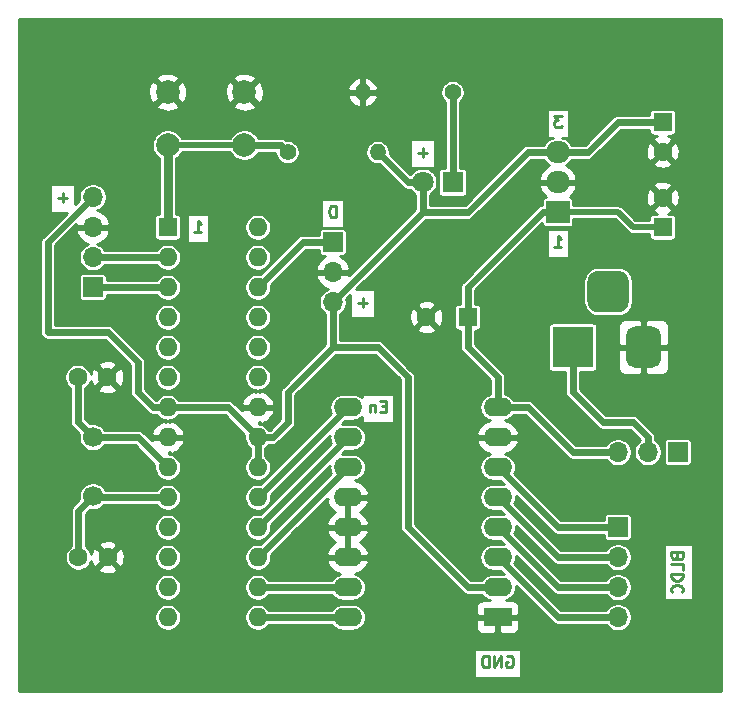
<source format=gbr>
%TF.GenerationSoftware,KiCad,Pcbnew,(5.1.6-0)*%
%TF.CreationDate,2021-01-05T15:22:21+01:00*%
%TF.ProjectId,PID,5049442e-6b69-4636-9164-5f7063625858,rev?*%
%TF.SameCoordinates,PXa381e90PY82ce540*%
%TF.FileFunction,Copper,L1,Top*%
%TF.FilePolarity,Positive*%
%FSLAX46Y46*%
G04 Gerber Fmt 4.6, Leading zero omitted, Abs format (unit mm)*
G04 Created by KiCad (PCBNEW (5.1.6-0)) date 2021-01-05 15:22:21*
%MOMM*%
%LPD*%
G01*
G04 APERTURE LIST*
%TA.AperFunction,NonConductor*%
%ADD10C,0.250000*%
%TD*%
%TA.AperFunction,ComponentPad*%
%ADD11C,1.600000*%
%TD*%
%TA.AperFunction,ComponentPad*%
%ADD12R,1.600000X1.600000*%
%TD*%
%TA.AperFunction,ComponentPad*%
%ADD13O,1.700000X1.700000*%
%TD*%
%TA.AperFunction,ComponentPad*%
%ADD14R,1.700000X1.700000*%
%TD*%
%TA.AperFunction,ComponentPad*%
%ADD15O,1.400000X1.400000*%
%TD*%
%TA.AperFunction,ComponentPad*%
%ADD16C,1.400000*%
%TD*%
%TA.AperFunction,ComponentPad*%
%ADD17R,3.500000X3.500000*%
%TD*%
%TA.AperFunction,ComponentPad*%
%ADD18O,2.400000X1.600000*%
%TD*%
%TA.AperFunction,ComponentPad*%
%ADD19R,2.400000X1.600000*%
%TD*%
%TA.AperFunction,ComponentPad*%
%ADD20O,1.600000X1.600000*%
%TD*%
%TA.AperFunction,ComponentPad*%
%ADD21C,1.700000*%
%TD*%
%TA.AperFunction,ComponentPad*%
%ADD22O,2.000000X1.905000*%
%TD*%
%TA.AperFunction,ComponentPad*%
%ADD23R,2.000000X1.905000*%
%TD*%
%TA.AperFunction,ComponentPad*%
%ADD24C,2.000000*%
%TD*%
%TA.AperFunction,ComponentPad*%
%ADD25C,1.800000*%
%TD*%
%TA.AperFunction,ComponentPad*%
%ADD26R,1.800000X1.800000*%
%TD*%
%TA.AperFunction,Conductor*%
%ADD27C,0.500000*%
%TD*%
%TA.AperFunction,Conductor*%
%ADD28C,0.600000*%
%TD*%
%TA.AperFunction,Conductor*%
%ADD29C,0.800000*%
%TD*%
%TA.AperFunction,Conductor*%
%ADD30C,0.254000*%
%TD*%
G04 APERTURE END LIST*
D10*
X34670952Y45648572D02*
X33909047Y45648572D01*
X34290000Y45267620D02*
X34290000Y46029524D01*
X46053333Y48807620D02*
X45434285Y48807620D01*
X45767619Y48426667D01*
X45624761Y48426667D01*
X45529523Y48379048D01*
X45481904Y48331429D01*
X45434285Y48236191D01*
X45434285Y47998096D01*
X45481904Y47902858D01*
X45529523Y47855239D01*
X45624761Y47807620D01*
X45910476Y47807620D01*
X46005714Y47855239D01*
X46053333Y47902858D01*
X45434285Y37647620D02*
X46005714Y37647620D01*
X45720000Y37647620D02*
X45720000Y38647620D01*
X45815238Y38504762D01*
X45910476Y38409524D01*
X46005714Y38361905D01*
X26931904Y40187620D02*
X26931904Y41187620D01*
X26693809Y41187620D01*
X26550952Y41140000D01*
X26455714Y41044762D01*
X26408095Y40949524D01*
X26360476Y40759048D01*
X26360476Y40616191D01*
X26408095Y40425715D01*
X26455714Y40330477D01*
X26550952Y40235239D01*
X26693809Y40187620D01*
X26931904Y40187620D01*
X29590952Y32948572D02*
X28829047Y32948572D01*
X29210000Y32567620D02*
X29210000Y33329524D01*
X41401904Y3040000D02*
X41497142Y3087620D01*
X41640000Y3087620D01*
X41782857Y3040000D01*
X41878095Y2944762D01*
X41925714Y2849524D01*
X41973333Y2659048D01*
X41973333Y2516191D01*
X41925714Y2325715D01*
X41878095Y2230477D01*
X41782857Y2135239D01*
X41640000Y2087620D01*
X41544761Y2087620D01*
X41401904Y2135239D01*
X41354285Y2182858D01*
X41354285Y2516191D01*
X41544761Y2516191D01*
X40925714Y2087620D02*
X40925714Y3087620D01*
X40354285Y2087620D01*
X40354285Y3087620D01*
X39878095Y2087620D02*
X39878095Y3087620D01*
X39640000Y3087620D01*
X39497142Y3040000D01*
X39401904Y2944762D01*
X39354285Y2849524D01*
X39306666Y2659048D01*
X39306666Y2516191D01*
X39354285Y2325715D01*
X39401904Y2230477D01*
X39497142Y2135239D01*
X39640000Y2087620D01*
X39878095Y2087620D01*
X31146666Y24201429D02*
X30813333Y24201429D01*
X30670476Y23677620D02*
X31146666Y23677620D01*
X31146666Y24677620D01*
X30670476Y24677620D01*
X30241904Y24344286D02*
X30241904Y23677620D01*
X30241904Y24249048D02*
X30194285Y24296667D01*
X30099047Y24344286D01*
X29956190Y24344286D01*
X29860952Y24296667D01*
X29813333Y24201429D01*
X29813333Y23677620D01*
X14954285Y38917620D02*
X15525714Y38917620D01*
X15240000Y38917620D02*
X15240000Y39917620D01*
X15335238Y39774762D01*
X15430476Y39679524D01*
X15525714Y39631905D01*
X4190952Y41838572D02*
X3429047Y41838572D01*
X3810000Y41457620D02*
X3810000Y42219524D01*
X55808571Y11493334D02*
X55856190Y11350477D01*
X55903809Y11302858D01*
X55999047Y11255239D01*
X56141904Y11255239D01*
X56237142Y11302858D01*
X56284761Y11350477D01*
X56332380Y11445715D01*
X56332380Y11826667D01*
X55332380Y11826667D01*
X55332380Y11493334D01*
X55380000Y11398096D01*
X55427619Y11350477D01*
X55522857Y11302858D01*
X55618095Y11302858D01*
X55713333Y11350477D01*
X55760952Y11398096D01*
X55808571Y11493334D01*
X55808571Y11826667D01*
X56332380Y10350477D02*
X56332380Y10826667D01*
X55332380Y10826667D01*
X56332380Y10017143D02*
X55332380Y10017143D01*
X55332380Y9779048D01*
X55380000Y9636191D01*
X55475238Y9540953D01*
X55570476Y9493334D01*
X55760952Y9445715D01*
X55903809Y9445715D01*
X56094285Y9493334D01*
X56189523Y9540953D01*
X56284761Y9636191D01*
X56332380Y9779048D01*
X56332380Y10017143D01*
X56237142Y8445715D02*
X56284761Y8493334D01*
X56332380Y8636191D01*
X56332380Y8731429D01*
X56284761Y8874286D01*
X56189523Y8969524D01*
X56094285Y9017143D01*
X55903809Y9064762D01*
X55760952Y9064762D01*
X55570476Y9017143D01*
X55475238Y8969524D01*
X55380000Y8874286D01*
X55332380Y8731429D01*
X55332380Y8636191D01*
X55380000Y8493334D01*
X55427619Y8445715D01*
D11*
X54610000Y45760000D03*
D12*
X54610000Y48260000D03*
D11*
X54610000Y41870000D03*
D12*
X54610000Y39370000D03*
D13*
X50800000Y20320000D03*
X53340000Y20320000D03*
D14*
X55880000Y20320000D03*
D15*
X30480000Y45720000D03*
D16*
X22860000Y45720000D03*
D15*
X29210000Y50800000D03*
D16*
X36830000Y50800000D03*
D11*
X7580000Y26670000D03*
X5080000Y26670000D03*
X5120000Y11430000D03*
X7620000Y11430000D03*
%TA.AperFunction,ComponentPad*%
G36*
G01*
X51740000Y34785000D02*
X51740000Y33035000D01*
G75*
G02*
X50865000Y32160000I-875000J0D01*
G01*
X49115000Y32160000D01*
G75*
G02*
X48240000Y33035000I0J875000D01*
G01*
X48240000Y34785000D01*
G75*
G02*
X49115000Y35660000I875000J0D01*
G01*
X50865000Y35660000D01*
G75*
G02*
X51740000Y34785000I0J-875000D01*
G01*
G37*
%TD.AperFunction*%
%TA.AperFunction,ComponentPad*%
G36*
G01*
X54490000Y30210000D02*
X54490000Y28210000D01*
G75*
G02*
X53740000Y27460000I-750000J0D01*
G01*
X52240000Y27460000D01*
G75*
G02*
X51490000Y28210000I0J750000D01*
G01*
X51490000Y30210000D01*
G75*
G02*
X52240000Y30960000I750000J0D01*
G01*
X53740000Y30960000D01*
G75*
G02*
X54490000Y30210000I0J-750000D01*
G01*
G37*
%TD.AperFunction*%
D17*
X46990000Y29210000D03*
D18*
X27940000Y6350000D03*
X40640000Y24130000D03*
X27940000Y8890000D03*
X40640000Y21590000D03*
X27940000Y11430000D03*
X40640000Y19050000D03*
X27940000Y13970000D03*
X40640000Y16510000D03*
X27940000Y16510000D03*
X40640000Y13970000D03*
X27940000Y19050000D03*
X40640000Y11430000D03*
X27940000Y21590000D03*
X40640000Y8890000D03*
X27940000Y24130000D03*
D19*
X40640000Y6350000D03*
D20*
X20320000Y39370000D03*
X12700000Y6350000D03*
X20320000Y36830000D03*
X12700000Y8890000D03*
X20320000Y34290000D03*
X12700000Y11430000D03*
X20320000Y31750000D03*
X12700000Y13970000D03*
X20320000Y29210000D03*
X12700000Y16510000D03*
X20320000Y26670000D03*
X12700000Y19050000D03*
X20320000Y24130000D03*
X12700000Y21590000D03*
X20320000Y21590000D03*
X12700000Y24130000D03*
X20320000Y19050000D03*
X12700000Y26670000D03*
X20320000Y16510000D03*
X12700000Y29210000D03*
X20320000Y13970000D03*
X12700000Y31750000D03*
X20320000Y11430000D03*
X12700000Y34290000D03*
X20320000Y8890000D03*
X12700000Y36830000D03*
X20320000Y6350000D03*
D12*
X12700000Y39370000D03*
D11*
X34600000Y31750000D03*
D12*
X38100000Y31750000D03*
D21*
X6350000Y16590000D03*
X6350000Y21590000D03*
D22*
X45720000Y45720000D03*
X45720000Y43180000D03*
D23*
X45720000Y40640000D03*
D24*
X19200000Y50800000D03*
X19200000Y46300000D03*
X12700000Y50800000D03*
X12700000Y46300000D03*
D13*
X26670000Y33020000D03*
X26670000Y35560000D03*
D14*
X26670000Y38100000D03*
D13*
X6350000Y41910000D03*
X6350000Y39370000D03*
X6350000Y36830000D03*
D14*
X6350000Y34290000D03*
D13*
X50800000Y6350000D03*
X50800000Y8890000D03*
X50800000Y11430000D03*
D14*
X50800000Y13970000D03*
D25*
X34290000Y43180000D03*
D26*
X36830000Y43180000D03*
D27*
X27940000Y11430000D02*
X27940000Y13970000D01*
X27940000Y13970000D02*
X27940000Y16510000D01*
X52070000Y39370000D02*
X54610000Y39370000D01*
X50800000Y40640000D02*
X52070000Y39370000D01*
X45720000Y40640000D02*
X50800000Y40640000D01*
D28*
X40640000Y24130000D02*
X43180000Y24130000D01*
X43180000Y24130000D02*
X46990000Y20320000D01*
X46990000Y20320000D02*
X50800000Y20320000D01*
X38100000Y31750000D02*
X38100000Y29210000D01*
X38100000Y29210000D02*
X40640000Y26670000D01*
X40640000Y26670000D02*
X40640000Y24130000D01*
X45720000Y40640000D02*
X44450000Y40640000D01*
X44450000Y40640000D02*
X38100000Y34290000D01*
X38100000Y34290000D02*
X38100000Y31750000D01*
D27*
X33020000Y26670000D02*
X30480000Y29210000D01*
D28*
X17780000Y24130000D02*
X20320000Y21590000D01*
X12700000Y24130000D02*
X17780000Y24130000D01*
X20320000Y21590000D02*
X20320000Y19050000D01*
X26670000Y33020000D02*
X26670000Y29210000D01*
X26670000Y29210000D02*
X22860000Y25400000D01*
X22860000Y25400000D02*
X22860000Y22860000D01*
X22860000Y22860000D02*
X21590000Y21590000D01*
X21590000Y21590000D02*
X20320000Y21590000D01*
X26670000Y29210000D02*
X30480000Y29210000D01*
X33020000Y26670000D02*
X33020000Y13970000D01*
X33020000Y13970000D02*
X38100000Y8890000D01*
X38100000Y8890000D02*
X40640000Y8890000D01*
X54610000Y48260000D02*
X50800000Y48260000D01*
X50800000Y48260000D02*
X48260000Y45720000D01*
X48260000Y45720000D02*
X45720000Y45720000D01*
X45720000Y45720000D02*
X43180000Y45720000D01*
X43180000Y45720000D02*
X38100000Y40640000D01*
X38100000Y40640000D02*
X34290000Y40640000D01*
X34290000Y43180000D02*
X33020000Y43180000D01*
X33020000Y43180000D02*
X30480000Y45720000D01*
X34290000Y43180000D02*
X34290000Y40640000D01*
X34290000Y40640000D02*
X26670000Y33020000D01*
X10160000Y27940000D02*
X10160000Y25400000D01*
X2540000Y30480000D02*
X7620000Y30480000D01*
X10160000Y25400000D02*
X11430000Y24130000D01*
X7620000Y30480000D02*
X10160000Y27940000D01*
X2540000Y38100000D02*
X2540000Y30480000D01*
X11430000Y24130000D02*
X12700000Y24130000D01*
X6350000Y41910000D02*
X2540000Y38100000D01*
D27*
X12620000Y16590000D02*
X12700000Y16510000D01*
D28*
X6350000Y16590000D02*
X5120000Y15360000D01*
X5120000Y11430000D02*
X5120000Y15360000D01*
X6430000Y16510000D02*
X6350000Y16590000D01*
X12700000Y16510000D02*
X6430000Y16510000D01*
X5080000Y22860000D02*
X6350000Y21590000D01*
X5080000Y26670000D02*
X5080000Y22860000D01*
X10160000Y21590000D02*
X12700000Y19050000D01*
X6350000Y21590000D02*
X10160000Y21590000D01*
X36830000Y50800000D02*
X36830000Y43180000D01*
X40640000Y11430000D02*
X45720000Y6350000D01*
X45720000Y6350000D02*
X50800000Y6350000D01*
X50800000Y8890000D02*
X45720000Y8890000D01*
X45720000Y8890000D02*
X40640000Y13970000D01*
X40640000Y16510000D02*
X45720000Y11430000D01*
X45720000Y11430000D02*
X50800000Y11430000D01*
X50800000Y13970000D02*
X45720000Y13970000D01*
X45720000Y13970000D02*
X40640000Y19050000D01*
X12700000Y34290000D02*
X6350000Y34290000D01*
X6350000Y36830000D02*
X12700000Y36830000D01*
X20320000Y34290000D02*
X24130000Y38100000D01*
X24130000Y38100000D02*
X26670000Y38100000D01*
D27*
X12700000Y46300000D02*
X19200000Y46300000D01*
D29*
X12700000Y46300000D02*
X12700000Y39370000D01*
D28*
X22280000Y46300000D02*
X22860000Y45720000D01*
X19200000Y46300000D02*
X22280000Y46300000D01*
X20320000Y16510000D02*
X27940000Y24130000D01*
X27940000Y21590000D02*
X20320000Y13970000D01*
X20320000Y11430000D02*
X27940000Y19050000D01*
X20320000Y8890000D02*
X27940000Y8890000D01*
X27940000Y6350000D02*
X20320000Y6350000D01*
X53340000Y20320000D02*
X53340000Y21590000D01*
X53340000Y21590000D02*
X52070000Y22860000D01*
X52070000Y22860000D02*
X49530000Y22860000D01*
X49530000Y22860000D02*
X46990000Y25400000D01*
X46990000Y25400000D02*
X46990000Y29210000D01*
D30*
G36*
X59563000Y127000D02*
G01*
X127000Y127000D01*
X127000Y3657500D01*
X38656191Y3657500D01*
X38656191Y1237500D01*
X42623810Y1237500D01*
X42623810Y3657500D01*
X38656191Y3657500D01*
X127000Y3657500D01*
X127000Y6461788D01*
X11565000Y6461788D01*
X11565000Y6238212D01*
X11608617Y6018933D01*
X11694176Y5812376D01*
X11818388Y5626480D01*
X11976480Y5468388D01*
X12162376Y5344176D01*
X12368933Y5258617D01*
X12588212Y5215000D01*
X12811788Y5215000D01*
X13031067Y5258617D01*
X13237624Y5344176D01*
X13423520Y5468388D01*
X13581612Y5626480D01*
X13705824Y5812376D01*
X13791383Y6018933D01*
X13835000Y6238212D01*
X13835000Y6461788D01*
X19185000Y6461788D01*
X19185000Y6238212D01*
X19228617Y6018933D01*
X19314176Y5812376D01*
X19438388Y5626480D01*
X19596480Y5468388D01*
X19782376Y5344176D01*
X19988933Y5258617D01*
X20208212Y5215000D01*
X20431788Y5215000D01*
X20651067Y5258617D01*
X20857624Y5344176D01*
X21043520Y5468388D01*
X21201612Y5626480D01*
X21260759Y5715000D01*
X26592846Y5715000D01*
X26733551Y5543551D01*
X26906377Y5401716D01*
X27103553Y5296324D01*
X27317501Y5231423D01*
X27484248Y5215000D01*
X28395752Y5215000D01*
X28562499Y5231423D01*
X28776447Y5296324D01*
X28973623Y5401716D01*
X29146449Y5543551D01*
X29151741Y5550000D01*
X38801928Y5550000D01*
X38814188Y5425518D01*
X38850498Y5305820D01*
X38909463Y5195506D01*
X38988815Y5098815D01*
X39085506Y5019463D01*
X39195820Y4960498D01*
X39315518Y4924188D01*
X39440000Y4911928D01*
X40354250Y4915000D01*
X40513000Y5073750D01*
X40513000Y6223000D01*
X40767000Y6223000D01*
X40767000Y5073750D01*
X40925750Y4915000D01*
X41840000Y4911928D01*
X41964482Y4924188D01*
X42084180Y4960498D01*
X42194494Y5019463D01*
X42291185Y5098815D01*
X42370537Y5195506D01*
X42429502Y5305820D01*
X42465812Y5425518D01*
X42478072Y5550000D01*
X42475000Y6064250D01*
X42316250Y6223000D01*
X40767000Y6223000D01*
X40513000Y6223000D01*
X38963750Y6223000D01*
X38805000Y6064250D01*
X38801928Y5550000D01*
X29151741Y5550000D01*
X29288284Y5716377D01*
X29393676Y5913553D01*
X29458577Y6127501D01*
X29480491Y6350000D01*
X29458577Y6572499D01*
X29393676Y6786447D01*
X29288284Y6983623D01*
X29146449Y7156449D01*
X28973623Y7298284D01*
X28776447Y7403676D01*
X28562499Y7468577D01*
X28395752Y7485000D01*
X27484248Y7485000D01*
X27317501Y7468577D01*
X27103553Y7403676D01*
X26906377Y7298284D01*
X26733551Y7156449D01*
X26592846Y6985000D01*
X21260759Y6985000D01*
X21201612Y7073520D01*
X21043520Y7231612D01*
X20857624Y7355824D01*
X20651067Y7441383D01*
X20431788Y7485000D01*
X20208212Y7485000D01*
X19988933Y7441383D01*
X19782376Y7355824D01*
X19596480Y7231612D01*
X19438388Y7073520D01*
X19314176Y6887624D01*
X19228617Y6681067D01*
X19185000Y6461788D01*
X13835000Y6461788D01*
X13791383Y6681067D01*
X13705824Y6887624D01*
X13581612Y7073520D01*
X13423520Y7231612D01*
X13237624Y7355824D01*
X13031067Y7441383D01*
X12811788Y7485000D01*
X12588212Y7485000D01*
X12368933Y7441383D01*
X12162376Y7355824D01*
X11976480Y7231612D01*
X11818388Y7073520D01*
X11694176Y6887624D01*
X11608617Y6681067D01*
X11565000Y6461788D01*
X127000Y6461788D01*
X127000Y9001788D01*
X11565000Y9001788D01*
X11565000Y8778212D01*
X11608617Y8558933D01*
X11694176Y8352376D01*
X11818388Y8166480D01*
X11976480Y8008388D01*
X12162376Y7884176D01*
X12368933Y7798617D01*
X12588212Y7755000D01*
X12811788Y7755000D01*
X13031067Y7798617D01*
X13237624Y7884176D01*
X13423520Y8008388D01*
X13581612Y8166480D01*
X13705824Y8352376D01*
X13791383Y8558933D01*
X13835000Y8778212D01*
X13835000Y9001788D01*
X19185000Y9001788D01*
X19185000Y8778212D01*
X19228617Y8558933D01*
X19314176Y8352376D01*
X19438388Y8166480D01*
X19596480Y8008388D01*
X19782376Y7884176D01*
X19988933Y7798617D01*
X20208212Y7755000D01*
X20431788Y7755000D01*
X20651067Y7798617D01*
X20857624Y7884176D01*
X21043520Y8008388D01*
X21201612Y8166480D01*
X21260759Y8255000D01*
X26592846Y8255000D01*
X26733551Y8083551D01*
X26906377Y7941716D01*
X27103553Y7836324D01*
X27317501Y7771423D01*
X27484248Y7755000D01*
X28395752Y7755000D01*
X28562499Y7771423D01*
X28776447Y7836324D01*
X28973623Y7941716D01*
X29146449Y8083551D01*
X29288284Y8256377D01*
X29393676Y8453553D01*
X29458577Y8667501D01*
X29480491Y8890000D01*
X29458577Y9112499D01*
X29393676Y9326447D01*
X29288284Y9523623D01*
X29146449Y9696449D01*
X28973623Y9838284D01*
X28776447Y9943676D01*
X28562499Y10008577D01*
X28547043Y10010099D01*
X28744514Y10047350D01*
X29006483Y10152834D01*
X29242839Y10307399D01*
X29444500Y10505105D01*
X29603715Y10738354D01*
X29714367Y10998182D01*
X29731904Y11080961D01*
X29609915Y11303000D01*
X28067000Y11303000D01*
X28067000Y11283000D01*
X27813000Y11283000D01*
X27813000Y11303000D01*
X26270085Y11303000D01*
X26148096Y11080961D01*
X26165633Y10998182D01*
X26276285Y10738354D01*
X26435500Y10505105D01*
X26637161Y10307399D01*
X26873517Y10152834D01*
X27135486Y10047350D01*
X27332957Y10010099D01*
X27317501Y10008577D01*
X27103553Y9943676D01*
X26906377Y9838284D01*
X26733551Y9696449D01*
X26592846Y9525000D01*
X21260759Y9525000D01*
X21201612Y9613520D01*
X21043520Y9771612D01*
X20857624Y9895824D01*
X20651067Y9981383D01*
X20431788Y10025000D01*
X20208212Y10025000D01*
X19988933Y9981383D01*
X19782376Y9895824D01*
X19596480Y9771612D01*
X19438388Y9613520D01*
X19314176Y9427624D01*
X19228617Y9221067D01*
X19185000Y9001788D01*
X13835000Y9001788D01*
X13791383Y9221067D01*
X13705824Y9427624D01*
X13581612Y9613520D01*
X13423520Y9771612D01*
X13237624Y9895824D01*
X13031067Y9981383D01*
X12811788Y10025000D01*
X12588212Y10025000D01*
X12368933Y9981383D01*
X12162376Y9895824D01*
X11976480Y9771612D01*
X11818388Y9613520D01*
X11694176Y9427624D01*
X11608617Y9221067D01*
X11565000Y9001788D01*
X127000Y9001788D01*
X127000Y11541788D01*
X3985000Y11541788D01*
X3985000Y11318212D01*
X4028617Y11098933D01*
X4114176Y10892376D01*
X4238388Y10706480D01*
X4396480Y10548388D01*
X4582376Y10424176D01*
X4788933Y10338617D01*
X5008212Y10295000D01*
X5231788Y10295000D01*
X5451067Y10338617D01*
X5657624Y10424176D01*
X5677262Y10437298D01*
X6806903Y10437298D01*
X6878486Y10193329D01*
X7133996Y10072429D01*
X7408184Y10003700D01*
X7690512Y9989783D01*
X7970130Y10031213D01*
X8236292Y10126397D01*
X8361514Y10193329D01*
X8433097Y10437298D01*
X7620000Y11250395D01*
X6806903Y10437298D01*
X5677262Y10437298D01*
X5843520Y10548388D01*
X6001612Y10706480D01*
X6125824Y10892376D01*
X6211383Y11098933D01*
X6215398Y11119117D01*
X6221213Y11079870D01*
X6316397Y10813708D01*
X6383329Y10688486D01*
X6627298Y10616903D01*
X7440395Y11430000D01*
X7799605Y11430000D01*
X8612702Y10616903D01*
X8856671Y10688486D01*
X8977571Y10943996D01*
X9046300Y11218184D01*
X9060217Y11500512D01*
X9054102Y11541788D01*
X11565000Y11541788D01*
X11565000Y11318212D01*
X11608617Y11098933D01*
X11694176Y10892376D01*
X11818388Y10706480D01*
X11976480Y10548388D01*
X12162376Y10424176D01*
X12368933Y10338617D01*
X12588212Y10295000D01*
X12811788Y10295000D01*
X13031067Y10338617D01*
X13237624Y10424176D01*
X13423520Y10548388D01*
X13581612Y10706480D01*
X13705824Y10892376D01*
X13791383Y11098933D01*
X13835000Y11318212D01*
X13835000Y11541788D01*
X13791383Y11761067D01*
X13705824Y11967624D01*
X13581612Y12153520D01*
X13423520Y12311612D01*
X13237624Y12435824D01*
X13031067Y12521383D01*
X12811788Y12565000D01*
X12588212Y12565000D01*
X12368933Y12521383D01*
X12162376Y12435824D01*
X11976480Y12311612D01*
X11818388Y12153520D01*
X11694176Y11967624D01*
X11608617Y11761067D01*
X11565000Y11541788D01*
X9054102Y11541788D01*
X9018787Y11780130D01*
X8923603Y12046292D01*
X8856671Y12171514D01*
X8612702Y12243097D01*
X7799605Y11430000D01*
X7440395Y11430000D01*
X6627298Y12243097D01*
X6383329Y12171514D01*
X6262429Y11916004D01*
X6216785Y11733910D01*
X6211383Y11761067D01*
X6125824Y11967624D01*
X6001612Y12153520D01*
X5843520Y12311612D01*
X5755000Y12370759D01*
X5755000Y12422702D01*
X6806903Y12422702D01*
X7620000Y11609605D01*
X8433097Y12422702D01*
X8361514Y12666671D01*
X8106004Y12787571D01*
X7831816Y12856300D01*
X7549488Y12870217D01*
X7269870Y12828787D01*
X7003708Y12733603D01*
X6878486Y12666671D01*
X6806903Y12422702D01*
X5755000Y12422702D01*
X5755000Y14081788D01*
X11565000Y14081788D01*
X11565000Y13858212D01*
X11608617Y13638933D01*
X11694176Y13432376D01*
X11818388Y13246480D01*
X11976480Y13088388D01*
X12162376Y12964176D01*
X12368933Y12878617D01*
X12588212Y12835000D01*
X12811788Y12835000D01*
X13031067Y12878617D01*
X13237624Y12964176D01*
X13423520Y13088388D01*
X13581612Y13246480D01*
X13705824Y13432376D01*
X13791383Y13638933D01*
X13835000Y13858212D01*
X13835000Y14081788D01*
X13791383Y14301067D01*
X13705824Y14507624D01*
X13581612Y14693520D01*
X13423520Y14851612D01*
X13237624Y14975824D01*
X13031067Y15061383D01*
X12811788Y15105000D01*
X12588212Y15105000D01*
X12368933Y15061383D01*
X12162376Y14975824D01*
X11976480Y14851612D01*
X11818388Y14693520D01*
X11694176Y14507624D01*
X11608617Y14301067D01*
X11565000Y14081788D01*
X5755000Y14081788D01*
X5755000Y15096976D01*
X6091273Y15433248D01*
X6233288Y15405000D01*
X6466712Y15405000D01*
X6695652Y15450539D01*
X6911308Y15539866D01*
X7105394Y15669550D01*
X7270450Y15834606D01*
X7297440Y15875000D01*
X11759241Y15875000D01*
X11818388Y15786480D01*
X11976480Y15628388D01*
X12162376Y15504176D01*
X12368933Y15418617D01*
X12588212Y15375000D01*
X12811788Y15375000D01*
X13031067Y15418617D01*
X13237624Y15504176D01*
X13423520Y15628388D01*
X13581612Y15786480D01*
X13705824Y15972376D01*
X13791383Y16178933D01*
X13835000Y16398212D01*
X13835000Y16621788D01*
X19185000Y16621788D01*
X19185000Y16398212D01*
X19228617Y16178933D01*
X19314176Y15972376D01*
X19438388Y15786480D01*
X19596480Y15628388D01*
X19782376Y15504176D01*
X19988933Y15418617D01*
X20208212Y15375000D01*
X20431788Y15375000D01*
X20651067Y15418617D01*
X20857624Y15504176D01*
X21043520Y15628388D01*
X21201612Y15786480D01*
X21325824Y15972376D01*
X21411383Y16178933D01*
X21455000Y16398212D01*
X21455000Y16621788D01*
X21434230Y16726206D01*
X26410596Y21702571D01*
X26399509Y21590000D01*
X26421423Y21367501D01*
X26486324Y21153553D01*
X26527846Y21075871D01*
X20536206Y15084230D01*
X20431788Y15105000D01*
X20208212Y15105000D01*
X19988933Y15061383D01*
X19782376Y14975824D01*
X19596480Y14851612D01*
X19438388Y14693520D01*
X19314176Y14507624D01*
X19228617Y14301067D01*
X19185000Y14081788D01*
X19185000Y13858212D01*
X19228617Y13638933D01*
X19314176Y13432376D01*
X19438388Y13246480D01*
X19596480Y13088388D01*
X19782376Y12964176D01*
X19988933Y12878617D01*
X20208212Y12835000D01*
X20431788Y12835000D01*
X20651067Y12878617D01*
X20857624Y12964176D01*
X21043520Y13088388D01*
X21201612Y13246480D01*
X21325824Y13432376D01*
X21411383Y13638933D01*
X21455000Y13858212D01*
X21455000Y14081788D01*
X21434230Y14186206D01*
X26410596Y19162571D01*
X26399509Y19050000D01*
X26421423Y18827501D01*
X26486324Y18613553D01*
X26527846Y18535871D01*
X20536206Y12544230D01*
X20431788Y12565000D01*
X20208212Y12565000D01*
X19988933Y12521383D01*
X19782376Y12435824D01*
X19596480Y12311612D01*
X19438388Y12153520D01*
X19314176Y11967624D01*
X19228617Y11761067D01*
X19185000Y11541788D01*
X19185000Y11318212D01*
X19228617Y11098933D01*
X19314176Y10892376D01*
X19438388Y10706480D01*
X19596480Y10548388D01*
X19782376Y10424176D01*
X19988933Y10338617D01*
X20208212Y10295000D01*
X20431788Y10295000D01*
X20651067Y10338617D01*
X20857624Y10424176D01*
X21043520Y10548388D01*
X21201612Y10706480D01*
X21325824Y10892376D01*
X21411383Y11098933D01*
X21455000Y11318212D01*
X21455000Y11541788D01*
X21434230Y11646206D01*
X23408985Y13620961D01*
X26148096Y13620961D01*
X26165633Y13538182D01*
X26276285Y13278354D01*
X26435500Y13045105D01*
X26637161Y12847399D01*
X26862559Y12700000D01*
X26637161Y12552601D01*
X26435500Y12354895D01*
X26276285Y12121646D01*
X26165633Y11861818D01*
X26148096Y11779039D01*
X26270085Y11557000D01*
X27813000Y11557000D01*
X27813000Y13843000D01*
X28067000Y13843000D01*
X28067000Y11557000D01*
X29609915Y11557000D01*
X29731904Y11779039D01*
X29714367Y11861818D01*
X29603715Y12121646D01*
X29444500Y12354895D01*
X29242839Y12552601D01*
X29017441Y12700000D01*
X29242839Y12847399D01*
X29444500Y13045105D01*
X29603715Y13278354D01*
X29714367Y13538182D01*
X29731904Y13620961D01*
X29609915Y13843000D01*
X28067000Y13843000D01*
X27813000Y13843000D01*
X26270085Y13843000D01*
X26148096Y13620961D01*
X23408985Y13620961D01*
X26171023Y16382998D01*
X26270084Y16382998D01*
X26148096Y16160961D01*
X26165633Y16078182D01*
X26276285Y15818354D01*
X26435500Y15585105D01*
X26637161Y15387399D01*
X26862559Y15240000D01*
X26637161Y15092601D01*
X26435500Y14894895D01*
X26276285Y14661646D01*
X26165633Y14401818D01*
X26148096Y14319039D01*
X26270085Y14097000D01*
X27813000Y14097000D01*
X27813000Y16383000D01*
X28067000Y16383000D01*
X28067000Y14097000D01*
X29609915Y14097000D01*
X29731904Y14319039D01*
X29714367Y14401818D01*
X29603715Y14661646D01*
X29444500Y14894895D01*
X29242839Y15092601D01*
X29017441Y15240000D01*
X29242839Y15387399D01*
X29444500Y15585105D01*
X29603715Y15818354D01*
X29714367Y16078182D01*
X29731904Y16160961D01*
X29609915Y16383000D01*
X28067000Y16383000D01*
X27813000Y16383000D01*
X27793000Y16383000D01*
X27793000Y16637000D01*
X27813000Y16637000D01*
X27813000Y16657000D01*
X28067000Y16657000D01*
X28067000Y16637000D01*
X29609915Y16637000D01*
X29731904Y16859039D01*
X29714367Y16941818D01*
X29603715Y17201646D01*
X29444500Y17434895D01*
X29242839Y17632601D01*
X29006483Y17787166D01*
X28744514Y17892650D01*
X28547043Y17929901D01*
X28562499Y17931423D01*
X28776447Y17996324D01*
X28973623Y18101716D01*
X29146449Y18243551D01*
X29288284Y18416377D01*
X29393676Y18613553D01*
X29458577Y18827501D01*
X29480491Y19050000D01*
X29458577Y19272499D01*
X29393676Y19486447D01*
X29288284Y19683623D01*
X29146449Y19856449D01*
X28973623Y19998284D01*
X28776447Y20103676D01*
X28562499Y20168577D01*
X28395752Y20185000D01*
X27484248Y20185000D01*
X27427429Y20179404D01*
X27703025Y20455000D01*
X28395752Y20455000D01*
X28562499Y20471423D01*
X28776447Y20536324D01*
X28973623Y20641716D01*
X29146449Y20783551D01*
X29288284Y20956377D01*
X29393676Y21153553D01*
X29458577Y21367501D01*
X29480491Y21590000D01*
X29458577Y21812499D01*
X29393676Y22026447D01*
X29288284Y22223623D01*
X29146449Y22396449D01*
X28973623Y22538284D01*
X28776447Y22643676D01*
X28562499Y22708577D01*
X28395752Y22725000D01*
X27484248Y22725000D01*
X27427429Y22719404D01*
X27703025Y22995000D01*
X28395752Y22995000D01*
X28562499Y23011423D01*
X28776447Y23076324D01*
X28973623Y23181716D01*
X29115238Y23297937D01*
X29115238Y22827500D01*
X31844762Y22827500D01*
X31844762Y25247500D01*
X29115238Y25247500D01*
X29115238Y24962063D01*
X28973623Y25078284D01*
X28776447Y25183676D01*
X28562499Y25248577D01*
X28395752Y25265000D01*
X27484248Y25265000D01*
X27317501Y25248577D01*
X27103553Y25183676D01*
X26906377Y25078284D01*
X26733551Y24936449D01*
X26591716Y24763623D01*
X26486324Y24566447D01*
X26421423Y24352499D01*
X26399509Y24130000D01*
X26421423Y23907501D01*
X26486324Y23693553D01*
X26527846Y23615871D01*
X20536206Y17624230D01*
X20431788Y17645000D01*
X20208212Y17645000D01*
X19988933Y17601383D01*
X19782376Y17515824D01*
X19596480Y17391612D01*
X19438388Y17233520D01*
X19314176Y17047624D01*
X19228617Y16841067D01*
X19185000Y16621788D01*
X13835000Y16621788D01*
X13791383Y16841067D01*
X13705824Y17047624D01*
X13581612Y17233520D01*
X13423520Y17391612D01*
X13237624Y17515824D01*
X13031067Y17601383D01*
X12811788Y17645000D01*
X12588212Y17645000D01*
X12368933Y17601383D01*
X12162376Y17515824D01*
X11976480Y17391612D01*
X11818388Y17233520D01*
X11759241Y17145000D01*
X7402747Y17145000D01*
X7400134Y17151308D01*
X7270450Y17345394D01*
X7105394Y17510450D01*
X6911308Y17640134D01*
X6695652Y17729461D01*
X6466712Y17775000D01*
X6233288Y17775000D01*
X6004348Y17729461D01*
X5788692Y17640134D01*
X5594606Y17510450D01*
X5429550Y17345394D01*
X5299866Y17151308D01*
X5210539Y16935652D01*
X5165000Y16706712D01*
X5165000Y16473288D01*
X5193248Y16331273D01*
X4693046Y15831070D01*
X4668816Y15811185D01*
X4648932Y15786956D01*
X4589463Y15714493D01*
X4530498Y15604179D01*
X4494189Y15484481D01*
X4481929Y15360000D01*
X4485001Y15328809D01*
X4485000Y12370759D01*
X4396480Y12311612D01*
X4238388Y12153520D01*
X4114176Y11967624D01*
X4028617Y11761067D01*
X3985000Y11541788D01*
X127000Y11541788D01*
X127000Y26781788D01*
X3945000Y26781788D01*
X3945000Y26558212D01*
X3988617Y26338933D01*
X4074176Y26132376D01*
X4198388Y25946480D01*
X4356480Y25788388D01*
X4445000Y25729241D01*
X4445001Y22891191D01*
X4441929Y22860000D01*
X4445001Y22828809D01*
X4445001Y22828808D01*
X4454189Y22735518D01*
X4465203Y22699209D01*
X4490498Y22615821D01*
X4544445Y22514895D01*
X4549464Y22505506D01*
X4628816Y22408815D01*
X4653044Y22388932D01*
X5193249Y21848727D01*
X5165000Y21706712D01*
X5165000Y21473288D01*
X5210539Y21244348D01*
X5299866Y21028692D01*
X5429550Y20834606D01*
X5594606Y20669550D01*
X5788692Y20539866D01*
X6004348Y20450539D01*
X6233288Y20405000D01*
X6466712Y20405000D01*
X6695652Y20450539D01*
X6911308Y20539866D01*
X7105394Y20669550D01*
X7270450Y20834606D01*
X7350895Y20955000D01*
X9896976Y20955000D01*
X11585770Y19266205D01*
X11565000Y19161788D01*
X11565000Y18938212D01*
X11608617Y18718933D01*
X11694176Y18512376D01*
X11818388Y18326480D01*
X11976480Y18168388D01*
X12162376Y18044176D01*
X12368933Y17958617D01*
X12588212Y17915000D01*
X12811788Y17915000D01*
X13031067Y17958617D01*
X13237624Y18044176D01*
X13423520Y18168388D01*
X13581612Y18326480D01*
X13705824Y18512376D01*
X13791383Y18718933D01*
X13835000Y18938212D01*
X13835000Y19161788D01*
X13791383Y19381067D01*
X13705824Y19587624D01*
X13581612Y19773520D01*
X13423520Y19931612D01*
X13237624Y20055824D01*
X13031067Y20141383D01*
X12827002Y20181974D01*
X12827002Y20319375D01*
X13049040Y20198091D01*
X13313881Y20292930D01*
X13555131Y20437615D01*
X13763519Y20626586D01*
X13931037Y20852580D01*
X14051246Y21106913D01*
X14091904Y21240961D01*
X13969915Y21463000D01*
X12827000Y21463000D01*
X12827000Y21443000D01*
X12573000Y21443000D01*
X12573000Y21463000D01*
X11430085Y21463000D01*
X11343189Y21304836D01*
X10631074Y22016950D01*
X10611185Y22041185D01*
X10514494Y22120537D01*
X10404180Y22179502D01*
X10284482Y22215812D01*
X10191192Y22225000D01*
X10191181Y22225000D01*
X10160000Y22228071D01*
X10128819Y22225000D01*
X7350895Y22225000D01*
X7270450Y22345394D01*
X7105394Y22510450D01*
X6911308Y22640134D01*
X6695652Y22729461D01*
X6466712Y22775000D01*
X6233288Y22775000D01*
X6091273Y22746751D01*
X5715000Y23123024D01*
X5715000Y25677298D01*
X6766903Y25677298D01*
X6838486Y25433329D01*
X7093996Y25312429D01*
X7368184Y25243700D01*
X7650512Y25229783D01*
X7930130Y25271213D01*
X8196292Y25366397D01*
X8321514Y25433329D01*
X8393097Y25677298D01*
X7580000Y26490395D01*
X6766903Y25677298D01*
X5715000Y25677298D01*
X5715000Y25729241D01*
X5803520Y25788388D01*
X5961612Y25946480D01*
X6085824Y26132376D01*
X6171383Y26338933D01*
X6175398Y26359117D01*
X6181213Y26319870D01*
X6276397Y26053708D01*
X6343329Y25928486D01*
X6587298Y25856903D01*
X7400395Y26670000D01*
X7759605Y26670000D01*
X8572702Y25856903D01*
X8816671Y25928486D01*
X8937571Y26183996D01*
X9006300Y26458184D01*
X9020217Y26740512D01*
X8978787Y27020130D01*
X8883603Y27286292D01*
X8816671Y27411514D01*
X8572702Y27483097D01*
X7759605Y26670000D01*
X7400395Y26670000D01*
X6587298Y27483097D01*
X6343329Y27411514D01*
X6222429Y27156004D01*
X6176785Y26973910D01*
X6171383Y27001067D01*
X6085824Y27207624D01*
X5961612Y27393520D01*
X5803520Y27551612D01*
X5637263Y27662702D01*
X6766903Y27662702D01*
X7580000Y26849605D01*
X8393097Y27662702D01*
X8321514Y27906671D01*
X8066004Y28027571D01*
X7791816Y28096300D01*
X7509488Y28110217D01*
X7229870Y28068787D01*
X6963708Y27973603D01*
X6838486Y27906671D01*
X6766903Y27662702D01*
X5637263Y27662702D01*
X5617624Y27675824D01*
X5411067Y27761383D01*
X5191788Y27805000D01*
X4968212Y27805000D01*
X4748933Y27761383D01*
X4542376Y27675824D01*
X4356480Y27551612D01*
X4198388Y27393520D01*
X4074176Y27207624D01*
X3988617Y27001067D01*
X3945000Y26781788D01*
X127000Y26781788D01*
X127000Y30480000D01*
X1901928Y30480000D01*
X1914188Y30355518D01*
X1950498Y30235820D01*
X2009463Y30125506D01*
X2088815Y30028815D01*
X2185506Y29949463D01*
X2295820Y29890498D01*
X2415518Y29854188D01*
X2508808Y29845000D01*
X2508809Y29845000D01*
X2540000Y29841928D01*
X2571192Y29845000D01*
X7356976Y29845000D01*
X9525000Y27676974D01*
X9525001Y25431192D01*
X9521929Y25400000D01*
X9525001Y25368809D01*
X9525001Y25368808D01*
X9534189Y25275518D01*
X9542688Y25247500D01*
X9570498Y25155821D01*
X9629463Y25045507D01*
X9629464Y25045506D01*
X9708816Y24948815D01*
X9733044Y24928932D01*
X10958930Y23703045D01*
X10978815Y23678815D01*
X11003043Y23658932D01*
X11075505Y23599463D01*
X11185820Y23540498D01*
X11305518Y23504188D01*
X11398808Y23495000D01*
X11398818Y23495000D01*
X11429999Y23491929D01*
X11461180Y23495000D01*
X11759241Y23495000D01*
X11818388Y23406480D01*
X11976480Y23248388D01*
X12162376Y23124176D01*
X12368933Y23038617D01*
X12572998Y22998026D01*
X12572998Y22860625D01*
X12350960Y22981909D01*
X12086119Y22887070D01*
X11844869Y22742385D01*
X11636481Y22553414D01*
X11468963Y22327420D01*
X11348754Y22073087D01*
X11308096Y21939039D01*
X11430085Y21717000D01*
X12573000Y21717000D01*
X12573000Y21737000D01*
X12827000Y21737000D01*
X12827000Y21717000D01*
X13969915Y21717000D01*
X14091904Y21939039D01*
X14051246Y22073087D01*
X13931037Y22327420D01*
X13763519Y22553414D01*
X13555131Y22742385D01*
X13313881Y22887070D01*
X13049040Y22981909D01*
X12827002Y22860625D01*
X12827002Y22998026D01*
X13031067Y23038617D01*
X13237624Y23124176D01*
X13423520Y23248388D01*
X13581612Y23406480D01*
X13640759Y23495000D01*
X17516976Y23495000D01*
X19205770Y21806205D01*
X19185000Y21701788D01*
X19185000Y21478212D01*
X19228617Y21258933D01*
X19314176Y21052376D01*
X19438388Y20866480D01*
X19596480Y20708388D01*
X19685000Y20649240D01*
X19685001Y19990760D01*
X19596480Y19931612D01*
X19438388Y19773520D01*
X19314176Y19587624D01*
X19228617Y19381067D01*
X19185000Y19161788D01*
X19185000Y18938212D01*
X19228617Y18718933D01*
X19314176Y18512376D01*
X19438388Y18326480D01*
X19596480Y18168388D01*
X19782376Y18044176D01*
X19988933Y17958617D01*
X20208212Y17915000D01*
X20431788Y17915000D01*
X20651067Y17958617D01*
X20857624Y18044176D01*
X21043520Y18168388D01*
X21201612Y18326480D01*
X21325824Y18512376D01*
X21411383Y18718933D01*
X21455000Y18938212D01*
X21455000Y19161788D01*
X21411383Y19381067D01*
X21325824Y19587624D01*
X21201612Y19773520D01*
X21043520Y19931612D01*
X20955000Y19990759D01*
X20955000Y20649241D01*
X21043520Y20708388D01*
X21201612Y20866480D01*
X21260759Y20955000D01*
X21558819Y20955000D01*
X21590000Y20951929D01*
X21621181Y20955000D01*
X21621192Y20955000D01*
X21714482Y20964188D01*
X21834180Y21000498D01*
X21944494Y21059463D01*
X22041185Y21138815D01*
X22061074Y21163050D01*
X23286957Y22388932D01*
X23311185Y22408815D01*
X23362721Y22471612D01*
X23390537Y22505505D01*
X23449502Y22615820D01*
X23449502Y22615821D01*
X23485812Y22735518D01*
X23495000Y22828808D01*
X23495000Y22828818D01*
X23498071Y22859999D01*
X23495000Y22891180D01*
X23495000Y25136976D01*
X26933026Y28575000D01*
X30287686Y28575000D01*
X32385000Y26477685D01*
X32385001Y14001191D01*
X32381929Y13970000D01*
X32394189Y13845519D01*
X32430498Y13725821D01*
X32486548Y13620961D01*
X32489464Y13615506D01*
X32568816Y13518815D01*
X32593044Y13498932D01*
X37628930Y8463045D01*
X37648815Y8438815D01*
X37673043Y8418932D01*
X37745506Y8359462D01*
X37855820Y8300498D01*
X37975518Y8264188D01*
X38068808Y8255000D01*
X38068811Y8255000D01*
X38100000Y8251928D01*
X38131189Y8255000D01*
X39292846Y8255000D01*
X39433551Y8083551D01*
X39606377Y7941716D01*
X39803553Y7836324D01*
X39968471Y7786296D01*
X39440000Y7788072D01*
X39315518Y7775812D01*
X39195820Y7739502D01*
X39085506Y7680537D01*
X38988815Y7601185D01*
X38909463Y7504494D01*
X38850498Y7394180D01*
X38814188Y7274482D01*
X38801928Y7150000D01*
X38805000Y6635750D01*
X38963750Y6477000D01*
X40513000Y6477000D01*
X40513000Y6497000D01*
X40767000Y6497000D01*
X40767000Y6477000D01*
X42316250Y6477000D01*
X42475000Y6635750D01*
X42478072Y7150000D01*
X42465812Y7274482D01*
X42429502Y7394180D01*
X42370537Y7504494D01*
X42291185Y7601185D01*
X42194494Y7680537D01*
X42084180Y7739502D01*
X41964482Y7775812D01*
X41840000Y7788072D01*
X41311529Y7786296D01*
X41476447Y7836324D01*
X41673623Y7941716D01*
X41846449Y8083551D01*
X41988284Y8256377D01*
X42093676Y8453553D01*
X42158577Y8667501D01*
X42180491Y8890000D01*
X42169404Y9002572D01*
X45248930Y5923045D01*
X45268815Y5898815D01*
X45293043Y5878932D01*
X45365506Y5819462D01*
X45475820Y5760498D01*
X45595518Y5724188D01*
X45688808Y5715000D01*
X45688811Y5715000D01*
X45720000Y5711928D01*
X45751189Y5715000D01*
X49799105Y5715000D01*
X49879550Y5594606D01*
X50044606Y5429550D01*
X50238692Y5299866D01*
X50454348Y5210539D01*
X50683288Y5165000D01*
X50916712Y5165000D01*
X51145652Y5210539D01*
X51361308Y5299866D01*
X51555394Y5429550D01*
X51720450Y5594606D01*
X51850134Y5788692D01*
X51939461Y6004348D01*
X51985000Y6233288D01*
X51985000Y6466712D01*
X51939461Y6695652D01*
X51850134Y6911308D01*
X51720450Y7105394D01*
X51555394Y7270450D01*
X51361308Y7400134D01*
X51145652Y7489461D01*
X50916712Y7535000D01*
X50683288Y7535000D01*
X50454348Y7489461D01*
X50238692Y7400134D01*
X50044606Y7270450D01*
X49879550Y7105394D01*
X49799105Y6985000D01*
X45983025Y6985000D01*
X42052154Y10915870D01*
X42093676Y10993553D01*
X42158577Y11207501D01*
X42180491Y11430000D01*
X42169404Y11542572D01*
X45248930Y8463045D01*
X45268815Y8438815D01*
X45293043Y8418932D01*
X45365506Y8359462D01*
X45475820Y8300498D01*
X45595518Y8264188D01*
X45688808Y8255000D01*
X45688811Y8255000D01*
X45720000Y8251928D01*
X45751189Y8255000D01*
X49799105Y8255000D01*
X49879550Y8134606D01*
X50044606Y7969550D01*
X50238692Y7839866D01*
X50454348Y7750539D01*
X50683288Y7705000D01*
X50916712Y7705000D01*
X51145652Y7750539D01*
X51361308Y7839866D01*
X51555394Y7969550D01*
X51720450Y8134606D01*
X51850134Y8328692D01*
X51939461Y8544348D01*
X51985000Y8773288D01*
X51985000Y9006712D01*
X51939461Y9235652D01*
X51850134Y9451308D01*
X51720450Y9645394D01*
X51555394Y9810450D01*
X51361308Y9940134D01*
X51145652Y10029461D01*
X50916712Y10075000D01*
X50683288Y10075000D01*
X50454348Y10029461D01*
X50238692Y9940134D01*
X50044606Y9810450D01*
X49879550Y9645394D01*
X49799105Y9525000D01*
X45983025Y9525000D01*
X42052154Y13455870D01*
X42093676Y13533553D01*
X42158577Y13747501D01*
X42180491Y13970000D01*
X42169404Y14082572D01*
X45248930Y11003045D01*
X45268815Y10978815D01*
X45293043Y10958932D01*
X45365506Y10899462D01*
X45475820Y10840498D01*
X45595518Y10804188D01*
X45688808Y10795000D01*
X45688811Y10795000D01*
X45720000Y10791928D01*
X45751189Y10795000D01*
X49799105Y10795000D01*
X49879550Y10674606D01*
X50044606Y10509550D01*
X50238692Y10379866D01*
X50454348Y10290539D01*
X50683288Y10245000D01*
X50916712Y10245000D01*
X51145652Y10290539D01*
X51361308Y10379866D01*
X51555394Y10509550D01*
X51720450Y10674606D01*
X51850134Y10868692D01*
X51939461Y11084348D01*
X51985000Y11313288D01*
X51985000Y11546712D01*
X51939461Y11775652D01*
X51850134Y11991308D01*
X51720450Y12185394D01*
X51555394Y12350450D01*
X51361308Y12480134D01*
X51253566Y12524762D01*
X54762500Y12524762D01*
X54762500Y7795238D01*
X57182500Y7795238D01*
X57182500Y12524762D01*
X54762500Y12524762D01*
X51253566Y12524762D01*
X51145652Y12569461D01*
X50916712Y12615000D01*
X50683288Y12615000D01*
X50454348Y12569461D01*
X50238692Y12480134D01*
X50044606Y12350450D01*
X49879550Y12185394D01*
X49799105Y12065000D01*
X45983025Y12065000D01*
X42052154Y15995870D01*
X42093676Y16073553D01*
X42158577Y16287501D01*
X42180491Y16510000D01*
X42169404Y16622572D01*
X45248930Y13543045D01*
X45268815Y13518815D01*
X45293043Y13498932D01*
X45365506Y13439462D01*
X45475820Y13380498D01*
X45595518Y13344188D01*
X45688808Y13335000D01*
X45688811Y13335000D01*
X45720000Y13331928D01*
X45751189Y13335000D01*
X49613380Y13335000D01*
X49613380Y13120000D01*
X49619848Y13054329D01*
X49639004Y12991181D01*
X49670111Y12932984D01*
X49711974Y12881974D01*
X49762984Y12840111D01*
X49821181Y12809004D01*
X49884329Y12789848D01*
X49950000Y12783380D01*
X51650000Y12783380D01*
X51715671Y12789848D01*
X51778819Y12809004D01*
X51837016Y12840111D01*
X51888026Y12881974D01*
X51929889Y12932984D01*
X51960996Y12991181D01*
X51980152Y13054329D01*
X51986620Y13120000D01*
X51986620Y14820000D01*
X51980152Y14885671D01*
X51960996Y14948819D01*
X51929889Y15007016D01*
X51888026Y15058026D01*
X51837016Y15099889D01*
X51778819Y15130996D01*
X51715671Y15150152D01*
X51650000Y15156620D01*
X49950000Y15156620D01*
X49884329Y15150152D01*
X49821181Y15130996D01*
X49762984Y15099889D01*
X49711974Y15058026D01*
X49670111Y15007016D01*
X49639004Y14948819D01*
X49619848Y14885671D01*
X49613380Y14820000D01*
X49613380Y14605000D01*
X45983025Y14605000D01*
X42052154Y18535870D01*
X42093676Y18613553D01*
X42158577Y18827501D01*
X42180491Y19050000D01*
X42158577Y19272499D01*
X42093676Y19486447D01*
X41988284Y19683623D01*
X41846449Y19856449D01*
X41673623Y19998284D01*
X41476447Y20103676D01*
X41262499Y20168577D01*
X41247043Y20170099D01*
X41444514Y20207350D01*
X41706483Y20312834D01*
X41942839Y20467399D01*
X42144500Y20665105D01*
X42303715Y20898354D01*
X42414367Y21158182D01*
X42431904Y21240961D01*
X42309915Y21463000D01*
X40767000Y21463000D01*
X40767000Y21443000D01*
X40513000Y21443000D01*
X40513000Y21463000D01*
X38970085Y21463000D01*
X38848096Y21240961D01*
X38865633Y21158182D01*
X38976285Y20898354D01*
X39135500Y20665105D01*
X39337161Y20467399D01*
X39573517Y20312834D01*
X39835486Y20207350D01*
X40032957Y20170099D01*
X40017501Y20168577D01*
X39803553Y20103676D01*
X39606377Y19998284D01*
X39433551Y19856449D01*
X39291716Y19683623D01*
X39186324Y19486447D01*
X39121423Y19272499D01*
X39099509Y19050000D01*
X39121423Y18827501D01*
X39186324Y18613553D01*
X39291716Y18416377D01*
X39433551Y18243551D01*
X39606377Y18101716D01*
X39803553Y17996324D01*
X40017501Y17931423D01*
X40184248Y17915000D01*
X40876976Y17915000D01*
X41152572Y17639404D01*
X41095752Y17645000D01*
X40184248Y17645000D01*
X40017501Y17628577D01*
X39803553Y17563676D01*
X39606377Y17458284D01*
X39433551Y17316449D01*
X39291716Y17143623D01*
X39186324Y16946447D01*
X39121423Y16732499D01*
X39099509Y16510000D01*
X39121423Y16287501D01*
X39186324Y16073553D01*
X39291716Y15876377D01*
X39433551Y15703551D01*
X39606377Y15561716D01*
X39803553Y15456324D01*
X40017501Y15391423D01*
X40184248Y15375000D01*
X40876976Y15375000D01*
X41152572Y15099404D01*
X41095752Y15105000D01*
X40184248Y15105000D01*
X40017501Y15088577D01*
X39803553Y15023676D01*
X39606377Y14918284D01*
X39433551Y14776449D01*
X39291716Y14603623D01*
X39186324Y14406447D01*
X39121423Y14192499D01*
X39099509Y13970000D01*
X39121423Y13747501D01*
X39186324Y13533553D01*
X39291716Y13336377D01*
X39433551Y13163551D01*
X39606377Y13021716D01*
X39803553Y12916324D01*
X40017501Y12851423D01*
X40184248Y12835000D01*
X40876976Y12835000D01*
X41152572Y12559404D01*
X41095752Y12565000D01*
X40184248Y12565000D01*
X40017501Y12548577D01*
X39803553Y12483676D01*
X39606377Y12378284D01*
X39433551Y12236449D01*
X39291716Y12063623D01*
X39186324Y11866447D01*
X39121423Y11652499D01*
X39099509Y11430000D01*
X39121423Y11207501D01*
X39186324Y10993553D01*
X39291716Y10796377D01*
X39433551Y10623551D01*
X39606377Y10481716D01*
X39803553Y10376324D01*
X40017501Y10311423D01*
X40184248Y10295000D01*
X40876976Y10295000D01*
X41152572Y10019404D01*
X41095752Y10025000D01*
X40184248Y10025000D01*
X40017501Y10008577D01*
X39803553Y9943676D01*
X39606377Y9838284D01*
X39433551Y9696449D01*
X39292846Y9525000D01*
X38363025Y9525000D01*
X33655000Y14233024D01*
X33655000Y26701192D01*
X33645812Y26794482D01*
X33609502Y26914180D01*
X33550537Y27024494D01*
X33471185Y27121185D01*
X33374493Y27200537D01*
X33264179Y27259502D01*
X33255041Y27262274D01*
X31072275Y29445039D01*
X31069502Y29454180D01*
X31010537Y29564494D01*
X30931185Y29661185D01*
X30834494Y29740537D01*
X30724180Y29799502D01*
X30604482Y29835812D01*
X30511192Y29845000D01*
X27305000Y29845000D01*
X27305000Y30757298D01*
X33786903Y30757298D01*
X33858486Y30513329D01*
X34113996Y30392429D01*
X34388184Y30323700D01*
X34670512Y30309783D01*
X34950130Y30351213D01*
X35216292Y30446397D01*
X35341514Y30513329D01*
X35413097Y30757298D01*
X34600000Y31570395D01*
X33786903Y30757298D01*
X27305000Y30757298D01*
X27305000Y31679488D01*
X33159783Y31679488D01*
X33201213Y31399870D01*
X33296397Y31133708D01*
X33363329Y31008486D01*
X33607298Y30936903D01*
X34420395Y31750000D01*
X34779605Y31750000D01*
X35592702Y30936903D01*
X35836671Y31008486D01*
X35957571Y31263996D01*
X36026300Y31538184D01*
X36040217Y31820512D01*
X35998787Y32100130D01*
X35903603Y32366292D01*
X35836671Y32491514D01*
X35637340Y32550000D01*
X36963380Y32550000D01*
X36963380Y30950000D01*
X36969848Y30884329D01*
X36989004Y30821181D01*
X37020111Y30762984D01*
X37061974Y30711974D01*
X37112984Y30670111D01*
X37171181Y30639004D01*
X37234329Y30619848D01*
X37300000Y30613380D01*
X37465000Y30613380D01*
X37465001Y29241192D01*
X37461929Y29210000D01*
X37474189Y29085519D01*
X37510498Y28965821D01*
X37569463Y28855507D01*
X37569464Y28855506D01*
X37648816Y28758815D01*
X37673046Y28738930D01*
X40005000Y26406974D01*
X40005001Y25244785D01*
X39803553Y25183676D01*
X39606377Y25078284D01*
X39433551Y24936449D01*
X39291716Y24763623D01*
X39186324Y24566447D01*
X39121423Y24352499D01*
X39099509Y24130000D01*
X39121423Y23907501D01*
X39186324Y23693553D01*
X39291716Y23496377D01*
X39433551Y23323551D01*
X39606377Y23181716D01*
X39803553Y23076324D01*
X40017501Y23011423D01*
X40032957Y23009901D01*
X39835486Y22972650D01*
X39573517Y22867166D01*
X39337161Y22712601D01*
X39135500Y22514895D01*
X38976285Y22281646D01*
X38865633Y22021818D01*
X38848096Y21939039D01*
X38970085Y21717000D01*
X40513000Y21717000D01*
X40513000Y21737000D01*
X40767000Y21737000D01*
X40767000Y21717000D01*
X42309915Y21717000D01*
X42431904Y21939039D01*
X42414367Y22021818D01*
X42303715Y22281646D01*
X42144500Y22514895D01*
X41942839Y22712601D01*
X41706483Y22867166D01*
X41444514Y22972650D01*
X41247043Y23009901D01*
X41262499Y23011423D01*
X41476447Y23076324D01*
X41673623Y23181716D01*
X41846449Y23323551D01*
X41987154Y23495000D01*
X42916976Y23495000D01*
X46518935Y19893039D01*
X46538815Y19868815D01*
X46563039Y19848935D01*
X46563043Y19848931D01*
X46635506Y19789462D01*
X46745820Y19730498D01*
X46865518Y19694188D01*
X46958808Y19685000D01*
X46958811Y19685000D01*
X46990000Y19681928D01*
X47021189Y19685000D01*
X49799105Y19685000D01*
X49879550Y19564606D01*
X50044606Y19399550D01*
X50238692Y19269866D01*
X50454348Y19180539D01*
X50683288Y19135000D01*
X50916712Y19135000D01*
X51145652Y19180539D01*
X51361308Y19269866D01*
X51555394Y19399550D01*
X51720450Y19564606D01*
X51850134Y19758692D01*
X51939461Y19974348D01*
X51985000Y20203288D01*
X51985000Y20436712D01*
X51939461Y20665652D01*
X51850134Y20881308D01*
X51720450Y21075394D01*
X51555394Y21240450D01*
X51361308Y21370134D01*
X51145652Y21459461D01*
X50916712Y21505000D01*
X50683288Y21505000D01*
X50454348Y21459461D01*
X50238692Y21370134D01*
X50044606Y21240450D01*
X49879550Y21075394D01*
X49799105Y20955000D01*
X47253026Y20955000D01*
X43651074Y24556950D01*
X43631185Y24581185D01*
X43534494Y24660537D01*
X43424180Y24719502D01*
X43304482Y24755812D01*
X43211192Y24765000D01*
X43211181Y24765000D01*
X43180000Y24768071D01*
X43148819Y24765000D01*
X41987154Y24765000D01*
X41846449Y24936449D01*
X41673623Y25078284D01*
X41476447Y25183676D01*
X41275000Y25244785D01*
X41275000Y26638820D01*
X41278071Y26670001D01*
X41275000Y26701182D01*
X41275000Y26701192D01*
X41265812Y26794482D01*
X41229502Y26914180D01*
X41170538Y27024493D01*
X41170537Y27024495D01*
X41111068Y27096958D01*
X41111065Y27096961D01*
X41091185Y27121185D01*
X41066962Y27141064D01*
X38735000Y29473024D01*
X38735000Y30613380D01*
X38900000Y30613380D01*
X38965671Y30619848D01*
X39028819Y30639004D01*
X39087016Y30670111D01*
X39138026Y30711974D01*
X39179889Y30762984D01*
X39210996Y30821181D01*
X39230152Y30884329D01*
X39236620Y30950000D01*
X39236620Y30960000D01*
X44903380Y30960000D01*
X44903380Y27460000D01*
X44909848Y27394329D01*
X44929004Y27331181D01*
X44960111Y27272984D01*
X45001974Y27221974D01*
X45052984Y27180111D01*
X45111181Y27149004D01*
X45174329Y27129848D01*
X45240000Y27123380D01*
X46355000Y27123380D01*
X46355000Y25431181D01*
X46351929Y25400000D01*
X46355000Y25368819D01*
X46355000Y25368809D01*
X46364188Y25275519D01*
X46400498Y25155821D01*
X46459463Y25045507D01*
X46538815Y24948815D01*
X46563050Y24928926D01*
X49058935Y22433040D01*
X49078815Y22408815D01*
X49103039Y22388935D01*
X49103042Y22388932D01*
X49175505Y22329463D01*
X49205333Y22313520D01*
X49285820Y22270498D01*
X49405518Y22234188D01*
X49498808Y22225000D01*
X49498818Y22225000D01*
X49529999Y22221929D01*
X49561180Y22225000D01*
X51806976Y22225000D01*
X52705001Y21326974D01*
X52705001Y21320895D01*
X52584606Y21240450D01*
X52419550Y21075394D01*
X52289866Y20881308D01*
X52200539Y20665652D01*
X52155000Y20436712D01*
X52155000Y20203288D01*
X52200539Y19974348D01*
X52289866Y19758692D01*
X52419550Y19564606D01*
X52584606Y19399550D01*
X52778692Y19269866D01*
X52994348Y19180539D01*
X53223288Y19135000D01*
X53456712Y19135000D01*
X53685652Y19180539D01*
X53901308Y19269866D01*
X54095394Y19399550D01*
X54260450Y19564606D01*
X54390134Y19758692D01*
X54479461Y19974348D01*
X54525000Y20203288D01*
X54525000Y20436712D01*
X54479461Y20665652D01*
X54390134Y20881308D01*
X54260450Y21075394D01*
X54165844Y21170000D01*
X54693380Y21170000D01*
X54693380Y19470000D01*
X54699848Y19404329D01*
X54719004Y19341181D01*
X54750111Y19282984D01*
X54791974Y19231974D01*
X54842984Y19190111D01*
X54901181Y19159004D01*
X54964329Y19139848D01*
X55030000Y19133380D01*
X56730000Y19133380D01*
X56795671Y19139848D01*
X56858819Y19159004D01*
X56917016Y19190111D01*
X56968026Y19231974D01*
X57009889Y19282984D01*
X57040996Y19341181D01*
X57060152Y19404329D01*
X57066620Y19470000D01*
X57066620Y21170000D01*
X57060152Y21235671D01*
X57040996Y21298819D01*
X57009889Y21357016D01*
X56968026Y21408026D01*
X56917016Y21449889D01*
X56858819Y21480996D01*
X56795671Y21500152D01*
X56730000Y21506620D01*
X55030000Y21506620D01*
X54964329Y21500152D01*
X54901181Y21480996D01*
X54842984Y21449889D01*
X54791974Y21408026D01*
X54750111Y21357016D01*
X54719004Y21298819D01*
X54699848Y21235671D01*
X54693380Y21170000D01*
X54165844Y21170000D01*
X54095394Y21240450D01*
X53975000Y21320895D01*
X53975000Y21558820D01*
X53978071Y21590001D01*
X53975000Y21621182D01*
X53975000Y21621192D01*
X53965812Y21714482D01*
X53929502Y21834180D01*
X53870537Y21944495D01*
X53811068Y22016957D01*
X53791185Y22041185D01*
X53766955Y22061070D01*
X52541074Y23286950D01*
X52521185Y23311185D01*
X52424494Y23390537D01*
X52314180Y23449502D01*
X52194482Y23485812D01*
X52101192Y23495000D01*
X52101181Y23495000D01*
X52070000Y23498071D01*
X52038819Y23495000D01*
X49793026Y23495000D01*
X47625000Y25663024D01*
X47625000Y27123380D01*
X48740000Y27123380D01*
X48805671Y27129848D01*
X48868819Y27149004D01*
X48927016Y27180111D01*
X48978026Y27221974D01*
X49019889Y27272984D01*
X49050996Y27331181D01*
X49070152Y27394329D01*
X49076620Y27460000D01*
X50851928Y27460000D01*
X50864188Y27335518D01*
X50900498Y27215820D01*
X50959463Y27105506D01*
X51038815Y27008815D01*
X51135506Y26929463D01*
X51245820Y26870498D01*
X51365518Y26834188D01*
X51490000Y26821928D01*
X52704250Y26825000D01*
X52863000Y26983750D01*
X52863000Y29083000D01*
X53117000Y29083000D01*
X53117000Y26983750D01*
X53275750Y26825000D01*
X54490000Y26821928D01*
X54614482Y26834188D01*
X54734180Y26870498D01*
X54844494Y26929463D01*
X54941185Y27008815D01*
X55020537Y27105506D01*
X55079502Y27215820D01*
X55115812Y27335518D01*
X55128072Y27460000D01*
X55125000Y28924250D01*
X54966250Y29083000D01*
X53117000Y29083000D01*
X52863000Y29083000D01*
X51013750Y29083000D01*
X50855000Y28924250D01*
X50851928Y27460000D01*
X49076620Y27460000D01*
X49076620Y30960000D01*
X50851928Y30960000D01*
X50855000Y29495750D01*
X51013750Y29337000D01*
X52863000Y29337000D01*
X52863000Y31436250D01*
X53117000Y31436250D01*
X53117000Y29337000D01*
X54966250Y29337000D01*
X55125000Y29495750D01*
X55128072Y30960000D01*
X55115812Y31084482D01*
X55079502Y31204180D01*
X55020537Y31314494D01*
X54941185Y31411185D01*
X54844494Y31490537D01*
X54734180Y31549502D01*
X54614482Y31585812D01*
X54490000Y31598072D01*
X53275750Y31595000D01*
X53117000Y31436250D01*
X52863000Y31436250D01*
X52704250Y31595000D01*
X51490000Y31598072D01*
X51365518Y31585812D01*
X51245820Y31549502D01*
X51135506Y31490537D01*
X51038815Y31411185D01*
X50959463Y31314494D01*
X50900498Y31204180D01*
X50864188Y31084482D01*
X50851928Y30960000D01*
X49076620Y30960000D01*
X49070152Y31025671D01*
X49050996Y31088819D01*
X49019889Y31147016D01*
X48978026Y31198026D01*
X48927016Y31239889D01*
X48868819Y31270996D01*
X48805671Y31290152D01*
X48740000Y31296620D01*
X45240000Y31296620D01*
X45174329Y31290152D01*
X45111181Y31270996D01*
X45052984Y31239889D01*
X45001974Y31198026D01*
X44960111Y31147016D01*
X44929004Y31088819D01*
X44909848Y31025671D01*
X44903380Y30960000D01*
X39236620Y30960000D01*
X39236620Y32550000D01*
X39230152Y32615671D01*
X39210996Y32678819D01*
X39179889Y32737016D01*
X39138026Y32788026D01*
X39087016Y32829889D01*
X39028819Y32860996D01*
X38965671Y32880152D01*
X38900000Y32886620D01*
X38735000Y32886620D01*
X38735000Y34026976D01*
X39493024Y34785000D01*
X47903380Y34785000D01*
X47903380Y33035000D01*
X47926661Y32798625D01*
X47995609Y32571333D01*
X48107575Y32361860D01*
X48258255Y32178255D01*
X48441860Y32027575D01*
X48651333Y31915609D01*
X48878625Y31846661D01*
X49115000Y31823380D01*
X50865000Y31823380D01*
X51101375Y31846661D01*
X51328667Y31915609D01*
X51538140Y32027575D01*
X51721745Y32178255D01*
X51872425Y32361860D01*
X51984391Y32571333D01*
X52053339Y32798625D01*
X52076620Y33035000D01*
X52076620Y34785000D01*
X52053339Y35021375D01*
X51984391Y35248667D01*
X51872425Y35458140D01*
X51721745Y35641745D01*
X51538140Y35792425D01*
X51328667Y35904391D01*
X51101375Y35973339D01*
X50865000Y35996620D01*
X49115000Y35996620D01*
X48878625Y35973339D01*
X48651333Y35904391D01*
X48441860Y35792425D01*
X48258255Y35641745D01*
X48107575Y35458140D01*
X47995609Y35248667D01*
X47926661Y35021375D01*
X47903380Y34785000D01*
X39493024Y34785000D01*
X43925524Y39217500D01*
X44783810Y39217500D01*
X44783810Y36797500D01*
X46656191Y36797500D01*
X46656191Y39217500D01*
X44783810Y39217500D01*
X43925524Y39217500D01*
X44384469Y39676444D01*
X44389848Y39621829D01*
X44409004Y39558681D01*
X44440111Y39500484D01*
X44481974Y39449474D01*
X44532984Y39407611D01*
X44591181Y39376504D01*
X44654329Y39357348D01*
X44720000Y39350880D01*
X46720000Y39350880D01*
X46785671Y39357348D01*
X46848819Y39376504D01*
X46907016Y39407611D01*
X46958026Y39449474D01*
X46999889Y39500484D01*
X47030996Y39558681D01*
X47050152Y39621829D01*
X47056620Y39687500D01*
X47056620Y40055000D01*
X50557686Y40055000D01*
X51636021Y38976664D01*
X51654341Y38954341D01*
X51743419Y38881237D01*
X51806047Y38847762D01*
X51845047Y38826916D01*
X51955319Y38793465D01*
X52069999Y38782170D01*
X52098732Y38785000D01*
X53473380Y38785000D01*
X53473380Y38570000D01*
X53479848Y38504329D01*
X53499004Y38441181D01*
X53530111Y38382984D01*
X53571974Y38331974D01*
X53622984Y38290111D01*
X53681181Y38259004D01*
X53744329Y38239848D01*
X53810000Y38233380D01*
X55410000Y38233380D01*
X55475671Y38239848D01*
X55538819Y38259004D01*
X55597016Y38290111D01*
X55648026Y38331974D01*
X55689889Y38382984D01*
X55720996Y38441181D01*
X55740152Y38504329D01*
X55746620Y38570000D01*
X55746620Y40170000D01*
X55740152Y40235671D01*
X55720996Y40298819D01*
X55689889Y40357016D01*
X55648026Y40408026D01*
X55597016Y40449889D01*
X55538819Y40480996D01*
X55475671Y40500152D01*
X55410000Y40506620D01*
X55059138Y40506620D01*
X55226292Y40566397D01*
X55351514Y40633329D01*
X55423097Y40877298D01*
X54610000Y41690395D01*
X53796903Y40877298D01*
X53868486Y40633329D01*
X54123996Y40512429D01*
X54147170Y40506620D01*
X53810000Y40506620D01*
X53744329Y40500152D01*
X53681181Y40480996D01*
X53622984Y40449889D01*
X53571974Y40408026D01*
X53530111Y40357016D01*
X53499004Y40298819D01*
X53479848Y40235671D01*
X53473380Y40170000D01*
X53473380Y39955000D01*
X52312315Y39955000D01*
X51233983Y41033331D01*
X51215659Y41055659D01*
X51126581Y41128763D01*
X51024953Y41183084D01*
X50914680Y41216535D01*
X50828733Y41225000D01*
X50800000Y41227830D01*
X50771267Y41225000D01*
X47056620Y41225000D01*
X47056620Y41592500D01*
X47050152Y41658171D01*
X47030996Y41721319D01*
X46999889Y41779516D01*
X46983499Y41799488D01*
X53169783Y41799488D01*
X53211213Y41519870D01*
X53306397Y41253708D01*
X53373329Y41128486D01*
X53617298Y41056903D01*
X54430395Y41870000D01*
X54789605Y41870000D01*
X55602702Y41056903D01*
X55846671Y41128486D01*
X55967571Y41383996D01*
X56036300Y41658184D01*
X56050217Y41940512D01*
X56008787Y42220130D01*
X55913603Y42486292D01*
X55846671Y42611514D01*
X55602702Y42683097D01*
X54789605Y41870000D01*
X54430395Y41870000D01*
X53617298Y42683097D01*
X53373329Y42611514D01*
X53252429Y42356004D01*
X53183700Y42081816D01*
X53169783Y41799488D01*
X46983499Y41799488D01*
X46958026Y41830526D01*
X46907016Y41872389D01*
X46848819Y41903496D01*
X46785671Y41922652D01*
X46731398Y41927997D01*
X46901315Y42070563D01*
X47095969Y42313077D01*
X47239571Y42588906D01*
X47310563Y42807020D01*
X47283406Y42862702D01*
X53796903Y42862702D01*
X54610000Y42049605D01*
X55423097Y42862702D01*
X55351514Y43106671D01*
X55096004Y43227571D01*
X54821816Y43296300D01*
X54539488Y43310217D01*
X54259870Y43268787D01*
X53993708Y43173603D01*
X53868486Y43106671D01*
X53796903Y42862702D01*
X47283406Y42862702D01*
X47190594Y43053000D01*
X45847000Y43053000D01*
X45847000Y43033000D01*
X45593000Y43033000D01*
X45593000Y43053000D01*
X44249406Y43053000D01*
X44129437Y42807020D01*
X44200429Y42588906D01*
X44344031Y42313077D01*
X44538685Y42070563D01*
X44708602Y41927997D01*
X44654329Y41922652D01*
X44591181Y41903496D01*
X44532984Y41872389D01*
X44481974Y41830526D01*
X44440111Y41779516D01*
X44409004Y41721319D01*
X44389848Y41658171D01*
X44383380Y41592500D01*
X44383380Y41271511D01*
X44325518Y41265812D01*
X44205820Y41229502D01*
X44095506Y41170537D01*
X43998815Y41091185D01*
X43978931Y41066956D01*
X37673050Y34761074D01*
X37648815Y34741185D01*
X37569463Y34644493D01*
X37510498Y34534179D01*
X37474188Y34414481D01*
X37465000Y34321191D01*
X37465000Y34321181D01*
X37461929Y34290000D01*
X37465000Y34258819D01*
X37465001Y32886620D01*
X37300000Y32886620D01*
X37234329Y32880152D01*
X37171181Y32860996D01*
X37112984Y32829889D01*
X37061974Y32788026D01*
X37020111Y32737016D01*
X36989004Y32678819D01*
X36969848Y32615671D01*
X36963380Y32550000D01*
X35637340Y32550000D01*
X35592702Y32563097D01*
X34779605Y31750000D01*
X34420395Y31750000D01*
X33607298Y32563097D01*
X33363329Y32491514D01*
X33242429Y32236004D01*
X33173700Y31961816D01*
X33159783Y31679488D01*
X27305000Y31679488D01*
X27305000Y32019105D01*
X27425394Y32099550D01*
X27590450Y32264606D01*
X27720134Y32458692D01*
X27809461Y32674348D01*
X27855000Y32903288D01*
X27855000Y33136712D01*
X27826751Y33278727D01*
X28130953Y33582929D01*
X28130953Y31717500D01*
X30289048Y31717500D01*
X30289048Y32742702D01*
X33786903Y32742702D01*
X34600000Y31929605D01*
X35413097Y32742702D01*
X35341514Y32986671D01*
X35086004Y33107571D01*
X34811816Y33176300D01*
X34529488Y33190217D01*
X34249870Y33148787D01*
X33983708Y33053603D01*
X33858486Y32986671D01*
X33786903Y32742702D01*
X30289048Y32742702D01*
X30289048Y34137500D01*
X28685524Y34137500D01*
X34553025Y40005000D01*
X38068819Y40005000D01*
X38100000Y40001929D01*
X38131181Y40005000D01*
X38131192Y40005000D01*
X38224482Y40014188D01*
X38344180Y40050498D01*
X38454494Y40109463D01*
X38551185Y40188815D01*
X38571074Y40213050D01*
X43443025Y45085000D01*
X44552035Y45085000D01*
X44596804Y45001243D01*
X44757695Y44805195D01*
X44953743Y44644304D01*
X45007279Y44615688D01*
X44776911Y44489316D01*
X44538685Y44289437D01*
X44344031Y44046923D01*
X44200429Y43771094D01*
X44129437Y43552980D01*
X44249406Y43307000D01*
X45593000Y43307000D01*
X45593000Y43327000D01*
X45847000Y43327000D01*
X45847000Y43307000D01*
X47190594Y43307000D01*
X47310563Y43552980D01*
X47239571Y43771094D01*
X47095969Y44046923D01*
X46901315Y44289437D01*
X46663089Y44489316D01*
X46432721Y44615688D01*
X46486257Y44644304D01*
X46636126Y44767298D01*
X53796903Y44767298D01*
X53868486Y44523329D01*
X54123996Y44402429D01*
X54398184Y44333700D01*
X54680512Y44319783D01*
X54960130Y44361213D01*
X55226292Y44456397D01*
X55351514Y44523329D01*
X55423097Y44767298D01*
X54610000Y45580395D01*
X53796903Y44767298D01*
X46636126Y44767298D01*
X46682305Y44805195D01*
X46843196Y45001243D01*
X46887965Y45085000D01*
X48228819Y45085000D01*
X48260000Y45081929D01*
X48291181Y45085000D01*
X48291192Y45085000D01*
X48384482Y45094188D01*
X48504180Y45130498D01*
X48614494Y45189463D01*
X48711185Y45268815D01*
X48731074Y45293050D01*
X49127512Y45689488D01*
X53169783Y45689488D01*
X53211213Y45409870D01*
X53306397Y45143708D01*
X53373329Y45018486D01*
X53617298Y44946903D01*
X54430395Y45760000D01*
X54789605Y45760000D01*
X55602702Y44946903D01*
X55846671Y45018486D01*
X55967571Y45273996D01*
X56036300Y45548184D01*
X56050217Y45830512D01*
X56008787Y46110130D01*
X55913603Y46376292D01*
X55846671Y46501514D01*
X55602702Y46573097D01*
X54789605Y45760000D01*
X54430395Y45760000D01*
X53617298Y46573097D01*
X53373329Y46501514D01*
X53252429Y46246004D01*
X53183700Y45971816D01*
X53169783Y45689488D01*
X49127512Y45689488D01*
X51063026Y47625000D01*
X53473380Y47625000D01*
X53473380Y47460000D01*
X53479848Y47394329D01*
X53499004Y47331181D01*
X53530111Y47272984D01*
X53571974Y47221974D01*
X53622984Y47180111D01*
X53681181Y47149004D01*
X53744329Y47129848D01*
X53810000Y47123380D01*
X54160862Y47123380D01*
X53993708Y47063603D01*
X53868486Y46996671D01*
X53796903Y46752702D01*
X54610000Y45939605D01*
X55423097Y46752702D01*
X55351514Y46996671D01*
X55096004Y47117571D01*
X55072830Y47123380D01*
X55410000Y47123380D01*
X55475671Y47129848D01*
X55538819Y47149004D01*
X55597016Y47180111D01*
X55648026Y47221974D01*
X55689889Y47272984D01*
X55720996Y47331181D01*
X55740152Y47394329D01*
X55746620Y47460000D01*
X55746620Y49060000D01*
X55740152Y49125671D01*
X55720996Y49188819D01*
X55689889Y49247016D01*
X55648026Y49298026D01*
X55597016Y49339889D01*
X55538819Y49370996D01*
X55475671Y49390152D01*
X55410000Y49396620D01*
X53810000Y49396620D01*
X53744329Y49390152D01*
X53681181Y49370996D01*
X53622984Y49339889D01*
X53571974Y49298026D01*
X53530111Y49247016D01*
X53499004Y49188819D01*
X53479848Y49125671D01*
X53473380Y49060000D01*
X53473380Y48895000D01*
X50831180Y48895000D01*
X50799999Y48898071D01*
X50768818Y48895000D01*
X50768808Y48895000D01*
X50675518Y48885812D01*
X50555820Y48849502D01*
X50483931Y48811076D01*
X50445505Y48790537D01*
X50373042Y48731068D01*
X50373039Y48731065D01*
X50348815Y48711185D01*
X50328935Y48686960D01*
X47996976Y46355000D01*
X46887965Y46355000D01*
X46843196Y46438757D01*
X46682305Y46634805D01*
X46486257Y46795696D01*
X46262589Y46915250D01*
X46123308Y46957500D01*
X46656191Y46957500D01*
X46656191Y49377500D01*
X44783810Y49377500D01*
X44783810Y46957500D01*
X45316692Y46957500D01*
X45177411Y46915250D01*
X44953743Y46795696D01*
X44757695Y46634805D01*
X44596804Y46438757D01*
X44552035Y46355000D01*
X43211189Y46355000D01*
X43180000Y46358072D01*
X43148811Y46355000D01*
X43148808Y46355000D01*
X43055518Y46345812D01*
X42935820Y46309502D01*
X42825506Y46250538D01*
X42782312Y46215089D01*
X42728815Y46171185D01*
X42708932Y46146957D01*
X37836976Y41275000D01*
X34925000Y41275000D01*
X34925000Y42118971D01*
X35077267Y42220713D01*
X35249287Y42392733D01*
X35384443Y42595008D01*
X35477540Y42819764D01*
X35525000Y43058363D01*
X35525000Y43301637D01*
X35477540Y43540236D01*
X35384443Y43764992D01*
X35249287Y43967267D01*
X35136554Y44080000D01*
X35593380Y44080000D01*
X35593380Y42280000D01*
X35599848Y42214329D01*
X35619004Y42151181D01*
X35650111Y42092984D01*
X35691974Y42041974D01*
X35742984Y42000111D01*
X35801181Y41969004D01*
X35864329Y41949848D01*
X35930000Y41943380D01*
X37730000Y41943380D01*
X37795671Y41949848D01*
X37858819Y41969004D01*
X37917016Y42000111D01*
X37968026Y42041974D01*
X38009889Y42092984D01*
X38040996Y42151181D01*
X38060152Y42214329D01*
X38066620Y42280000D01*
X38066620Y44080000D01*
X38060152Y44145671D01*
X38040996Y44208819D01*
X38009889Y44267016D01*
X37968026Y44318026D01*
X37917016Y44359889D01*
X37858819Y44390996D01*
X37795671Y44410152D01*
X37730000Y44416620D01*
X37465000Y44416620D01*
X37465000Y49979510D01*
X37489774Y49996063D01*
X37633937Y50140226D01*
X37747205Y50309744D01*
X37825226Y50498102D01*
X37865000Y50698061D01*
X37865000Y50901939D01*
X37825226Y51101898D01*
X37747205Y51290256D01*
X37633937Y51459774D01*
X37489774Y51603937D01*
X37320256Y51717205D01*
X37131898Y51795226D01*
X36931939Y51835000D01*
X36728061Y51835000D01*
X36528102Y51795226D01*
X36339744Y51717205D01*
X36170226Y51603937D01*
X36026063Y51459774D01*
X35912795Y51290256D01*
X35834774Y51101898D01*
X35795000Y50901939D01*
X35795000Y50698061D01*
X35834774Y50498102D01*
X35912795Y50309744D01*
X36026063Y50140226D01*
X36170226Y49996063D01*
X36195000Y49979510D01*
X36195001Y44416620D01*
X35930000Y44416620D01*
X35864329Y44410152D01*
X35801181Y44390996D01*
X35742984Y44359889D01*
X35691974Y44318026D01*
X35650111Y44267016D01*
X35619004Y44208819D01*
X35599848Y44145671D01*
X35593380Y44080000D01*
X35136554Y44080000D01*
X35077267Y44139287D01*
X34874992Y44274443D01*
X34650236Y44367540D01*
X34411637Y44415000D01*
X34168363Y44415000D01*
X33929764Y44367540D01*
X33705008Y44274443D01*
X33502733Y44139287D01*
X33330713Y43967267D01*
X33250623Y43847403D01*
X31509187Y45588837D01*
X31515000Y45618061D01*
X31515000Y45821939D01*
X31475226Y46021898D01*
X31397205Y46210256D01*
X31283937Y46379774D01*
X31139774Y46523937D01*
X30970256Y46637205D01*
X30781898Y46715226D01*
X30581939Y46755000D01*
X30378061Y46755000D01*
X30178102Y46715226D01*
X29989744Y46637205D01*
X29820226Y46523937D01*
X29676063Y46379774D01*
X29562795Y46210256D01*
X29484774Y46021898D01*
X29445000Y45821939D01*
X29445000Y45618061D01*
X29484774Y45418102D01*
X29562795Y45229744D01*
X29676063Y45060226D01*
X29820226Y44916063D01*
X29989744Y44802795D01*
X30178102Y44724774D01*
X30378061Y44685000D01*
X30581939Y44685000D01*
X30611163Y44690813D01*
X32548935Y42753040D01*
X32568815Y42728815D01*
X32593039Y42708935D01*
X32593042Y42708932D01*
X32665505Y42649463D01*
X32703931Y42628924D01*
X32775820Y42590498D01*
X32895518Y42554188D01*
X32988808Y42545000D01*
X32988818Y42545000D01*
X33019999Y42541929D01*
X33051180Y42545000D01*
X33228971Y42545000D01*
X33330713Y42392733D01*
X33502733Y42220713D01*
X33655000Y42118971D01*
X33655001Y40903026D01*
X28057453Y35305477D01*
X27990155Y35433000D01*
X26797000Y35433000D01*
X26797000Y35413000D01*
X26543000Y35413000D01*
X26543000Y35433000D01*
X25349845Y35433000D01*
X25228524Y35203110D01*
X25273175Y35055901D01*
X25398359Y34793080D01*
X25572412Y34559731D01*
X25788645Y34364822D01*
X26038748Y34215843D01*
X26265918Y34135259D01*
X26108692Y34070134D01*
X25914606Y33940450D01*
X25749550Y33775394D01*
X25619866Y33581308D01*
X25530539Y33365652D01*
X25485000Y33136712D01*
X25485000Y32903288D01*
X25530539Y32674348D01*
X25619866Y32458692D01*
X25749550Y32264606D01*
X25914606Y32099550D01*
X26035000Y32019105D01*
X26035001Y29473027D01*
X22433050Y25871074D01*
X22408815Y25851185D01*
X22329463Y25754493D01*
X22270498Y25644179D01*
X22234188Y25524481D01*
X22225000Y25431191D01*
X22225000Y25431181D01*
X22221929Y25400000D01*
X22225000Y25368819D01*
X22225001Y23123026D01*
X21326976Y22225000D01*
X21260759Y22225000D01*
X21201612Y22313520D01*
X21043520Y22471612D01*
X20857624Y22595824D01*
X20651067Y22681383D01*
X20447002Y22721974D01*
X20447002Y22859375D01*
X20669040Y22738091D01*
X20933881Y22832930D01*
X21175131Y22977615D01*
X21383519Y23166586D01*
X21551037Y23392580D01*
X21671246Y23646913D01*
X21711904Y23780961D01*
X21589915Y24003000D01*
X20447000Y24003000D01*
X20447000Y23983000D01*
X20193000Y23983000D01*
X20193000Y24003000D01*
X19050085Y24003000D01*
X18963189Y23844836D01*
X18328986Y24479039D01*
X18928096Y24479039D01*
X19050085Y24257000D01*
X20193000Y24257000D01*
X20193000Y24277000D01*
X20447000Y24277000D01*
X20447000Y24257000D01*
X21589915Y24257000D01*
X21711904Y24479039D01*
X21671246Y24613087D01*
X21551037Y24867420D01*
X21383519Y25093414D01*
X21175131Y25282385D01*
X20933881Y25427070D01*
X20669040Y25521909D01*
X20447002Y25400625D01*
X20447002Y25538026D01*
X20651067Y25578617D01*
X20857624Y25664176D01*
X21043520Y25788388D01*
X21201612Y25946480D01*
X21325824Y26132376D01*
X21411383Y26338933D01*
X21455000Y26558212D01*
X21455000Y26781788D01*
X21411383Y27001067D01*
X21325824Y27207624D01*
X21201612Y27393520D01*
X21043520Y27551612D01*
X20857624Y27675824D01*
X20651067Y27761383D01*
X20431788Y27805000D01*
X20208212Y27805000D01*
X19988933Y27761383D01*
X19782376Y27675824D01*
X19596480Y27551612D01*
X19438388Y27393520D01*
X19314176Y27207624D01*
X19228617Y27001067D01*
X19185000Y26781788D01*
X19185000Y26558212D01*
X19228617Y26338933D01*
X19314176Y26132376D01*
X19438388Y25946480D01*
X19596480Y25788388D01*
X19782376Y25664176D01*
X19988933Y25578617D01*
X20192998Y25538026D01*
X20192998Y25400625D01*
X19970960Y25521909D01*
X19706119Y25427070D01*
X19464869Y25282385D01*
X19256481Y25093414D01*
X19088963Y24867420D01*
X18968754Y24613087D01*
X18928096Y24479039D01*
X18328986Y24479039D01*
X18251074Y24556950D01*
X18231185Y24581185D01*
X18134494Y24660537D01*
X18024180Y24719502D01*
X17904482Y24755812D01*
X17811192Y24765000D01*
X17811181Y24765000D01*
X17780000Y24768071D01*
X17748819Y24765000D01*
X13640759Y24765000D01*
X13581612Y24853520D01*
X13423520Y25011612D01*
X13237624Y25135824D01*
X13031067Y25221383D01*
X12811788Y25265000D01*
X12588212Y25265000D01*
X12368933Y25221383D01*
X12162376Y25135824D01*
X11976480Y25011612D01*
X11818388Y24853520D01*
X11759241Y24765000D01*
X11693025Y24765000D01*
X10795000Y25663024D01*
X10795000Y26781788D01*
X11565000Y26781788D01*
X11565000Y26558212D01*
X11608617Y26338933D01*
X11694176Y26132376D01*
X11818388Y25946480D01*
X11976480Y25788388D01*
X12162376Y25664176D01*
X12368933Y25578617D01*
X12588212Y25535000D01*
X12811788Y25535000D01*
X13031067Y25578617D01*
X13237624Y25664176D01*
X13423520Y25788388D01*
X13581612Y25946480D01*
X13705824Y26132376D01*
X13791383Y26338933D01*
X13835000Y26558212D01*
X13835000Y26781788D01*
X13791383Y27001067D01*
X13705824Y27207624D01*
X13581612Y27393520D01*
X13423520Y27551612D01*
X13237624Y27675824D01*
X13031067Y27761383D01*
X12811788Y27805000D01*
X12588212Y27805000D01*
X12368933Y27761383D01*
X12162376Y27675824D01*
X11976480Y27551612D01*
X11818388Y27393520D01*
X11694176Y27207624D01*
X11608617Y27001067D01*
X11565000Y26781788D01*
X10795000Y26781788D01*
X10795000Y27908820D01*
X10798071Y27940001D01*
X10795000Y27971182D01*
X10795000Y27971192D01*
X10785812Y28064482D01*
X10749502Y28184180D01*
X10690538Y28294493D01*
X10690537Y28294495D01*
X10631068Y28366958D01*
X10631065Y28366961D01*
X10611185Y28391185D01*
X10586962Y28411064D01*
X9676238Y29321788D01*
X11565000Y29321788D01*
X11565000Y29098212D01*
X11608617Y28878933D01*
X11694176Y28672376D01*
X11818388Y28486480D01*
X11976480Y28328388D01*
X12162376Y28204176D01*
X12368933Y28118617D01*
X12588212Y28075000D01*
X12811788Y28075000D01*
X13031067Y28118617D01*
X13237624Y28204176D01*
X13423520Y28328388D01*
X13581612Y28486480D01*
X13705824Y28672376D01*
X13791383Y28878933D01*
X13835000Y29098212D01*
X13835000Y29321788D01*
X19185000Y29321788D01*
X19185000Y29098212D01*
X19228617Y28878933D01*
X19314176Y28672376D01*
X19438388Y28486480D01*
X19596480Y28328388D01*
X19782376Y28204176D01*
X19988933Y28118617D01*
X20208212Y28075000D01*
X20431788Y28075000D01*
X20651067Y28118617D01*
X20857624Y28204176D01*
X21043520Y28328388D01*
X21201612Y28486480D01*
X21325824Y28672376D01*
X21411383Y28878933D01*
X21455000Y29098212D01*
X21455000Y29321788D01*
X21411383Y29541067D01*
X21325824Y29747624D01*
X21201612Y29933520D01*
X21043520Y30091612D01*
X20857624Y30215824D01*
X20651067Y30301383D01*
X20431788Y30345000D01*
X20208212Y30345000D01*
X19988933Y30301383D01*
X19782376Y30215824D01*
X19596480Y30091612D01*
X19438388Y29933520D01*
X19314176Y29747624D01*
X19228617Y29541067D01*
X19185000Y29321788D01*
X13835000Y29321788D01*
X13791383Y29541067D01*
X13705824Y29747624D01*
X13581612Y29933520D01*
X13423520Y30091612D01*
X13237624Y30215824D01*
X13031067Y30301383D01*
X12811788Y30345000D01*
X12588212Y30345000D01*
X12368933Y30301383D01*
X12162376Y30215824D01*
X11976480Y30091612D01*
X11818388Y29933520D01*
X11694176Y29747624D01*
X11608617Y29541067D01*
X11565000Y29321788D01*
X9676238Y29321788D01*
X8091074Y30906950D01*
X8071185Y30931185D01*
X7974494Y31010537D01*
X7864180Y31069502D01*
X7744482Y31105812D01*
X7651192Y31115000D01*
X7651181Y31115000D01*
X7620000Y31118071D01*
X7588819Y31115000D01*
X3175000Y31115000D01*
X3175000Y31861788D01*
X11565000Y31861788D01*
X11565000Y31638212D01*
X11608617Y31418933D01*
X11694176Y31212376D01*
X11818388Y31026480D01*
X11976480Y30868388D01*
X12162376Y30744176D01*
X12368933Y30658617D01*
X12588212Y30615000D01*
X12811788Y30615000D01*
X13031067Y30658617D01*
X13237624Y30744176D01*
X13423520Y30868388D01*
X13581612Y31026480D01*
X13705824Y31212376D01*
X13791383Y31418933D01*
X13835000Y31638212D01*
X13835000Y31861788D01*
X19185000Y31861788D01*
X19185000Y31638212D01*
X19228617Y31418933D01*
X19314176Y31212376D01*
X19438388Y31026480D01*
X19596480Y30868388D01*
X19782376Y30744176D01*
X19988933Y30658617D01*
X20208212Y30615000D01*
X20431788Y30615000D01*
X20651067Y30658617D01*
X20857624Y30744176D01*
X21043520Y30868388D01*
X21201612Y31026480D01*
X21325824Y31212376D01*
X21411383Y31418933D01*
X21455000Y31638212D01*
X21455000Y31861788D01*
X21411383Y32081067D01*
X21325824Y32287624D01*
X21201612Y32473520D01*
X21043520Y32631612D01*
X20857624Y32755824D01*
X20651067Y32841383D01*
X20431788Y32885000D01*
X20208212Y32885000D01*
X19988933Y32841383D01*
X19782376Y32755824D01*
X19596480Y32631612D01*
X19438388Y32473520D01*
X19314176Y32287624D01*
X19228617Y32081067D01*
X19185000Y31861788D01*
X13835000Y31861788D01*
X13791383Y32081067D01*
X13705824Y32287624D01*
X13581612Y32473520D01*
X13423520Y32631612D01*
X13237624Y32755824D01*
X13031067Y32841383D01*
X12811788Y32885000D01*
X12588212Y32885000D01*
X12368933Y32841383D01*
X12162376Y32755824D01*
X11976480Y32631612D01*
X11818388Y32473520D01*
X11694176Y32287624D01*
X11608617Y32081067D01*
X11565000Y31861788D01*
X3175000Y31861788D01*
X3175000Y35140000D01*
X5163380Y35140000D01*
X5163380Y33440000D01*
X5169848Y33374329D01*
X5189004Y33311181D01*
X5220111Y33252984D01*
X5261974Y33201974D01*
X5312984Y33160111D01*
X5371181Y33129004D01*
X5434329Y33109848D01*
X5500000Y33103380D01*
X7200000Y33103380D01*
X7265671Y33109848D01*
X7328819Y33129004D01*
X7387016Y33160111D01*
X7438026Y33201974D01*
X7479889Y33252984D01*
X7510996Y33311181D01*
X7530152Y33374329D01*
X7536620Y33440000D01*
X7536620Y33655000D01*
X11759241Y33655000D01*
X11818388Y33566480D01*
X11976480Y33408388D01*
X12162376Y33284176D01*
X12368933Y33198617D01*
X12588212Y33155000D01*
X12811788Y33155000D01*
X13031067Y33198617D01*
X13237624Y33284176D01*
X13423520Y33408388D01*
X13581612Y33566480D01*
X13705824Y33752376D01*
X13791383Y33958933D01*
X13835000Y34178212D01*
X13835000Y34401788D01*
X19185000Y34401788D01*
X19185000Y34178212D01*
X19228617Y33958933D01*
X19314176Y33752376D01*
X19438388Y33566480D01*
X19596480Y33408388D01*
X19782376Y33284176D01*
X19988933Y33198617D01*
X20208212Y33155000D01*
X20431788Y33155000D01*
X20651067Y33198617D01*
X20857624Y33284176D01*
X21043520Y33408388D01*
X21201612Y33566480D01*
X21325824Y33752376D01*
X21411383Y33958933D01*
X21455000Y34178212D01*
X21455000Y34401788D01*
X21434230Y34506206D01*
X24393026Y37465000D01*
X25483380Y37465000D01*
X25483380Y37250000D01*
X25489848Y37184329D01*
X25509004Y37121181D01*
X25540111Y37062984D01*
X25581974Y37011974D01*
X25632984Y36970111D01*
X25691181Y36939004D01*
X25754329Y36919848D01*
X25820000Y36913380D01*
X26064748Y36913380D01*
X26038748Y36904157D01*
X25788645Y36755178D01*
X25572412Y36560269D01*
X25398359Y36326920D01*
X25273175Y36064099D01*
X25228524Y35916890D01*
X25349845Y35687000D01*
X26543000Y35687000D01*
X26543000Y35707000D01*
X26797000Y35707000D01*
X26797000Y35687000D01*
X27990155Y35687000D01*
X28111476Y35916890D01*
X28066825Y36064099D01*
X27941641Y36326920D01*
X27767588Y36560269D01*
X27551355Y36755178D01*
X27301252Y36904157D01*
X27275252Y36913380D01*
X27520000Y36913380D01*
X27585671Y36919848D01*
X27648819Y36939004D01*
X27707016Y36970111D01*
X27758026Y37011974D01*
X27799889Y37062984D01*
X27830996Y37121181D01*
X27850152Y37184329D01*
X27856620Y37250000D01*
X27856620Y38950000D01*
X27850152Y39015671D01*
X27830996Y39078819D01*
X27799889Y39137016D01*
X27758026Y39188026D01*
X27707016Y39229889D01*
X27648819Y39260996D01*
X27585671Y39280152D01*
X27520000Y39286620D01*
X25820000Y39286620D01*
X25754329Y39280152D01*
X25691181Y39260996D01*
X25632984Y39229889D01*
X25581974Y39188026D01*
X25540111Y39137016D01*
X25509004Y39078819D01*
X25489848Y39015671D01*
X25483380Y38950000D01*
X25483380Y38735000D01*
X24161189Y38735000D01*
X24130000Y38738072D01*
X24098811Y38735000D01*
X24098808Y38735000D01*
X24005518Y38725812D01*
X23885820Y38689502D01*
X23775506Y38630538D01*
X23703043Y38571069D01*
X23703039Y38571065D01*
X23678815Y38551185D01*
X23658935Y38526961D01*
X20536206Y35404230D01*
X20431788Y35425000D01*
X20208212Y35425000D01*
X19988933Y35381383D01*
X19782376Y35295824D01*
X19596480Y35171612D01*
X19438388Y35013520D01*
X19314176Y34827624D01*
X19228617Y34621067D01*
X19185000Y34401788D01*
X13835000Y34401788D01*
X13791383Y34621067D01*
X13705824Y34827624D01*
X13581612Y35013520D01*
X13423520Y35171612D01*
X13237624Y35295824D01*
X13031067Y35381383D01*
X12811788Y35425000D01*
X12588212Y35425000D01*
X12368933Y35381383D01*
X12162376Y35295824D01*
X11976480Y35171612D01*
X11818388Y35013520D01*
X11759241Y34925000D01*
X7536620Y34925000D01*
X7536620Y35140000D01*
X7530152Y35205671D01*
X7510996Y35268819D01*
X7479889Y35327016D01*
X7438026Y35378026D01*
X7387016Y35419889D01*
X7328819Y35450996D01*
X7265671Y35470152D01*
X7200000Y35476620D01*
X5500000Y35476620D01*
X5434329Y35470152D01*
X5371181Y35450996D01*
X5312984Y35419889D01*
X5261974Y35378026D01*
X5220111Y35327016D01*
X5189004Y35268819D01*
X5169848Y35205671D01*
X5163380Y35140000D01*
X3175000Y35140000D01*
X3175000Y37836976D01*
X4351134Y39013110D01*
X4908524Y39013110D01*
X4953175Y38865901D01*
X5078359Y38603080D01*
X5252412Y38369731D01*
X5468645Y38174822D01*
X5718748Y38025843D01*
X5945918Y37945259D01*
X5788692Y37880134D01*
X5594606Y37750450D01*
X5429550Y37585394D01*
X5299866Y37391308D01*
X5210539Y37175652D01*
X5165000Y36946712D01*
X5165000Y36713288D01*
X5210539Y36484348D01*
X5299866Y36268692D01*
X5429550Y36074606D01*
X5594606Y35909550D01*
X5788692Y35779866D01*
X6004348Y35690539D01*
X6233288Y35645000D01*
X6466712Y35645000D01*
X6695652Y35690539D01*
X6911308Y35779866D01*
X7105394Y35909550D01*
X7270450Y36074606D01*
X7350895Y36195000D01*
X11759241Y36195000D01*
X11818388Y36106480D01*
X11976480Y35948388D01*
X12162376Y35824176D01*
X12368933Y35738617D01*
X12588212Y35695000D01*
X12811788Y35695000D01*
X13031067Y35738617D01*
X13237624Y35824176D01*
X13423520Y35948388D01*
X13581612Y36106480D01*
X13705824Y36292376D01*
X13791383Y36498933D01*
X13835000Y36718212D01*
X13835000Y36941788D01*
X19185000Y36941788D01*
X19185000Y36718212D01*
X19228617Y36498933D01*
X19314176Y36292376D01*
X19438388Y36106480D01*
X19596480Y35948388D01*
X19782376Y35824176D01*
X19988933Y35738617D01*
X20208212Y35695000D01*
X20431788Y35695000D01*
X20651067Y35738617D01*
X20857624Y35824176D01*
X21043520Y35948388D01*
X21201612Y36106480D01*
X21325824Y36292376D01*
X21411383Y36498933D01*
X21455000Y36718212D01*
X21455000Y36941788D01*
X21411383Y37161067D01*
X21325824Y37367624D01*
X21201612Y37553520D01*
X21043520Y37711612D01*
X20857624Y37835824D01*
X20651067Y37921383D01*
X20431788Y37965000D01*
X20208212Y37965000D01*
X19988933Y37921383D01*
X19782376Y37835824D01*
X19596480Y37711612D01*
X19438388Y37553520D01*
X19314176Y37367624D01*
X19228617Y37161067D01*
X19185000Y36941788D01*
X13835000Y36941788D01*
X13791383Y37161067D01*
X13705824Y37367624D01*
X13581612Y37553520D01*
X13423520Y37711612D01*
X13237624Y37835824D01*
X13031067Y37921383D01*
X12811788Y37965000D01*
X12588212Y37965000D01*
X12368933Y37921383D01*
X12162376Y37835824D01*
X11976480Y37711612D01*
X11818388Y37553520D01*
X11759241Y37465000D01*
X7350895Y37465000D01*
X7270450Y37585394D01*
X7105394Y37750450D01*
X6911308Y37880134D01*
X6754082Y37945259D01*
X6981252Y38025843D01*
X7231355Y38174822D01*
X7447588Y38369731D01*
X7621641Y38603080D01*
X7746825Y38865901D01*
X7791476Y39013110D01*
X7670155Y39243000D01*
X6477000Y39243000D01*
X6477000Y39223000D01*
X6223000Y39223000D01*
X6223000Y39243000D01*
X5029845Y39243000D01*
X4908524Y39013110D01*
X4351134Y39013110D01*
X4962547Y39624522D01*
X5029845Y39497000D01*
X6223000Y39497000D01*
X6223000Y39517000D01*
X6477000Y39517000D01*
X6477000Y39497000D01*
X7670155Y39497000D01*
X7791476Y39726890D01*
X7746825Y39874099D01*
X7621641Y40136920D01*
X7447588Y40370269D01*
X7231355Y40565178D01*
X6981252Y40714157D01*
X6754082Y40794741D01*
X6911308Y40859866D01*
X7105394Y40989550D01*
X7270450Y41154606D01*
X7400134Y41348692D01*
X7489461Y41564348D01*
X7535000Y41793288D01*
X7535000Y42026712D01*
X7489461Y42255652D01*
X7400134Y42471308D01*
X7270450Y42665394D01*
X7105394Y42830450D01*
X6911308Y42960134D01*
X6695652Y43049461D01*
X6466712Y43095000D01*
X6233288Y43095000D01*
X6004348Y43049461D01*
X5788692Y42960134D01*
X5594606Y42830450D01*
X5429550Y42665394D01*
X5299866Y42471308D01*
X5210539Y42255652D01*
X5165000Y42026712D01*
X5165000Y41793288D01*
X5193248Y41651274D01*
X4889048Y41347073D01*
X4889048Y43027500D01*
X2730953Y43027500D01*
X2730953Y40607500D01*
X4149475Y40607500D01*
X2113050Y38571074D01*
X2088815Y38551185D01*
X2009463Y38454493D01*
X1950498Y38344179D01*
X1914188Y38224481D01*
X1905000Y38131191D01*
X1905000Y38131181D01*
X1901929Y38100000D01*
X1905000Y38068819D01*
X1905001Y30511202D01*
X1901928Y30480000D01*
X127000Y30480000D01*
X127000Y46431486D01*
X11365000Y46431486D01*
X11365000Y46168514D01*
X11416304Y45910595D01*
X11516939Y45667641D01*
X11663038Y45448987D01*
X11848987Y45263038D01*
X11965000Y45185521D01*
X11965001Y40506620D01*
X11900000Y40506620D01*
X11834329Y40500152D01*
X11771181Y40480996D01*
X11712984Y40449889D01*
X11661974Y40408026D01*
X11620111Y40357016D01*
X11589004Y40298819D01*
X11569848Y40235671D01*
X11563380Y40170000D01*
X11563380Y38570000D01*
X11569848Y38504329D01*
X11589004Y38441181D01*
X11620111Y38382984D01*
X11661974Y38331974D01*
X11712984Y38290111D01*
X11771181Y38259004D01*
X11834329Y38239848D01*
X11900000Y38233380D01*
X13500000Y38233380D01*
X13565671Y38239848D01*
X13628819Y38259004D01*
X13687016Y38290111D01*
X13738026Y38331974D01*
X13779889Y38382984D01*
X13810996Y38441181D01*
X13830152Y38504329D01*
X13836620Y38570000D01*
X13836620Y40170000D01*
X13830152Y40235671D01*
X13810996Y40298819D01*
X13779889Y40357016D01*
X13738026Y40408026D01*
X13687016Y40449889D01*
X13628819Y40480996D01*
X13607379Y40487500D01*
X14303810Y40487500D01*
X14303810Y38067500D01*
X16176191Y38067500D01*
X16176191Y39481788D01*
X19185000Y39481788D01*
X19185000Y39258212D01*
X19228617Y39038933D01*
X19314176Y38832376D01*
X19438388Y38646480D01*
X19596480Y38488388D01*
X19782376Y38364176D01*
X19988933Y38278617D01*
X20208212Y38235000D01*
X20431788Y38235000D01*
X20651067Y38278617D01*
X20857624Y38364176D01*
X21043520Y38488388D01*
X21201612Y38646480D01*
X21325824Y38832376D01*
X21411383Y39038933D01*
X21455000Y39258212D01*
X21455000Y39481788D01*
X21411383Y39701067D01*
X21325824Y39907624D01*
X21201612Y40093520D01*
X21043520Y40251612D01*
X20857624Y40375824D01*
X20651067Y40461383D01*
X20431788Y40505000D01*
X20208212Y40505000D01*
X19988933Y40461383D01*
X19782376Y40375824D01*
X19596480Y40251612D01*
X19438388Y40093520D01*
X19314176Y39907624D01*
X19228617Y39701067D01*
X19185000Y39481788D01*
X16176191Y39481788D01*
X16176191Y40487500D01*
X14303810Y40487500D01*
X13607379Y40487500D01*
X13565671Y40500152D01*
X13500000Y40506620D01*
X13435000Y40506620D01*
X13435000Y41757500D01*
X25710000Y41757500D01*
X25710000Y39337500D01*
X27630000Y39337500D01*
X27630000Y41757500D01*
X25710000Y41757500D01*
X13435000Y41757500D01*
X13435000Y45185521D01*
X13551013Y45263038D01*
X13736962Y45448987D01*
X13883061Y45667641D01*
X13902678Y45715000D01*
X17997322Y45715000D01*
X18016939Y45667641D01*
X18163038Y45448987D01*
X18348987Y45263038D01*
X18567641Y45116939D01*
X18810595Y45016304D01*
X19068514Y44965000D01*
X19331486Y44965000D01*
X19589405Y45016304D01*
X19832359Y45116939D01*
X20051013Y45263038D01*
X20236962Y45448987D01*
X20381296Y45665000D01*
X21825000Y45665000D01*
X21825000Y45618061D01*
X21864774Y45418102D01*
X21942795Y45229744D01*
X22056063Y45060226D01*
X22200226Y44916063D01*
X22369744Y44802795D01*
X22558102Y44724774D01*
X22758061Y44685000D01*
X22961939Y44685000D01*
X23161898Y44724774D01*
X23350256Y44802795D01*
X23519774Y44916063D01*
X23663937Y45060226D01*
X23777205Y45229744D01*
X23855226Y45418102D01*
X23895000Y45618061D01*
X23895000Y45821939D01*
X23855226Y46021898D01*
X23777205Y46210256D01*
X23663937Y46379774D01*
X23519774Y46523937D01*
X23350256Y46637205D01*
X23161898Y46715226D01*
X22961939Y46755000D01*
X22758061Y46755000D01*
X22732265Y46749869D01*
X22731185Y46751185D01*
X22634494Y46830537D01*
X22621468Y46837500D01*
X33210953Y46837500D01*
X33210953Y44417500D01*
X35369048Y44417500D01*
X35369048Y46837500D01*
X33210953Y46837500D01*
X22621468Y46837500D01*
X22524180Y46889502D01*
X22404482Y46925812D01*
X22311192Y46935000D01*
X22311181Y46935000D01*
X22280000Y46938071D01*
X22248819Y46935000D01*
X20381296Y46935000D01*
X20236962Y47151013D01*
X20051013Y47336962D01*
X19832359Y47483061D01*
X19589405Y47583696D01*
X19331486Y47635000D01*
X19068514Y47635000D01*
X18810595Y47583696D01*
X18567641Y47483061D01*
X18348987Y47336962D01*
X18163038Y47151013D01*
X18016939Y46932359D01*
X17997322Y46885000D01*
X13902678Y46885000D01*
X13883061Y46932359D01*
X13736962Y47151013D01*
X13551013Y47336962D01*
X13332359Y47483061D01*
X13089405Y47583696D01*
X12831486Y47635000D01*
X12568514Y47635000D01*
X12310595Y47583696D01*
X12067641Y47483061D01*
X11848987Y47336962D01*
X11663038Y47151013D01*
X11516939Y46932359D01*
X11416304Y46689405D01*
X11365000Y46431486D01*
X127000Y46431486D01*
X127000Y49664587D01*
X11744192Y49664587D01*
X11839956Y49400186D01*
X12129571Y49259296D01*
X12441108Y49177616D01*
X12762595Y49158282D01*
X13081675Y49202039D01*
X13386088Y49307205D01*
X13560044Y49400186D01*
X13655808Y49664587D01*
X18244192Y49664587D01*
X18339956Y49400186D01*
X18629571Y49259296D01*
X18941108Y49177616D01*
X19262595Y49158282D01*
X19581675Y49202039D01*
X19886088Y49307205D01*
X20060044Y49400186D01*
X20155808Y49664587D01*
X19200000Y50620395D01*
X18244192Y49664587D01*
X13655808Y49664587D01*
X12700000Y50620395D01*
X11744192Y49664587D01*
X127000Y49664587D01*
X127000Y50737405D01*
X11058282Y50737405D01*
X11102039Y50418325D01*
X11207205Y50113912D01*
X11300186Y49939956D01*
X11564587Y49844192D01*
X12520395Y50800000D01*
X12879605Y50800000D01*
X13835413Y49844192D01*
X14099814Y49939956D01*
X14240704Y50229571D01*
X14322384Y50541108D01*
X14334189Y50737405D01*
X17558282Y50737405D01*
X17602039Y50418325D01*
X17707205Y50113912D01*
X17800186Y49939956D01*
X18064587Y49844192D01*
X19020395Y50800000D01*
X19379605Y50800000D01*
X20335413Y49844192D01*
X20599814Y49939956D01*
X20740704Y50229571D01*
X20802867Y50466671D01*
X27917284Y50466671D01*
X27949953Y50358956D01*
X28060208Y50121608D01*
X28214649Y49910330D01*
X28407340Y49733241D01*
X28630877Y49597147D01*
X28876670Y49507278D01*
X29083000Y49629799D01*
X29083000Y50673000D01*
X29337000Y50673000D01*
X29337000Y49629799D01*
X29543330Y49507278D01*
X29789123Y49597147D01*
X30012660Y49733241D01*
X30205351Y49910330D01*
X30359792Y50121608D01*
X30470047Y50358956D01*
X30502716Y50466671D01*
X30379374Y50673000D01*
X29337000Y50673000D01*
X29083000Y50673000D01*
X28040626Y50673000D01*
X27917284Y50466671D01*
X20802867Y50466671D01*
X20822384Y50541108D01*
X20841718Y50862595D01*
X20804591Y51133329D01*
X27917284Y51133329D01*
X28040626Y50927000D01*
X29083000Y50927000D01*
X29083000Y51970201D01*
X29337000Y51970201D01*
X29337000Y50927000D01*
X30379374Y50927000D01*
X30502716Y51133329D01*
X30470047Y51241044D01*
X30359792Y51478392D01*
X30205351Y51689670D01*
X30012660Y51866759D01*
X29789123Y52002853D01*
X29543330Y52092722D01*
X29337000Y51970201D01*
X29083000Y51970201D01*
X28876670Y52092722D01*
X28630877Y52002853D01*
X28407340Y51866759D01*
X28214649Y51689670D01*
X28060208Y51478392D01*
X27949953Y51241044D01*
X27917284Y51133329D01*
X20804591Y51133329D01*
X20797961Y51181675D01*
X20692795Y51486088D01*
X20599814Y51660044D01*
X20335413Y51755808D01*
X19379605Y50800000D01*
X19020395Y50800000D01*
X18064587Y51755808D01*
X17800186Y51660044D01*
X17659296Y51370429D01*
X17577616Y51058892D01*
X17558282Y50737405D01*
X14334189Y50737405D01*
X14341718Y50862595D01*
X14297961Y51181675D01*
X14192795Y51486088D01*
X14099814Y51660044D01*
X13835413Y51755808D01*
X12879605Y50800000D01*
X12520395Y50800000D01*
X11564587Y51755808D01*
X11300186Y51660044D01*
X11159296Y51370429D01*
X11077616Y51058892D01*
X11058282Y50737405D01*
X127000Y50737405D01*
X127000Y51935413D01*
X11744192Y51935413D01*
X12700000Y50979605D01*
X13655808Y51935413D01*
X18244192Y51935413D01*
X19200000Y50979605D01*
X20155808Y51935413D01*
X20060044Y52199814D01*
X19770429Y52340704D01*
X19458892Y52422384D01*
X19137405Y52441718D01*
X18818325Y52397961D01*
X18513912Y52292795D01*
X18339956Y52199814D01*
X18244192Y51935413D01*
X13655808Y51935413D01*
X13560044Y52199814D01*
X13270429Y52340704D01*
X12958892Y52422384D01*
X12637405Y52441718D01*
X12318325Y52397961D01*
X12013912Y52292795D01*
X11839956Y52199814D01*
X11744192Y51935413D01*
X127000Y51935413D01*
X127000Y57023000D01*
X59563000Y57023000D01*
X59563000Y127000D01*
G37*
X59563000Y127000D02*
X127000Y127000D01*
X127000Y3657500D01*
X38656191Y3657500D01*
X38656191Y1237500D01*
X42623810Y1237500D01*
X42623810Y3657500D01*
X38656191Y3657500D01*
X127000Y3657500D01*
X127000Y6461788D01*
X11565000Y6461788D01*
X11565000Y6238212D01*
X11608617Y6018933D01*
X11694176Y5812376D01*
X11818388Y5626480D01*
X11976480Y5468388D01*
X12162376Y5344176D01*
X12368933Y5258617D01*
X12588212Y5215000D01*
X12811788Y5215000D01*
X13031067Y5258617D01*
X13237624Y5344176D01*
X13423520Y5468388D01*
X13581612Y5626480D01*
X13705824Y5812376D01*
X13791383Y6018933D01*
X13835000Y6238212D01*
X13835000Y6461788D01*
X19185000Y6461788D01*
X19185000Y6238212D01*
X19228617Y6018933D01*
X19314176Y5812376D01*
X19438388Y5626480D01*
X19596480Y5468388D01*
X19782376Y5344176D01*
X19988933Y5258617D01*
X20208212Y5215000D01*
X20431788Y5215000D01*
X20651067Y5258617D01*
X20857624Y5344176D01*
X21043520Y5468388D01*
X21201612Y5626480D01*
X21260759Y5715000D01*
X26592846Y5715000D01*
X26733551Y5543551D01*
X26906377Y5401716D01*
X27103553Y5296324D01*
X27317501Y5231423D01*
X27484248Y5215000D01*
X28395752Y5215000D01*
X28562499Y5231423D01*
X28776447Y5296324D01*
X28973623Y5401716D01*
X29146449Y5543551D01*
X29151741Y5550000D01*
X38801928Y5550000D01*
X38814188Y5425518D01*
X38850498Y5305820D01*
X38909463Y5195506D01*
X38988815Y5098815D01*
X39085506Y5019463D01*
X39195820Y4960498D01*
X39315518Y4924188D01*
X39440000Y4911928D01*
X40354250Y4915000D01*
X40513000Y5073750D01*
X40513000Y6223000D01*
X40767000Y6223000D01*
X40767000Y5073750D01*
X40925750Y4915000D01*
X41840000Y4911928D01*
X41964482Y4924188D01*
X42084180Y4960498D01*
X42194494Y5019463D01*
X42291185Y5098815D01*
X42370537Y5195506D01*
X42429502Y5305820D01*
X42465812Y5425518D01*
X42478072Y5550000D01*
X42475000Y6064250D01*
X42316250Y6223000D01*
X40767000Y6223000D01*
X40513000Y6223000D01*
X38963750Y6223000D01*
X38805000Y6064250D01*
X38801928Y5550000D01*
X29151741Y5550000D01*
X29288284Y5716377D01*
X29393676Y5913553D01*
X29458577Y6127501D01*
X29480491Y6350000D01*
X29458577Y6572499D01*
X29393676Y6786447D01*
X29288284Y6983623D01*
X29146449Y7156449D01*
X28973623Y7298284D01*
X28776447Y7403676D01*
X28562499Y7468577D01*
X28395752Y7485000D01*
X27484248Y7485000D01*
X27317501Y7468577D01*
X27103553Y7403676D01*
X26906377Y7298284D01*
X26733551Y7156449D01*
X26592846Y6985000D01*
X21260759Y6985000D01*
X21201612Y7073520D01*
X21043520Y7231612D01*
X20857624Y7355824D01*
X20651067Y7441383D01*
X20431788Y7485000D01*
X20208212Y7485000D01*
X19988933Y7441383D01*
X19782376Y7355824D01*
X19596480Y7231612D01*
X19438388Y7073520D01*
X19314176Y6887624D01*
X19228617Y6681067D01*
X19185000Y6461788D01*
X13835000Y6461788D01*
X13791383Y6681067D01*
X13705824Y6887624D01*
X13581612Y7073520D01*
X13423520Y7231612D01*
X13237624Y7355824D01*
X13031067Y7441383D01*
X12811788Y7485000D01*
X12588212Y7485000D01*
X12368933Y7441383D01*
X12162376Y7355824D01*
X11976480Y7231612D01*
X11818388Y7073520D01*
X11694176Y6887624D01*
X11608617Y6681067D01*
X11565000Y6461788D01*
X127000Y6461788D01*
X127000Y9001788D01*
X11565000Y9001788D01*
X11565000Y8778212D01*
X11608617Y8558933D01*
X11694176Y8352376D01*
X11818388Y8166480D01*
X11976480Y8008388D01*
X12162376Y7884176D01*
X12368933Y7798617D01*
X12588212Y7755000D01*
X12811788Y7755000D01*
X13031067Y7798617D01*
X13237624Y7884176D01*
X13423520Y8008388D01*
X13581612Y8166480D01*
X13705824Y8352376D01*
X13791383Y8558933D01*
X13835000Y8778212D01*
X13835000Y9001788D01*
X19185000Y9001788D01*
X19185000Y8778212D01*
X19228617Y8558933D01*
X19314176Y8352376D01*
X19438388Y8166480D01*
X19596480Y8008388D01*
X19782376Y7884176D01*
X19988933Y7798617D01*
X20208212Y7755000D01*
X20431788Y7755000D01*
X20651067Y7798617D01*
X20857624Y7884176D01*
X21043520Y8008388D01*
X21201612Y8166480D01*
X21260759Y8255000D01*
X26592846Y8255000D01*
X26733551Y8083551D01*
X26906377Y7941716D01*
X27103553Y7836324D01*
X27317501Y7771423D01*
X27484248Y7755000D01*
X28395752Y7755000D01*
X28562499Y7771423D01*
X28776447Y7836324D01*
X28973623Y7941716D01*
X29146449Y8083551D01*
X29288284Y8256377D01*
X29393676Y8453553D01*
X29458577Y8667501D01*
X29480491Y8890000D01*
X29458577Y9112499D01*
X29393676Y9326447D01*
X29288284Y9523623D01*
X29146449Y9696449D01*
X28973623Y9838284D01*
X28776447Y9943676D01*
X28562499Y10008577D01*
X28547043Y10010099D01*
X28744514Y10047350D01*
X29006483Y10152834D01*
X29242839Y10307399D01*
X29444500Y10505105D01*
X29603715Y10738354D01*
X29714367Y10998182D01*
X29731904Y11080961D01*
X29609915Y11303000D01*
X28067000Y11303000D01*
X28067000Y11283000D01*
X27813000Y11283000D01*
X27813000Y11303000D01*
X26270085Y11303000D01*
X26148096Y11080961D01*
X26165633Y10998182D01*
X26276285Y10738354D01*
X26435500Y10505105D01*
X26637161Y10307399D01*
X26873517Y10152834D01*
X27135486Y10047350D01*
X27332957Y10010099D01*
X27317501Y10008577D01*
X27103553Y9943676D01*
X26906377Y9838284D01*
X26733551Y9696449D01*
X26592846Y9525000D01*
X21260759Y9525000D01*
X21201612Y9613520D01*
X21043520Y9771612D01*
X20857624Y9895824D01*
X20651067Y9981383D01*
X20431788Y10025000D01*
X20208212Y10025000D01*
X19988933Y9981383D01*
X19782376Y9895824D01*
X19596480Y9771612D01*
X19438388Y9613520D01*
X19314176Y9427624D01*
X19228617Y9221067D01*
X19185000Y9001788D01*
X13835000Y9001788D01*
X13791383Y9221067D01*
X13705824Y9427624D01*
X13581612Y9613520D01*
X13423520Y9771612D01*
X13237624Y9895824D01*
X13031067Y9981383D01*
X12811788Y10025000D01*
X12588212Y10025000D01*
X12368933Y9981383D01*
X12162376Y9895824D01*
X11976480Y9771612D01*
X11818388Y9613520D01*
X11694176Y9427624D01*
X11608617Y9221067D01*
X11565000Y9001788D01*
X127000Y9001788D01*
X127000Y11541788D01*
X3985000Y11541788D01*
X3985000Y11318212D01*
X4028617Y11098933D01*
X4114176Y10892376D01*
X4238388Y10706480D01*
X4396480Y10548388D01*
X4582376Y10424176D01*
X4788933Y10338617D01*
X5008212Y10295000D01*
X5231788Y10295000D01*
X5451067Y10338617D01*
X5657624Y10424176D01*
X5677262Y10437298D01*
X6806903Y10437298D01*
X6878486Y10193329D01*
X7133996Y10072429D01*
X7408184Y10003700D01*
X7690512Y9989783D01*
X7970130Y10031213D01*
X8236292Y10126397D01*
X8361514Y10193329D01*
X8433097Y10437298D01*
X7620000Y11250395D01*
X6806903Y10437298D01*
X5677262Y10437298D01*
X5843520Y10548388D01*
X6001612Y10706480D01*
X6125824Y10892376D01*
X6211383Y11098933D01*
X6215398Y11119117D01*
X6221213Y11079870D01*
X6316397Y10813708D01*
X6383329Y10688486D01*
X6627298Y10616903D01*
X7440395Y11430000D01*
X7799605Y11430000D01*
X8612702Y10616903D01*
X8856671Y10688486D01*
X8977571Y10943996D01*
X9046300Y11218184D01*
X9060217Y11500512D01*
X9054102Y11541788D01*
X11565000Y11541788D01*
X11565000Y11318212D01*
X11608617Y11098933D01*
X11694176Y10892376D01*
X11818388Y10706480D01*
X11976480Y10548388D01*
X12162376Y10424176D01*
X12368933Y10338617D01*
X12588212Y10295000D01*
X12811788Y10295000D01*
X13031067Y10338617D01*
X13237624Y10424176D01*
X13423520Y10548388D01*
X13581612Y10706480D01*
X13705824Y10892376D01*
X13791383Y11098933D01*
X13835000Y11318212D01*
X13835000Y11541788D01*
X13791383Y11761067D01*
X13705824Y11967624D01*
X13581612Y12153520D01*
X13423520Y12311612D01*
X13237624Y12435824D01*
X13031067Y12521383D01*
X12811788Y12565000D01*
X12588212Y12565000D01*
X12368933Y12521383D01*
X12162376Y12435824D01*
X11976480Y12311612D01*
X11818388Y12153520D01*
X11694176Y11967624D01*
X11608617Y11761067D01*
X11565000Y11541788D01*
X9054102Y11541788D01*
X9018787Y11780130D01*
X8923603Y12046292D01*
X8856671Y12171514D01*
X8612702Y12243097D01*
X7799605Y11430000D01*
X7440395Y11430000D01*
X6627298Y12243097D01*
X6383329Y12171514D01*
X6262429Y11916004D01*
X6216785Y11733910D01*
X6211383Y11761067D01*
X6125824Y11967624D01*
X6001612Y12153520D01*
X5843520Y12311612D01*
X5755000Y12370759D01*
X5755000Y12422702D01*
X6806903Y12422702D01*
X7620000Y11609605D01*
X8433097Y12422702D01*
X8361514Y12666671D01*
X8106004Y12787571D01*
X7831816Y12856300D01*
X7549488Y12870217D01*
X7269870Y12828787D01*
X7003708Y12733603D01*
X6878486Y12666671D01*
X6806903Y12422702D01*
X5755000Y12422702D01*
X5755000Y14081788D01*
X11565000Y14081788D01*
X11565000Y13858212D01*
X11608617Y13638933D01*
X11694176Y13432376D01*
X11818388Y13246480D01*
X11976480Y13088388D01*
X12162376Y12964176D01*
X12368933Y12878617D01*
X12588212Y12835000D01*
X12811788Y12835000D01*
X13031067Y12878617D01*
X13237624Y12964176D01*
X13423520Y13088388D01*
X13581612Y13246480D01*
X13705824Y13432376D01*
X13791383Y13638933D01*
X13835000Y13858212D01*
X13835000Y14081788D01*
X13791383Y14301067D01*
X13705824Y14507624D01*
X13581612Y14693520D01*
X13423520Y14851612D01*
X13237624Y14975824D01*
X13031067Y15061383D01*
X12811788Y15105000D01*
X12588212Y15105000D01*
X12368933Y15061383D01*
X12162376Y14975824D01*
X11976480Y14851612D01*
X11818388Y14693520D01*
X11694176Y14507624D01*
X11608617Y14301067D01*
X11565000Y14081788D01*
X5755000Y14081788D01*
X5755000Y15096976D01*
X6091273Y15433248D01*
X6233288Y15405000D01*
X6466712Y15405000D01*
X6695652Y15450539D01*
X6911308Y15539866D01*
X7105394Y15669550D01*
X7270450Y15834606D01*
X7297440Y15875000D01*
X11759241Y15875000D01*
X11818388Y15786480D01*
X11976480Y15628388D01*
X12162376Y15504176D01*
X12368933Y15418617D01*
X12588212Y15375000D01*
X12811788Y15375000D01*
X13031067Y15418617D01*
X13237624Y15504176D01*
X13423520Y15628388D01*
X13581612Y15786480D01*
X13705824Y15972376D01*
X13791383Y16178933D01*
X13835000Y16398212D01*
X13835000Y16621788D01*
X19185000Y16621788D01*
X19185000Y16398212D01*
X19228617Y16178933D01*
X19314176Y15972376D01*
X19438388Y15786480D01*
X19596480Y15628388D01*
X19782376Y15504176D01*
X19988933Y15418617D01*
X20208212Y15375000D01*
X20431788Y15375000D01*
X20651067Y15418617D01*
X20857624Y15504176D01*
X21043520Y15628388D01*
X21201612Y15786480D01*
X21325824Y15972376D01*
X21411383Y16178933D01*
X21455000Y16398212D01*
X21455000Y16621788D01*
X21434230Y16726206D01*
X26410596Y21702571D01*
X26399509Y21590000D01*
X26421423Y21367501D01*
X26486324Y21153553D01*
X26527846Y21075871D01*
X20536206Y15084230D01*
X20431788Y15105000D01*
X20208212Y15105000D01*
X19988933Y15061383D01*
X19782376Y14975824D01*
X19596480Y14851612D01*
X19438388Y14693520D01*
X19314176Y14507624D01*
X19228617Y14301067D01*
X19185000Y14081788D01*
X19185000Y13858212D01*
X19228617Y13638933D01*
X19314176Y13432376D01*
X19438388Y13246480D01*
X19596480Y13088388D01*
X19782376Y12964176D01*
X19988933Y12878617D01*
X20208212Y12835000D01*
X20431788Y12835000D01*
X20651067Y12878617D01*
X20857624Y12964176D01*
X21043520Y13088388D01*
X21201612Y13246480D01*
X21325824Y13432376D01*
X21411383Y13638933D01*
X21455000Y13858212D01*
X21455000Y14081788D01*
X21434230Y14186206D01*
X26410596Y19162571D01*
X26399509Y19050000D01*
X26421423Y18827501D01*
X26486324Y18613553D01*
X26527846Y18535871D01*
X20536206Y12544230D01*
X20431788Y12565000D01*
X20208212Y12565000D01*
X19988933Y12521383D01*
X19782376Y12435824D01*
X19596480Y12311612D01*
X19438388Y12153520D01*
X19314176Y11967624D01*
X19228617Y11761067D01*
X19185000Y11541788D01*
X19185000Y11318212D01*
X19228617Y11098933D01*
X19314176Y10892376D01*
X19438388Y10706480D01*
X19596480Y10548388D01*
X19782376Y10424176D01*
X19988933Y10338617D01*
X20208212Y10295000D01*
X20431788Y10295000D01*
X20651067Y10338617D01*
X20857624Y10424176D01*
X21043520Y10548388D01*
X21201612Y10706480D01*
X21325824Y10892376D01*
X21411383Y11098933D01*
X21455000Y11318212D01*
X21455000Y11541788D01*
X21434230Y11646206D01*
X23408985Y13620961D01*
X26148096Y13620961D01*
X26165633Y13538182D01*
X26276285Y13278354D01*
X26435500Y13045105D01*
X26637161Y12847399D01*
X26862559Y12700000D01*
X26637161Y12552601D01*
X26435500Y12354895D01*
X26276285Y12121646D01*
X26165633Y11861818D01*
X26148096Y11779039D01*
X26270085Y11557000D01*
X27813000Y11557000D01*
X27813000Y13843000D01*
X28067000Y13843000D01*
X28067000Y11557000D01*
X29609915Y11557000D01*
X29731904Y11779039D01*
X29714367Y11861818D01*
X29603715Y12121646D01*
X29444500Y12354895D01*
X29242839Y12552601D01*
X29017441Y12700000D01*
X29242839Y12847399D01*
X29444500Y13045105D01*
X29603715Y13278354D01*
X29714367Y13538182D01*
X29731904Y13620961D01*
X29609915Y13843000D01*
X28067000Y13843000D01*
X27813000Y13843000D01*
X26270085Y13843000D01*
X26148096Y13620961D01*
X23408985Y13620961D01*
X26171023Y16382998D01*
X26270084Y16382998D01*
X26148096Y16160961D01*
X26165633Y16078182D01*
X26276285Y15818354D01*
X26435500Y15585105D01*
X26637161Y15387399D01*
X26862559Y15240000D01*
X26637161Y15092601D01*
X26435500Y14894895D01*
X26276285Y14661646D01*
X26165633Y14401818D01*
X26148096Y14319039D01*
X26270085Y14097000D01*
X27813000Y14097000D01*
X27813000Y16383000D01*
X28067000Y16383000D01*
X28067000Y14097000D01*
X29609915Y14097000D01*
X29731904Y14319039D01*
X29714367Y14401818D01*
X29603715Y14661646D01*
X29444500Y14894895D01*
X29242839Y15092601D01*
X29017441Y15240000D01*
X29242839Y15387399D01*
X29444500Y15585105D01*
X29603715Y15818354D01*
X29714367Y16078182D01*
X29731904Y16160961D01*
X29609915Y16383000D01*
X28067000Y16383000D01*
X27813000Y16383000D01*
X27793000Y16383000D01*
X27793000Y16637000D01*
X27813000Y16637000D01*
X27813000Y16657000D01*
X28067000Y16657000D01*
X28067000Y16637000D01*
X29609915Y16637000D01*
X29731904Y16859039D01*
X29714367Y16941818D01*
X29603715Y17201646D01*
X29444500Y17434895D01*
X29242839Y17632601D01*
X29006483Y17787166D01*
X28744514Y17892650D01*
X28547043Y17929901D01*
X28562499Y17931423D01*
X28776447Y17996324D01*
X28973623Y18101716D01*
X29146449Y18243551D01*
X29288284Y18416377D01*
X29393676Y18613553D01*
X29458577Y18827501D01*
X29480491Y19050000D01*
X29458577Y19272499D01*
X29393676Y19486447D01*
X29288284Y19683623D01*
X29146449Y19856449D01*
X28973623Y19998284D01*
X28776447Y20103676D01*
X28562499Y20168577D01*
X28395752Y20185000D01*
X27484248Y20185000D01*
X27427429Y20179404D01*
X27703025Y20455000D01*
X28395752Y20455000D01*
X28562499Y20471423D01*
X28776447Y20536324D01*
X28973623Y20641716D01*
X29146449Y20783551D01*
X29288284Y20956377D01*
X29393676Y21153553D01*
X29458577Y21367501D01*
X29480491Y21590000D01*
X29458577Y21812499D01*
X29393676Y22026447D01*
X29288284Y22223623D01*
X29146449Y22396449D01*
X28973623Y22538284D01*
X28776447Y22643676D01*
X28562499Y22708577D01*
X28395752Y22725000D01*
X27484248Y22725000D01*
X27427429Y22719404D01*
X27703025Y22995000D01*
X28395752Y22995000D01*
X28562499Y23011423D01*
X28776447Y23076324D01*
X28973623Y23181716D01*
X29115238Y23297937D01*
X29115238Y22827500D01*
X31844762Y22827500D01*
X31844762Y25247500D01*
X29115238Y25247500D01*
X29115238Y24962063D01*
X28973623Y25078284D01*
X28776447Y25183676D01*
X28562499Y25248577D01*
X28395752Y25265000D01*
X27484248Y25265000D01*
X27317501Y25248577D01*
X27103553Y25183676D01*
X26906377Y25078284D01*
X26733551Y24936449D01*
X26591716Y24763623D01*
X26486324Y24566447D01*
X26421423Y24352499D01*
X26399509Y24130000D01*
X26421423Y23907501D01*
X26486324Y23693553D01*
X26527846Y23615871D01*
X20536206Y17624230D01*
X20431788Y17645000D01*
X20208212Y17645000D01*
X19988933Y17601383D01*
X19782376Y17515824D01*
X19596480Y17391612D01*
X19438388Y17233520D01*
X19314176Y17047624D01*
X19228617Y16841067D01*
X19185000Y16621788D01*
X13835000Y16621788D01*
X13791383Y16841067D01*
X13705824Y17047624D01*
X13581612Y17233520D01*
X13423520Y17391612D01*
X13237624Y17515824D01*
X13031067Y17601383D01*
X12811788Y17645000D01*
X12588212Y17645000D01*
X12368933Y17601383D01*
X12162376Y17515824D01*
X11976480Y17391612D01*
X11818388Y17233520D01*
X11759241Y17145000D01*
X7402747Y17145000D01*
X7400134Y17151308D01*
X7270450Y17345394D01*
X7105394Y17510450D01*
X6911308Y17640134D01*
X6695652Y17729461D01*
X6466712Y17775000D01*
X6233288Y17775000D01*
X6004348Y17729461D01*
X5788692Y17640134D01*
X5594606Y17510450D01*
X5429550Y17345394D01*
X5299866Y17151308D01*
X5210539Y16935652D01*
X5165000Y16706712D01*
X5165000Y16473288D01*
X5193248Y16331273D01*
X4693046Y15831070D01*
X4668816Y15811185D01*
X4648932Y15786956D01*
X4589463Y15714493D01*
X4530498Y15604179D01*
X4494189Y15484481D01*
X4481929Y15360000D01*
X4485001Y15328809D01*
X4485000Y12370759D01*
X4396480Y12311612D01*
X4238388Y12153520D01*
X4114176Y11967624D01*
X4028617Y11761067D01*
X3985000Y11541788D01*
X127000Y11541788D01*
X127000Y26781788D01*
X3945000Y26781788D01*
X3945000Y26558212D01*
X3988617Y26338933D01*
X4074176Y26132376D01*
X4198388Y25946480D01*
X4356480Y25788388D01*
X4445000Y25729241D01*
X4445001Y22891191D01*
X4441929Y22860000D01*
X4445001Y22828809D01*
X4445001Y22828808D01*
X4454189Y22735518D01*
X4465203Y22699209D01*
X4490498Y22615821D01*
X4544445Y22514895D01*
X4549464Y22505506D01*
X4628816Y22408815D01*
X4653044Y22388932D01*
X5193249Y21848727D01*
X5165000Y21706712D01*
X5165000Y21473288D01*
X5210539Y21244348D01*
X5299866Y21028692D01*
X5429550Y20834606D01*
X5594606Y20669550D01*
X5788692Y20539866D01*
X6004348Y20450539D01*
X6233288Y20405000D01*
X6466712Y20405000D01*
X6695652Y20450539D01*
X6911308Y20539866D01*
X7105394Y20669550D01*
X7270450Y20834606D01*
X7350895Y20955000D01*
X9896976Y20955000D01*
X11585770Y19266205D01*
X11565000Y19161788D01*
X11565000Y18938212D01*
X11608617Y18718933D01*
X11694176Y18512376D01*
X11818388Y18326480D01*
X11976480Y18168388D01*
X12162376Y18044176D01*
X12368933Y17958617D01*
X12588212Y17915000D01*
X12811788Y17915000D01*
X13031067Y17958617D01*
X13237624Y18044176D01*
X13423520Y18168388D01*
X13581612Y18326480D01*
X13705824Y18512376D01*
X13791383Y18718933D01*
X13835000Y18938212D01*
X13835000Y19161788D01*
X13791383Y19381067D01*
X13705824Y19587624D01*
X13581612Y19773520D01*
X13423520Y19931612D01*
X13237624Y20055824D01*
X13031067Y20141383D01*
X12827002Y20181974D01*
X12827002Y20319375D01*
X13049040Y20198091D01*
X13313881Y20292930D01*
X13555131Y20437615D01*
X13763519Y20626586D01*
X13931037Y20852580D01*
X14051246Y21106913D01*
X14091904Y21240961D01*
X13969915Y21463000D01*
X12827000Y21463000D01*
X12827000Y21443000D01*
X12573000Y21443000D01*
X12573000Y21463000D01*
X11430085Y21463000D01*
X11343189Y21304836D01*
X10631074Y22016950D01*
X10611185Y22041185D01*
X10514494Y22120537D01*
X10404180Y22179502D01*
X10284482Y22215812D01*
X10191192Y22225000D01*
X10191181Y22225000D01*
X10160000Y22228071D01*
X10128819Y22225000D01*
X7350895Y22225000D01*
X7270450Y22345394D01*
X7105394Y22510450D01*
X6911308Y22640134D01*
X6695652Y22729461D01*
X6466712Y22775000D01*
X6233288Y22775000D01*
X6091273Y22746751D01*
X5715000Y23123024D01*
X5715000Y25677298D01*
X6766903Y25677298D01*
X6838486Y25433329D01*
X7093996Y25312429D01*
X7368184Y25243700D01*
X7650512Y25229783D01*
X7930130Y25271213D01*
X8196292Y25366397D01*
X8321514Y25433329D01*
X8393097Y25677298D01*
X7580000Y26490395D01*
X6766903Y25677298D01*
X5715000Y25677298D01*
X5715000Y25729241D01*
X5803520Y25788388D01*
X5961612Y25946480D01*
X6085824Y26132376D01*
X6171383Y26338933D01*
X6175398Y26359117D01*
X6181213Y26319870D01*
X6276397Y26053708D01*
X6343329Y25928486D01*
X6587298Y25856903D01*
X7400395Y26670000D01*
X7759605Y26670000D01*
X8572702Y25856903D01*
X8816671Y25928486D01*
X8937571Y26183996D01*
X9006300Y26458184D01*
X9020217Y26740512D01*
X8978787Y27020130D01*
X8883603Y27286292D01*
X8816671Y27411514D01*
X8572702Y27483097D01*
X7759605Y26670000D01*
X7400395Y26670000D01*
X6587298Y27483097D01*
X6343329Y27411514D01*
X6222429Y27156004D01*
X6176785Y26973910D01*
X6171383Y27001067D01*
X6085824Y27207624D01*
X5961612Y27393520D01*
X5803520Y27551612D01*
X5637263Y27662702D01*
X6766903Y27662702D01*
X7580000Y26849605D01*
X8393097Y27662702D01*
X8321514Y27906671D01*
X8066004Y28027571D01*
X7791816Y28096300D01*
X7509488Y28110217D01*
X7229870Y28068787D01*
X6963708Y27973603D01*
X6838486Y27906671D01*
X6766903Y27662702D01*
X5637263Y27662702D01*
X5617624Y27675824D01*
X5411067Y27761383D01*
X5191788Y27805000D01*
X4968212Y27805000D01*
X4748933Y27761383D01*
X4542376Y27675824D01*
X4356480Y27551612D01*
X4198388Y27393520D01*
X4074176Y27207624D01*
X3988617Y27001067D01*
X3945000Y26781788D01*
X127000Y26781788D01*
X127000Y30480000D01*
X1901928Y30480000D01*
X1914188Y30355518D01*
X1950498Y30235820D01*
X2009463Y30125506D01*
X2088815Y30028815D01*
X2185506Y29949463D01*
X2295820Y29890498D01*
X2415518Y29854188D01*
X2508808Y29845000D01*
X2508809Y29845000D01*
X2540000Y29841928D01*
X2571192Y29845000D01*
X7356976Y29845000D01*
X9525000Y27676974D01*
X9525001Y25431192D01*
X9521929Y25400000D01*
X9525001Y25368809D01*
X9525001Y25368808D01*
X9534189Y25275518D01*
X9542688Y25247500D01*
X9570498Y25155821D01*
X9629463Y25045507D01*
X9629464Y25045506D01*
X9708816Y24948815D01*
X9733044Y24928932D01*
X10958930Y23703045D01*
X10978815Y23678815D01*
X11003043Y23658932D01*
X11075505Y23599463D01*
X11185820Y23540498D01*
X11305518Y23504188D01*
X11398808Y23495000D01*
X11398818Y23495000D01*
X11429999Y23491929D01*
X11461180Y23495000D01*
X11759241Y23495000D01*
X11818388Y23406480D01*
X11976480Y23248388D01*
X12162376Y23124176D01*
X12368933Y23038617D01*
X12572998Y22998026D01*
X12572998Y22860625D01*
X12350960Y22981909D01*
X12086119Y22887070D01*
X11844869Y22742385D01*
X11636481Y22553414D01*
X11468963Y22327420D01*
X11348754Y22073087D01*
X11308096Y21939039D01*
X11430085Y21717000D01*
X12573000Y21717000D01*
X12573000Y21737000D01*
X12827000Y21737000D01*
X12827000Y21717000D01*
X13969915Y21717000D01*
X14091904Y21939039D01*
X14051246Y22073087D01*
X13931037Y22327420D01*
X13763519Y22553414D01*
X13555131Y22742385D01*
X13313881Y22887070D01*
X13049040Y22981909D01*
X12827002Y22860625D01*
X12827002Y22998026D01*
X13031067Y23038617D01*
X13237624Y23124176D01*
X13423520Y23248388D01*
X13581612Y23406480D01*
X13640759Y23495000D01*
X17516976Y23495000D01*
X19205770Y21806205D01*
X19185000Y21701788D01*
X19185000Y21478212D01*
X19228617Y21258933D01*
X19314176Y21052376D01*
X19438388Y20866480D01*
X19596480Y20708388D01*
X19685000Y20649240D01*
X19685001Y19990760D01*
X19596480Y19931612D01*
X19438388Y19773520D01*
X19314176Y19587624D01*
X19228617Y19381067D01*
X19185000Y19161788D01*
X19185000Y18938212D01*
X19228617Y18718933D01*
X19314176Y18512376D01*
X19438388Y18326480D01*
X19596480Y18168388D01*
X19782376Y18044176D01*
X19988933Y17958617D01*
X20208212Y17915000D01*
X20431788Y17915000D01*
X20651067Y17958617D01*
X20857624Y18044176D01*
X21043520Y18168388D01*
X21201612Y18326480D01*
X21325824Y18512376D01*
X21411383Y18718933D01*
X21455000Y18938212D01*
X21455000Y19161788D01*
X21411383Y19381067D01*
X21325824Y19587624D01*
X21201612Y19773520D01*
X21043520Y19931612D01*
X20955000Y19990759D01*
X20955000Y20649241D01*
X21043520Y20708388D01*
X21201612Y20866480D01*
X21260759Y20955000D01*
X21558819Y20955000D01*
X21590000Y20951929D01*
X21621181Y20955000D01*
X21621192Y20955000D01*
X21714482Y20964188D01*
X21834180Y21000498D01*
X21944494Y21059463D01*
X22041185Y21138815D01*
X22061074Y21163050D01*
X23286957Y22388932D01*
X23311185Y22408815D01*
X23362721Y22471612D01*
X23390537Y22505505D01*
X23449502Y22615820D01*
X23449502Y22615821D01*
X23485812Y22735518D01*
X23495000Y22828808D01*
X23495000Y22828818D01*
X23498071Y22859999D01*
X23495000Y22891180D01*
X23495000Y25136976D01*
X26933026Y28575000D01*
X30287686Y28575000D01*
X32385000Y26477685D01*
X32385001Y14001191D01*
X32381929Y13970000D01*
X32394189Y13845519D01*
X32430498Y13725821D01*
X32486548Y13620961D01*
X32489464Y13615506D01*
X32568816Y13518815D01*
X32593044Y13498932D01*
X37628930Y8463045D01*
X37648815Y8438815D01*
X37673043Y8418932D01*
X37745506Y8359462D01*
X37855820Y8300498D01*
X37975518Y8264188D01*
X38068808Y8255000D01*
X38068811Y8255000D01*
X38100000Y8251928D01*
X38131189Y8255000D01*
X39292846Y8255000D01*
X39433551Y8083551D01*
X39606377Y7941716D01*
X39803553Y7836324D01*
X39968471Y7786296D01*
X39440000Y7788072D01*
X39315518Y7775812D01*
X39195820Y7739502D01*
X39085506Y7680537D01*
X38988815Y7601185D01*
X38909463Y7504494D01*
X38850498Y7394180D01*
X38814188Y7274482D01*
X38801928Y7150000D01*
X38805000Y6635750D01*
X38963750Y6477000D01*
X40513000Y6477000D01*
X40513000Y6497000D01*
X40767000Y6497000D01*
X40767000Y6477000D01*
X42316250Y6477000D01*
X42475000Y6635750D01*
X42478072Y7150000D01*
X42465812Y7274482D01*
X42429502Y7394180D01*
X42370537Y7504494D01*
X42291185Y7601185D01*
X42194494Y7680537D01*
X42084180Y7739502D01*
X41964482Y7775812D01*
X41840000Y7788072D01*
X41311529Y7786296D01*
X41476447Y7836324D01*
X41673623Y7941716D01*
X41846449Y8083551D01*
X41988284Y8256377D01*
X42093676Y8453553D01*
X42158577Y8667501D01*
X42180491Y8890000D01*
X42169404Y9002572D01*
X45248930Y5923045D01*
X45268815Y5898815D01*
X45293043Y5878932D01*
X45365506Y5819462D01*
X45475820Y5760498D01*
X45595518Y5724188D01*
X45688808Y5715000D01*
X45688811Y5715000D01*
X45720000Y5711928D01*
X45751189Y5715000D01*
X49799105Y5715000D01*
X49879550Y5594606D01*
X50044606Y5429550D01*
X50238692Y5299866D01*
X50454348Y5210539D01*
X50683288Y5165000D01*
X50916712Y5165000D01*
X51145652Y5210539D01*
X51361308Y5299866D01*
X51555394Y5429550D01*
X51720450Y5594606D01*
X51850134Y5788692D01*
X51939461Y6004348D01*
X51985000Y6233288D01*
X51985000Y6466712D01*
X51939461Y6695652D01*
X51850134Y6911308D01*
X51720450Y7105394D01*
X51555394Y7270450D01*
X51361308Y7400134D01*
X51145652Y7489461D01*
X50916712Y7535000D01*
X50683288Y7535000D01*
X50454348Y7489461D01*
X50238692Y7400134D01*
X50044606Y7270450D01*
X49879550Y7105394D01*
X49799105Y6985000D01*
X45983025Y6985000D01*
X42052154Y10915870D01*
X42093676Y10993553D01*
X42158577Y11207501D01*
X42180491Y11430000D01*
X42169404Y11542572D01*
X45248930Y8463045D01*
X45268815Y8438815D01*
X45293043Y8418932D01*
X45365506Y8359462D01*
X45475820Y8300498D01*
X45595518Y8264188D01*
X45688808Y8255000D01*
X45688811Y8255000D01*
X45720000Y8251928D01*
X45751189Y8255000D01*
X49799105Y8255000D01*
X49879550Y8134606D01*
X50044606Y7969550D01*
X50238692Y7839866D01*
X50454348Y7750539D01*
X50683288Y7705000D01*
X50916712Y7705000D01*
X51145652Y7750539D01*
X51361308Y7839866D01*
X51555394Y7969550D01*
X51720450Y8134606D01*
X51850134Y8328692D01*
X51939461Y8544348D01*
X51985000Y8773288D01*
X51985000Y9006712D01*
X51939461Y9235652D01*
X51850134Y9451308D01*
X51720450Y9645394D01*
X51555394Y9810450D01*
X51361308Y9940134D01*
X51145652Y10029461D01*
X50916712Y10075000D01*
X50683288Y10075000D01*
X50454348Y10029461D01*
X50238692Y9940134D01*
X50044606Y9810450D01*
X49879550Y9645394D01*
X49799105Y9525000D01*
X45983025Y9525000D01*
X42052154Y13455870D01*
X42093676Y13533553D01*
X42158577Y13747501D01*
X42180491Y13970000D01*
X42169404Y14082572D01*
X45248930Y11003045D01*
X45268815Y10978815D01*
X45293043Y10958932D01*
X45365506Y10899462D01*
X45475820Y10840498D01*
X45595518Y10804188D01*
X45688808Y10795000D01*
X45688811Y10795000D01*
X45720000Y10791928D01*
X45751189Y10795000D01*
X49799105Y10795000D01*
X49879550Y10674606D01*
X50044606Y10509550D01*
X50238692Y10379866D01*
X50454348Y10290539D01*
X50683288Y10245000D01*
X50916712Y10245000D01*
X51145652Y10290539D01*
X51361308Y10379866D01*
X51555394Y10509550D01*
X51720450Y10674606D01*
X51850134Y10868692D01*
X51939461Y11084348D01*
X51985000Y11313288D01*
X51985000Y11546712D01*
X51939461Y11775652D01*
X51850134Y11991308D01*
X51720450Y12185394D01*
X51555394Y12350450D01*
X51361308Y12480134D01*
X51253566Y12524762D01*
X54762500Y12524762D01*
X54762500Y7795238D01*
X57182500Y7795238D01*
X57182500Y12524762D01*
X54762500Y12524762D01*
X51253566Y12524762D01*
X51145652Y12569461D01*
X50916712Y12615000D01*
X50683288Y12615000D01*
X50454348Y12569461D01*
X50238692Y12480134D01*
X50044606Y12350450D01*
X49879550Y12185394D01*
X49799105Y12065000D01*
X45983025Y12065000D01*
X42052154Y15995870D01*
X42093676Y16073553D01*
X42158577Y16287501D01*
X42180491Y16510000D01*
X42169404Y16622572D01*
X45248930Y13543045D01*
X45268815Y13518815D01*
X45293043Y13498932D01*
X45365506Y13439462D01*
X45475820Y13380498D01*
X45595518Y13344188D01*
X45688808Y13335000D01*
X45688811Y13335000D01*
X45720000Y13331928D01*
X45751189Y13335000D01*
X49613380Y13335000D01*
X49613380Y13120000D01*
X49619848Y13054329D01*
X49639004Y12991181D01*
X49670111Y12932984D01*
X49711974Y12881974D01*
X49762984Y12840111D01*
X49821181Y12809004D01*
X49884329Y12789848D01*
X49950000Y12783380D01*
X51650000Y12783380D01*
X51715671Y12789848D01*
X51778819Y12809004D01*
X51837016Y12840111D01*
X51888026Y12881974D01*
X51929889Y12932984D01*
X51960996Y12991181D01*
X51980152Y13054329D01*
X51986620Y13120000D01*
X51986620Y14820000D01*
X51980152Y14885671D01*
X51960996Y14948819D01*
X51929889Y15007016D01*
X51888026Y15058026D01*
X51837016Y15099889D01*
X51778819Y15130996D01*
X51715671Y15150152D01*
X51650000Y15156620D01*
X49950000Y15156620D01*
X49884329Y15150152D01*
X49821181Y15130996D01*
X49762984Y15099889D01*
X49711974Y15058026D01*
X49670111Y15007016D01*
X49639004Y14948819D01*
X49619848Y14885671D01*
X49613380Y14820000D01*
X49613380Y14605000D01*
X45983025Y14605000D01*
X42052154Y18535870D01*
X42093676Y18613553D01*
X42158577Y18827501D01*
X42180491Y19050000D01*
X42158577Y19272499D01*
X42093676Y19486447D01*
X41988284Y19683623D01*
X41846449Y19856449D01*
X41673623Y19998284D01*
X41476447Y20103676D01*
X41262499Y20168577D01*
X41247043Y20170099D01*
X41444514Y20207350D01*
X41706483Y20312834D01*
X41942839Y20467399D01*
X42144500Y20665105D01*
X42303715Y20898354D01*
X42414367Y21158182D01*
X42431904Y21240961D01*
X42309915Y21463000D01*
X40767000Y21463000D01*
X40767000Y21443000D01*
X40513000Y21443000D01*
X40513000Y21463000D01*
X38970085Y21463000D01*
X38848096Y21240961D01*
X38865633Y21158182D01*
X38976285Y20898354D01*
X39135500Y20665105D01*
X39337161Y20467399D01*
X39573517Y20312834D01*
X39835486Y20207350D01*
X40032957Y20170099D01*
X40017501Y20168577D01*
X39803553Y20103676D01*
X39606377Y19998284D01*
X39433551Y19856449D01*
X39291716Y19683623D01*
X39186324Y19486447D01*
X39121423Y19272499D01*
X39099509Y19050000D01*
X39121423Y18827501D01*
X39186324Y18613553D01*
X39291716Y18416377D01*
X39433551Y18243551D01*
X39606377Y18101716D01*
X39803553Y17996324D01*
X40017501Y17931423D01*
X40184248Y17915000D01*
X40876976Y17915000D01*
X41152572Y17639404D01*
X41095752Y17645000D01*
X40184248Y17645000D01*
X40017501Y17628577D01*
X39803553Y17563676D01*
X39606377Y17458284D01*
X39433551Y17316449D01*
X39291716Y17143623D01*
X39186324Y16946447D01*
X39121423Y16732499D01*
X39099509Y16510000D01*
X39121423Y16287501D01*
X39186324Y16073553D01*
X39291716Y15876377D01*
X39433551Y15703551D01*
X39606377Y15561716D01*
X39803553Y15456324D01*
X40017501Y15391423D01*
X40184248Y15375000D01*
X40876976Y15375000D01*
X41152572Y15099404D01*
X41095752Y15105000D01*
X40184248Y15105000D01*
X40017501Y15088577D01*
X39803553Y15023676D01*
X39606377Y14918284D01*
X39433551Y14776449D01*
X39291716Y14603623D01*
X39186324Y14406447D01*
X39121423Y14192499D01*
X39099509Y13970000D01*
X39121423Y13747501D01*
X39186324Y13533553D01*
X39291716Y13336377D01*
X39433551Y13163551D01*
X39606377Y13021716D01*
X39803553Y12916324D01*
X40017501Y12851423D01*
X40184248Y12835000D01*
X40876976Y12835000D01*
X41152572Y12559404D01*
X41095752Y12565000D01*
X40184248Y12565000D01*
X40017501Y12548577D01*
X39803553Y12483676D01*
X39606377Y12378284D01*
X39433551Y12236449D01*
X39291716Y12063623D01*
X39186324Y11866447D01*
X39121423Y11652499D01*
X39099509Y11430000D01*
X39121423Y11207501D01*
X39186324Y10993553D01*
X39291716Y10796377D01*
X39433551Y10623551D01*
X39606377Y10481716D01*
X39803553Y10376324D01*
X40017501Y10311423D01*
X40184248Y10295000D01*
X40876976Y10295000D01*
X41152572Y10019404D01*
X41095752Y10025000D01*
X40184248Y10025000D01*
X40017501Y10008577D01*
X39803553Y9943676D01*
X39606377Y9838284D01*
X39433551Y9696449D01*
X39292846Y9525000D01*
X38363025Y9525000D01*
X33655000Y14233024D01*
X33655000Y26701192D01*
X33645812Y26794482D01*
X33609502Y26914180D01*
X33550537Y27024494D01*
X33471185Y27121185D01*
X33374493Y27200537D01*
X33264179Y27259502D01*
X33255041Y27262274D01*
X31072275Y29445039D01*
X31069502Y29454180D01*
X31010537Y29564494D01*
X30931185Y29661185D01*
X30834494Y29740537D01*
X30724180Y29799502D01*
X30604482Y29835812D01*
X30511192Y29845000D01*
X27305000Y29845000D01*
X27305000Y30757298D01*
X33786903Y30757298D01*
X33858486Y30513329D01*
X34113996Y30392429D01*
X34388184Y30323700D01*
X34670512Y30309783D01*
X34950130Y30351213D01*
X35216292Y30446397D01*
X35341514Y30513329D01*
X35413097Y30757298D01*
X34600000Y31570395D01*
X33786903Y30757298D01*
X27305000Y30757298D01*
X27305000Y31679488D01*
X33159783Y31679488D01*
X33201213Y31399870D01*
X33296397Y31133708D01*
X33363329Y31008486D01*
X33607298Y30936903D01*
X34420395Y31750000D01*
X34779605Y31750000D01*
X35592702Y30936903D01*
X35836671Y31008486D01*
X35957571Y31263996D01*
X36026300Y31538184D01*
X36040217Y31820512D01*
X35998787Y32100130D01*
X35903603Y32366292D01*
X35836671Y32491514D01*
X35637340Y32550000D01*
X36963380Y32550000D01*
X36963380Y30950000D01*
X36969848Y30884329D01*
X36989004Y30821181D01*
X37020111Y30762984D01*
X37061974Y30711974D01*
X37112984Y30670111D01*
X37171181Y30639004D01*
X37234329Y30619848D01*
X37300000Y30613380D01*
X37465000Y30613380D01*
X37465001Y29241192D01*
X37461929Y29210000D01*
X37474189Y29085519D01*
X37510498Y28965821D01*
X37569463Y28855507D01*
X37569464Y28855506D01*
X37648816Y28758815D01*
X37673046Y28738930D01*
X40005000Y26406974D01*
X40005001Y25244785D01*
X39803553Y25183676D01*
X39606377Y25078284D01*
X39433551Y24936449D01*
X39291716Y24763623D01*
X39186324Y24566447D01*
X39121423Y24352499D01*
X39099509Y24130000D01*
X39121423Y23907501D01*
X39186324Y23693553D01*
X39291716Y23496377D01*
X39433551Y23323551D01*
X39606377Y23181716D01*
X39803553Y23076324D01*
X40017501Y23011423D01*
X40032957Y23009901D01*
X39835486Y22972650D01*
X39573517Y22867166D01*
X39337161Y22712601D01*
X39135500Y22514895D01*
X38976285Y22281646D01*
X38865633Y22021818D01*
X38848096Y21939039D01*
X38970085Y21717000D01*
X40513000Y21717000D01*
X40513000Y21737000D01*
X40767000Y21737000D01*
X40767000Y21717000D01*
X42309915Y21717000D01*
X42431904Y21939039D01*
X42414367Y22021818D01*
X42303715Y22281646D01*
X42144500Y22514895D01*
X41942839Y22712601D01*
X41706483Y22867166D01*
X41444514Y22972650D01*
X41247043Y23009901D01*
X41262499Y23011423D01*
X41476447Y23076324D01*
X41673623Y23181716D01*
X41846449Y23323551D01*
X41987154Y23495000D01*
X42916976Y23495000D01*
X46518935Y19893039D01*
X46538815Y19868815D01*
X46563039Y19848935D01*
X46563043Y19848931D01*
X46635506Y19789462D01*
X46745820Y19730498D01*
X46865518Y19694188D01*
X46958808Y19685000D01*
X46958811Y19685000D01*
X46990000Y19681928D01*
X47021189Y19685000D01*
X49799105Y19685000D01*
X49879550Y19564606D01*
X50044606Y19399550D01*
X50238692Y19269866D01*
X50454348Y19180539D01*
X50683288Y19135000D01*
X50916712Y19135000D01*
X51145652Y19180539D01*
X51361308Y19269866D01*
X51555394Y19399550D01*
X51720450Y19564606D01*
X51850134Y19758692D01*
X51939461Y19974348D01*
X51985000Y20203288D01*
X51985000Y20436712D01*
X51939461Y20665652D01*
X51850134Y20881308D01*
X51720450Y21075394D01*
X51555394Y21240450D01*
X51361308Y21370134D01*
X51145652Y21459461D01*
X50916712Y21505000D01*
X50683288Y21505000D01*
X50454348Y21459461D01*
X50238692Y21370134D01*
X50044606Y21240450D01*
X49879550Y21075394D01*
X49799105Y20955000D01*
X47253026Y20955000D01*
X43651074Y24556950D01*
X43631185Y24581185D01*
X43534494Y24660537D01*
X43424180Y24719502D01*
X43304482Y24755812D01*
X43211192Y24765000D01*
X43211181Y24765000D01*
X43180000Y24768071D01*
X43148819Y24765000D01*
X41987154Y24765000D01*
X41846449Y24936449D01*
X41673623Y25078284D01*
X41476447Y25183676D01*
X41275000Y25244785D01*
X41275000Y26638820D01*
X41278071Y26670001D01*
X41275000Y26701182D01*
X41275000Y26701192D01*
X41265812Y26794482D01*
X41229502Y26914180D01*
X41170538Y27024493D01*
X41170537Y27024495D01*
X41111068Y27096958D01*
X41111065Y27096961D01*
X41091185Y27121185D01*
X41066962Y27141064D01*
X38735000Y29473024D01*
X38735000Y30613380D01*
X38900000Y30613380D01*
X38965671Y30619848D01*
X39028819Y30639004D01*
X39087016Y30670111D01*
X39138026Y30711974D01*
X39179889Y30762984D01*
X39210996Y30821181D01*
X39230152Y30884329D01*
X39236620Y30950000D01*
X39236620Y30960000D01*
X44903380Y30960000D01*
X44903380Y27460000D01*
X44909848Y27394329D01*
X44929004Y27331181D01*
X44960111Y27272984D01*
X45001974Y27221974D01*
X45052984Y27180111D01*
X45111181Y27149004D01*
X45174329Y27129848D01*
X45240000Y27123380D01*
X46355000Y27123380D01*
X46355000Y25431181D01*
X46351929Y25400000D01*
X46355000Y25368819D01*
X46355000Y25368809D01*
X46364188Y25275519D01*
X46400498Y25155821D01*
X46459463Y25045507D01*
X46538815Y24948815D01*
X46563050Y24928926D01*
X49058935Y22433040D01*
X49078815Y22408815D01*
X49103039Y22388935D01*
X49103042Y22388932D01*
X49175505Y22329463D01*
X49205333Y22313520D01*
X49285820Y22270498D01*
X49405518Y22234188D01*
X49498808Y22225000D01*
X49498818Y22225000D01*
X49529999Y22221929D01*
X49561180Y22225000D01*
X51806976Y22225000D01*
X52705001Y21326974D01*
X52705001Y21320895D01*
X52584606Y21240450D01*
X52419550Y21075394D01*
X52289866Y20881308D01*
X52200539Y20665652D01*
X52155000Y20436712D01*
X52155000Y20203288D01*
X52200539Y19974348D01*
X52289866Y19758692D01*
X52419550Y19564606D01*
X52584606Y19399550D01*
X52778692Y19269866D01*
X52994348Y19180539D01*
X53223288Y19135000D01*
X53456712Y19135000D01*
X53685652Y19180539D01*
X53901308Y19269866D01*
X54095394Y19399550D01*
X54260450Y19564606D01*
X54390134Y19758692D01*
X54479461Y19974348D01*
X54525000Y20203288D01*
X54525000Y20436712D01*
X54479461Y20665652D01*
X54390134Y20881308D01*
X54260450Y21075394D01*
X54165844Y21170000D01*
X54693380Y21170000D01*
X54693380Y19470000D01*
X54699848Y19404329D01*
X54719004Y19341181D01*
X54750111Y19282984D01*
X54791974Y19231974D01*
X54842984Y19190111D01*
X54901181Y19159004D01*
X54964329Y19139848D01*
X55030000Y19133380D01*
X56730000Y19133380D01*
X56795671Y19139848D01*
X56858819Y19159004D01*
X56917016Y19190111D01*
X56968026Y19231974D01*
X57009889Y19282984D01*
X57040996Y19341181D01*
X57060152Y19404329D01*
X57066620Y19470000D01*
X57066620Y21170000D01*
X57060152Y21235671D01*
X57040996Y21298819D01*
X57009889Y21357016D01*
X56968026Y21408026D01*
X56917016Y21449889D01*
X56858819Y21480996D01*
X56795671Y21500152D01*
X56730000Y21506620D01*
X55030000Y21506620D01*
X54964329Y21500152D01*
X54901181Y21480996D01*
X54842984Y21449889D01*
X54791974Y21408026D01*
X54750111Y21357016D01*
X54719004Y21298819D01*
X54699848Y21235671D01*
X54693380Y21170000D01*
X54165844Y21170000D01*
X54095394Y21240450D01*
X53975000Y21320895D01*
X53975000Y21558820D01*
X53978071Y21590001D01*
X53975000Y21621182D01*
X53975000Y21621192D01*
X53965812Y21714482D01*
X53929502Y21834180D01*
X53870537Y21944495D01*
X53811068Y22016957D01*
X53791185Y22041185D01*
X53766955Y22061070D01*
X52541074Y23286950D01*
X52521185Y23311185D01*
X52424494Y23390537D01*
X52314180Y23449502D01*
X52194482Y23485812D01*
X52101192Y23495000D01*
X52101181Y23495000D01*
X52070000Y23498071D01*
X52038819Y23495000D01*
X49793026Y23495000D01*
X47625000Y25663024D01*
X47625000Y27123380D01*
X48740000Y27123380D01*
X48805671Y27129848D01*
X48868819Y27149004D01*
X48927016Y27180111D01*
X48978026Y27221974D01*
X49019889Y27272984D01*
X49050996Y27331181D01*
X49070152Y27394329D01*
X49076620Y27460000D01*
X50851928Y27460000D01*
X50864188Y27335518D01*
X50900498Y27215820D01*
X50959463Y27105506D01*
X51038815Y27008815D01*
X51135506Y26929463D01*
X51245820Y26870498D01*
X51365518Y26834188D01*
X51490000Y26821928D01*
X52704250Y26825000D01*
X52863000Y26983750D01*
X52863000Y29083000D01*
X53117000Y29083000D01*
X53117000Y26983750D01*
X53275750Y26825000D01*
X54490000Y26821928D01*
X54614482Y26834188D01*
X54734180Y26870498D01*
X54844494Y26929463D01*
X54941185Y27008815D01*
X55020537Y27105506D01*
X55079502Y27215820D01*
X55115812Y27335518D01*
X55128072Y27460000D01*
X55125000Y28924250D01*
X54966250Y29083000D01*
X53117000Y29083000D01*
X52863000Y29083000D01*
X51013750Y29083000D01*
X50855000Y28924250D01*
X50851928Y27460000D01*
X49076620Y27460000D01*
X49076620Y30960000D01*
X50851928Y30960000D01*
X50855000Y29495750D01*
X51013750Y29337000D01*
X52863000Y29337000D01*
X52863000Y31436250D01*
X53117000Y31436250D01*
X53117000Y29337000D01*
X54966250Y29337000D01*
X55125000Y29495750D01*
X55128072Y30960000D01*
X55115812Y31084482D01*
X55079502Y31204180D01*
X55020537Y31314494D01*
X54941185Y31411185D01*
X54844494Y31490537D01*
X54734180Y31549502D01*
X54614482Y31585812D01*
X54490000Y31598072D01*
X53275750Y31595000D01*
X53117000Y31436250D01*
X52863000Y31436250D01*
X52704250Y31595000D01*
X51490000Y31598072D01*
X51365518Y31585812D01*
X51245820Y31549502D01*
X51135506Y31490537D01*
X51038815Y31411185D01*
X50959463Y31314494D01*
X50900498Y31204180D01*
X50864188Y31084482D01*
X50851928Y30960000D01*
X49076620Y30960000D01*
X49070152Y31025671D01*
X49050996Y31088819D01*
X49019889Y31147016D01*
X48978026Y31198026D01*
X48927016Y31239889D01*
X48868819Y31270996D01*
X48805671Y31290152D01*
X48740000Y31296620D01*
X45240000Y31296620D01*
X45174329Y31290152D01*
X45111181Y31270996D01*
X45052984Y31239889D01*
X45001974Y31198026D01*
X44960111Y31147016D01*
X44929004Y31088819D01*
X44909848Y31025671D01*
X44903380Y30960000D01*
X39236620Y30960000D01*
X39236620Y32550000D01*
X39230152Y32615671D01*
X39210996Y32678819D01*
X39179889Y32737016D01*
X39138026Y32788026D01*
X39087016Y32829889D01*
X39028819Y32860996D01*
X38965671Y32880152D01*
X38900000Y32886620D01*
X38735000Y32886620D01*
X38735000Y34026976D01*
X39493024Y34785000D01*
X47903380Y34785000D01*
X47903380Y33035000D01*
X47926661Y32798625D01*
X47995609Y32571333D01*
X48107575Y32361860D01*
X48258255Y32178255D01*
X48441860Y32027575D01*
X48651333Y31915609D01*
X48878625Y31846661D01*
X49115000Y31823380D01*
X50865000Y31823380D01*
X51101375Y31846661D01*
X51328667Y31915609D01*
X51538140Y32027575D01*
X51721745Y32178255D01*
X51872425Y32361860D01*
X51984391Y32571333D01*
X52053339Y32798625D01*
X52076620Y33035000D01*
X52076620Y34785000D01*
X52053339Y35021375D01*
X51984391Y35248667D01*
X51872425Y35458140D01*
X51721745Y35641745D01*
X51538140Y35792425D01*
X51328667Y35904391D01*
X51101375Y35973339D01*
X50865000Y35996620D01*
X49115000Y35996620D01*
X48878625Y35973339D01*
X48651333Y35904391D01*
X48441860Y35792425D01*
X48258255Y35641745D01*
X48107575Y35458140D01*
X47995609Y35248667D01*
X47926661Y35021375D01*
X47903380Y34785000D01*
X39493024Y34785000D01*
X43925524Y39217500D01*
X44783810Y39217500D01*
X44783810Y36797500D01*
X46656191Y36797500D01*
X46656191Y39217500D01*
X44783810Y39217500D01*
X43925524Y39217500D01*
X44384469Y39676444D01*
X44389848Y39621829D01*
X44409004Y39558681D01*
X44440111Y39500484D01*
X44481974Y39449474D01*
X44532984Y39407611D01*
X44591181Y39376504D01*
X44654329Y39357348D01*
X44720000Y39350880D01*
X46720000Y39350880D01*
X46785671Y39357348D01*
X46848819Y39376504D01*
X46907016Y39407611D01*
X46958026Y39449474D01*
X46999889Y39500484D01*
X47030996Y39558681D01*
X47050152Y39621829D01*
X47056620Y39687500D01*
X47056620Y40055000D01*
X50557686Y40055000D01*
X51636021Y38976664D01*
X51654341Y38954341D01*
X51743419Y38881237D01*
X51806047Y38847762D01*
X51845047Y38826916D01*
X51955319Y38793465D01*
X52069999Y38782170D01*
X52098732Y38785000D01*
X53473380Y38785000D01*
X53473380Y38570000D01*
X53479848Y38504329D01*
X53499004Y38441181D01*
X53530111Y38382984D01*
X53571974Y38331974D01*
X53622984Y38290111D01*
X53681181Y38259004D01*
X53744329Y38239848D01*
X53810000Y38233380D01*
X55410000Y38233380D01*
X55475671Y38239848D01*
X55538819Y38259004D01*
X55597016Y38290111D01*
X55648026Y38331974D01*
X55689889Y38382984D01*
X55720996Y38441181D01*
X55740152Y38504329D01*
X55746620Y38570000D01*
X55746620Y40170000D01*
X55740152Y40235671D01*
X55720996Y40298819D01*
X55689889Y40357016D01*
X55648026Y40408026D01*
X55597016Y40449889D01*
X55538819Y40480996D01*
X55475671Y40500152D01*
X55410000Y40506620D01*
X55059138Y40506620D01*
X55226292Y40566397D01*
X55351514Y40633329D01*
X55423097Y40877298D01*
X54610000Y41690395D01*
X53796903Y40877298D01*
X53868486Y40633329D01*
X54123996Y40512429D01*
X54147170Y40506620D01*
X53810000Y40506620D01*
X53744329Y40500152D01*
X53681181Y40480996D01*
X53622984Y40449889D01*
X53571974Y40408026D01*
X53530111Y40357016D01*
X53499004Y40298819D01*
X53479848Y40235671D01*
X53473380Y40170000D01*
X53473380Y39955000D01*
X52312315Y39955000D01*
X51233983Y41033331D01*
X51215659Y41055659D01*
X51126581Y41128763D01*
X51024953Y41183084D01*
X50914680Y41216535D01*
X50828733Y41225000D01*
X50800000Y41227830D01*
X50771267Y41225000D01*
X47056620Y41225000D01*
X47056620Y41592500D01*
X47050152Y41658171D01*
X47030996Y41721319D01*
X46999889Y41779516D01*
X46983499Y41799488D01*
X53169783Y41799488D01*
X53211213Y41519870D01*
X53306397Y41253708D01*
X53373329Y41128486D01*
X53617298Y41056903D01*
X54430395Y41870000D01*
X54789605Y41870000D01*
X55602702Y41056903D01*
X55846671Y41128486D01*
X55967571Y41383996D01*
X56036300Y41658184D01*
X56050217Y41940512D01*
X56008787Y42220130D01*
X55913603Y42486292D01*
X55846671Y42611514D01*
X55602702Y42683097D01*
X54789605Y41870000D01*
X54430395Y41870000D01*
X53617298Y42683097D01*
X53373329Y42611514D01*
X53252429Y42356004D01*
X53183700Y42081816D01*
X53169783Y41799488D01*
X46983499Y41799488D01*
X46958026Y41830526D01*
X46907016Y41872389D01*
X46848819Y41903496D01*
X46785671Y41922652D01*
X46731398Y41927997D01*
X46901315Y42070563D01*
X47095969Y42313077D01*
X47239571Y42588906D01*
X47310563Y42807020D01*
X47283406Y42862702D01*
X53796903Y42862702D01*
X54610000Y42049605D01*
X55423097Y42862702D01*
X55351514Y43106671D01*
X55096004Y43227571D01*
X54821816Y43296300D01*
X54539488Y43310217D01*
X54259870Y43268787D01*
X53993708Y43173603D01*
X53868486Y43106671D01*
X53796903Y42862702D01*
X47283406Y42862702D01*
X47190594Y43053000D01*
X45847000Y43053000D01*
X45847000Y43033000D01*
X45593000Y43033000D01*
X45593000Y43053000D01*
X44249406Y43053000D01*
X44129437Y42807020D01*
X44200429Y42588906D01*
X44344031Y42313077D01*
X44538685Y42070563D01*
X44708602Y41927997D01*
X44654329Y41922652D01*
X44591181Y41903496D01*
X44532984Y41872389D01*
X44481974Y41830526D01*
X44440111Y41779516D01*
X44409004Y41721319D01*
X44389848Y41658171D01*
X44383380Y41592500D01*
X44383380Y41271511D01*
X44325518Y41265812D01*
X44205820Y41229502D01*
X44095506Y41170537D01*
X43998815Y41091185D01*
X43978931Y41066956D01*
X37673050Y34761074D01*
X37648815Y34741185D01*
X37569463Y34644493D01*
X37510498Y34534179D01*
X37474188Y34414481D01*
X37465000Y34321191D01*
X37465000Y34321181D01*
X37461929Y34290000D01*
X37465000Y34258819D01*
X37465001Y32886620D01*
X37300000Y32886620D01*
X37234329Y32880152D01*
X37171181Y32860996D01*
X37112984Y32829889D01*
X37061974Y32788026D01*
X37020111Y32737016D01*
X36989004Y32678819D01*
X36969848Y32615671D01*
X36963380Y32550000D01*
X35637340Y32550000D01*
X35592702Y32563097D01*
X34779605Y31750000D01*
X34420395Y31750000D01*
X33607298Y32563097D01*
X33363329Y32491514D01*
X33242429Y32236004D01*
X33173700Y31961816D01*
X33159783Y31679488D01*
X27305000Y31679488D01*
X27305000Y32019105D01*
X27425394Y32099550D01*
X27590450Y32264606D01*
X27720134Y32458692D01*
X27809461Y32674348D01*
X27855000Y32903288D01*
X27855000Y33136712D01*
X27826751Y33278727D01*
X28130953Y33582929D01*
X28130953Y31717500D01*
X30289048Y31717500D01*
X30289048Y32742702D01*
X33786903Y32742702D01*
X34600000Y31929605D01*
X35413097Y32742702D01*
X35341514Y32986671D01*
X35086004Y33107571D01*
X34811816Y33176300D01*
X34529488Y33190217D01*
X34249870Y33148787D01*
X33983708Y33053603D01*
X33858486Y32986671D01*
X33786903Y32742702D01*
X30289048Y32742702D01*
X30289048Y34137500D01*
X28685524Y34137500D01*
X34553025Y40005000D01*
X38068819Y40005000D01*
X38100000Y40001929D01*
X38131181Y40005000D01*
X38131192Y40005000D01*
X38224482Y40014188D01*
X38344180Y40050498D01*
X38454494Y40109463D01*
X38551185Y40188815D01*
X38571074Y40213050D01*
X43443025Y45085000D01*
X44552035Y45085000D01*
X44596804Y45001243D01*
X44757695Y44805195D01*
X44953743Y44644304D01*
X45007279Y44615688D01*
X44776911Y44489316D01*
X44538685Y44289437D01*
X44344031Y44046923D01*
X44200429Y43771094D01*
X44129437Y43552980D01*
X44249406Y43307000D01*
X45593000Y43307000D01*
X45593000Y43327000D01*
X45847000Y43327000D01*
X45847000Y43307000D01*
X47190594Y43307000D01*
X47310563Y43552980D01*
X47239571Y43771094D01*
X47095969Y44046923D01*
X46901315Y44289437D01*
X46663089Y44489316D01*
X46432721Y44615688D01*
X46486257Y44644304D01*
X46636126Y44767298D01*
X53796903Y44767298D01*
X53868486Y44523329D01*
X54123996Y44402429D01*
X54398184Y44333700D01*
X54680512Y44319783D01*
X54960130Y44361213D01*
X55226292Y44456397D01*
X55351514Y44523329D01*
X55423097Y44767298D01*
X54610000Y45580395D01*
X53796903Y44767298D01*
X46636126Y44767298D01*
X46682305Y44805195D01*
X46843196Y45001243D01*
X46887965Y45085000D01*
X48228819Y45085000D01*
X48260000Y45081929D01*
X48291181Y45085000D01*
X48291192Y45085000D01*
X48384482Y45094188D01*
X48504180Y45130498D01*
X48614494Y45189463D01*
X48711185Y45268815D01*
X48731074Y45293050D01*
X49127512Y45689488D01*
X53169783Y45689488D01*
X53211213Y45409870D01*
X53306397Y45143708D01*
X53373329Y45018486D01*
X53617298Y44946903D01*
X54430395Y45760000D01*
X54789605Y45760000D01*
X55602702Y44946903D01*
X55846671Y45018486D01*
X55967571Y45273996D01*
X56036300Y45548184D01*
X56050217Y45830512D01*
X56008787Y46110130D01*
X55913603Y46376292D01*
X55846671Y46501514D01*
X55602702Y46573097D01*
X54789605Y45760000D01*
X54430395Y45760000D01*
X53617298Y46573097D01*
X53373329Y46501514D01*
X53252429Y46246004D01*
X53183700Y45971816D01*
X53169783Y45689488D01*
X49127512Y45689488D01*
X51063026Y47625000D01*
X53473380Y47625000D01*
X53473380Y47460000D01*
X53479848Y47394329D01*
X53499004Y47331181D01*
X53530111Y47272984D01*
X53571974Y47221974D01*
X53622984Y47180111D01*
X53681181Y47149004D01*
X53744329Y47129848D01*
X53810000Y47123380D01*
X54160862Y47123380D01*
X53993708Y47063603D01*
X53868486Y46996671D01*
X53796903Y46752702D01*
X54610000Y45939605D01*
X55423097Y46752702D01*
X55351514Y46996671D01*
X55096004Y47117571D01*
X55072830Y47123380D01*
X55410000Y47123380D01*
X55475671Y47129848D01*
X55538819Y47149004D01*
X55597016Y47180111D01*
X55648026Y47221974D01*
X55689889Y47272984D01*
X55720996Y47331181D01*
X55740152Y47394329D01*
X55746620Y47460000D01*
X55746620Y49060000D01*
X55740152Y49125671D01*
X55720996Y49188819D01*
X55689889Y49247016D01*
X55648026Y49298026D01*
X55597016Y49339889D01*
X55538819Y49370996D01*
X55475671Y49390152D01*
X55410000Y49396620D01*
X53810000Y49396620D01*
X53744329Y49390152D01*
X53681181Y49370996D01*
X53622984Y49339889D01*
X53571974Y49298026D01*
X53530111Y49247016D01*
X53499004Y49188819D01*
X53479848Y49125671D01*
X53473380Y49060000D01*
X53473380Y48895000D01*
X50831180Y48895000D01*
X50799999Y48898071D01*
X50768818Y48895000D01*
X50768808Y48895000D01*
X50675518Y48885812D01*
X50555820Y48849502D01*
X50483931Y48811076D01*
X50445505Y48790537D01*
X50373042Y48731068D01*
X50373039Y48731065D01*
X50348815Y48711185D01*
X50328935Y48686960D01*
X47996976Y46355000D01*
X46887965Y46355000D01*
X46843196Y46438757D01*
X46682305Y46634805D01*
X46486257Y46795696D01*
X46262589Y46915250D01*
X46123308Y46957500D01*
X46656191Y46957500D01*
X46656191Y49377500D01*
X44783810Y49377500D01*
X44783810Y46957500D01*
X45316692Y46957500D01*
X45177411Y46915250D01*
X44953743Y46795696D01*
X44757695Y46634805D01*
X44596804Y46438757D01*
X44552035Y46355000D01*
X43211189Y46355000D01*
X43180000Y46358072D01*
X43148811Y46355000D01*
X43148808Y46355000D01*
X43055518Y46345812D01*
X42935820Y46309502D01*
X42825506Y46250538D01*
X42782312Y46215089D01*
X42728815Y46171185D01*
X42708932Y46146957D01*
X37836976Y41275000D01*
X34925000Y41275000D01*
X34925000Y42118971D01*
X35077267Y42220713D01*
X35249287Y42392733D01*
X35384443Y42595008D01*
X35477540Y42819764D01*
X35525000Y43058363D01*
X35525000Y43301637D01*
X35477540Y43540236D01*
X35384443Y43764992D01*
X35249287Y43967267D01*
X35136554Y44080000D01*
X35593380Y44080000D01*
X35593380Y42280000D01*
X35599848Y42214329D01*
X35619004Y42151181D01*
X35650111Y42092984D01*
X35691974Y42041974D01*
X35742984Y42000111D01*
X35801181Y41969004D01*
X35864329Y41949848D01*
X35930000Y41943380D01*
X37730000Y41943380D01*
X37795671Y41949848D01*
X37858819Y41969004D01*
X37917016Y42000111D01*
X37968026Y42041974D01*
X38009889Y42092984D01*
X38040996Y42151181D01*
X38060152Y42214329D01*
X38066620Y42280000D01*
X38066620Y44080000D01*
X38060152Y44145671D01*
X38040996Y44208819D01*
X38009889Y44267016D01*
X37968026Y44318026D01*
X37917016Y44359889D01*
X37858819Y44390996D01*
X37795671Y44410152D01*
X37730000Y44416620D01*
X37465000Y44416620D01*
X37465000Y49979510D01*
X37489774Y49996063D01*
X37633937Y50140226D01*
X37747205Y50309744D01*
X37825226Y50498102D01*
X37865000Y50698061D01*
X37865000Y50901939D01*
X37825226Y51101898D01*
X37747205Y51290256D01*
X37633937Y51459774D01*
X37489774Y51603937D01*
X37320256Y51717205D01*
X37131898Y51795226D01*
X36931939Y51835000D01*
X36728061Y51835000D01*
X36528102Y51795226D01*
X36339744Y51717205D01*
X36170226Y51603937D01*
X36026063Y51459774D01*
X35912795Y51290256D01*
X35834774Y51101898D01*
X35795000Y50901939D01*
X35795000Y50698061D01*
X35834774Y50498102D01*
X35912795Y50309744D01*
X36026063Y50140226D01*
X36170226Y49996063D01*
X36195000Y49979510D01*
X36195001Y44416620D01*
X35930000Y44416620D01*
X35864329Y44410152D01*
X35801181Y44390996D01*
X35742984Y44359889D01*
X35691974Y44318026D01*
X35650111Y44267016D01*
X35619004Y44208819D01*
X35599848Y44145671D01*
X35593380Y44080000D01*
X35136554Y44080000D01*
X35077267Y44139287D01*
X34874992Y44274443D01*
X34650236Y44367540D01*
X34411637Y44415000D01*
X34168363Y44415000D01*
X33929764Y44367540D01*
X33705008Y44274443D01*
X33502733Y44139287D01*
X33330713Y43967267D01*
X33250623Y43847403D01*
X31509187Y45588837D01*
X31515000Y45618061D01*
X31515000Y45821939D01*
X31475226Y46021898D01*
X31397205Y46210256D01*
X31283937Y46379774D01*
X31139774Y46523937D01*
X30970256Y46637205D01*
X30781898Y46715226D01*
X30581939Y46755000D01*
X30378061Y46755000D01*
X30178102Y46715226D01*
X29989744Y46637205D01*
X29820226Y46523937D01*
X29676063Y46379774D01*
X29562795Y46210256D01*
X29484774Y46021898D01*
X29445000Y45821939D01*
X29445000Y45618061D01*
X29484774Y45418102D01*
X29562795Y45229744D01*
X29676063Y45060226D01*
X29820226Y44916063D01*
X29989744Y44802795D01*
X30178102Y44724774D01*
X30378061Y44685000D01*
X30581939Y44685000D01*
X30611163Y44690813D01*
X32548935Y42753040D01*
X32568815Y42728815D01*
X32593039Y42708935D01*
X32593042Y42708932D01*
X32665505Y42649463D01*
X32703931Y42628924D01*
X32775820Y42590498D01*
X32895518Y42554188D01*
X32988808Y42545000D01*
X32988818Y42545000D01*
X33019999Y42541929D01*
X33051180Y42545000D01*
X33228971Y42545000D01*
X33330713Y42392733D01*
X33502733Y42220713D01*
X33655000Y42118971D01*
X33655001Y40903026D01*
X28057453Y35305477D01*
X27990155Y35433000D01*
X26797000Y35433000D01*
X26797000Y35413000D01*
X26543000Y35413000D01*
X26543000Y35433000D01*
X25349845Y35433000D01*
X25228524Y35203110D01*
X25273175Y35055901D01*
X25398359Y34793080D01*
X25572412Y34559731D01*
X25788645Y34364822D01*
X26038748Y34215843D01*
X26265918Y34135259D01*
X26108692Y34070134D01*
X25914606Y33940450D01*
X25749550Y33775394D01*
X25619866Y33581308D01*
X25530539Y33365652D01*
X25485000Y33136712D01*
X25485000Y32903288D01*
X25530539Y32674348D01*
X25619866Y32458692D01*
X25749550Y32264606D01*
X25914606Y32099550D01*
X26035000Y32019105D01*
X26035001Y29473027D01*
X22433050Y25871074D01*
X22408815Y25851185D01*
X22329463Y25754493D01*
X22270498Y25644179D01*
X22234188Y25524481D01*
X22225000Y25431191D01*
X22225000Y25431181D01*
X22221929Y25400000D01*
X22225000Y25368819D01*
X22225001Y23123026D01*
X21326976Y22225000D01*
X21260759Y22225000D01*
X21201612Y22313520D01*
X21043520Y22471612D01*
X20857624Y22595824D01*
X20651067Y22681383D01*
X20447002Y22721974D01*
X20447002Y22859375D01*
X20669040Y22738091D01*
X20933881Y22832930D01*
X21175131Y22977615D01*
X21383519Y23166586D01*
X21551037Y23392580D01*
X21671246Y23646913D01*
X21711904Y23780961D01*
X21589915Y24003000D01*
X20447000Y24003000D01*
X20447000Y23983000D01*
X20193000Y23983000D01*
X20193000Y24003000D01*
X19050085Y24003000D01*
X18963189Y23844836D01*
X18328986Y24479039D01*
X18928096Y24479039D01*
X19050085Y24257000D01*
X20193000Y24257000D01*
X20193000Y24277000D01*
X20447000Y24277000D01*
X20447000Y24257000D01*
X21589915Y24257000D01*
X21711904Y24479039D01*
X21671246Y24613087D01*
X21551037Y24867420D01*
X21383519Y25093414D01*
X21175131Y25282385D01*
X20933881Y25427070D01*
X20669040Y25521909D01*
X20447002Y25400625D01*
X20447002Y25538026D01*
X20651067Y25578617D01*
X20857624Y25664176D01*
X21043520Y25788388D01*
X21201612Y25946480D01*
X21325824Y26132376D01*
X21411383Y26338933D01*
X21455000Y26558212D01*
X21455000Y26781788D01*
X21411383Y27001067D01*
X21325824Y27207624D01*
X21201612Y27393520D01*
X21043520Y27551612D01*
X20857624Y27675824D01*
X20651067Y27761383D01*
X20431788Y27805000D01*
X20208212Y27805000D01*
X19988933Y27761383D01*
X19782376Y27675824D01*
X19596480Y27551612D01*
X19438388Y27393520D01*
X19314176Y27207624D01*
X19228617Y27001067D01*
X19185000Y26781788D01*
X19185000Y26558212D01*
X19228617Y26338933D01*
X19314176Y26132376D01*
X19438388Y25946480D01*
X19596480Y25788388D01*
X19782376Y25664176D01*
X19988933Y25578617D01*
X20192998Y25538026D01*
X20192998Y25400625D01*
X19970960Y25521909D01*
X19706119Y25427070D01*
X19464869Y25282385D01*
X19256481Y25093414D01*
X19088963Y24867420D01*
X18968754Y24613087D01*
X18928096Y24479039D01*
X18328986Y24479039D01*
X18251074Y24556950D01*
X18231185Y24581185D01*
X18134494Y24660537D01*
X18024180Y24719502D01*
X17904482Y24755812D01*
X17811192Y24765000D01*
X17811181Y24765000D01*
X17780000Y24768071D01*
X17748819Y24765000D01*
X13640759Y24765000D01*
X13581612Y24853520D01*
X13423520Y25011612D01*
X13237624Y25135824D01*
X13031067Y25221383D01*
X12811788Y25265000D01*
X12588212Y25265000D01*
X12368933Y25221383D01*
X12162376Y25135824D01*
X11976480Y25011612D01*
X11818388Y24853520D01*
X11759241Y24765000D01*
X11693025Y24765000D01*
X10795000Y25663024D01*
X10795000Y26781788D01*
X11565000Y26781788D01*
X11565000Y26558212D01*
X11608617Y26338933D01*
X11694176Y26132376D01*
X11818388Y25946480D01*
X11976480Y25788388D01*
X12162376Y25664176D01*
X12368933Y25578617D01*
X12588212Y25535000D01*
X12811788Y25535000D01*
X13031067Y25578617D01*
X13237624Y25664176D01*
X13423520Y25788388D01*
X13581612Y25946480D01*
X13705824Y26132376D01*
X13791383Y26338933D01*
X13835000Y26558212D01*
X13835000Y26781788D01*
X13791383Y27001067D01*
X13705824Y27207624D01*
X13581612Y27393520D01*
X13423520Y27551612D01*
X13237624Y27675824D01*
X13031067Y27761383D01*
X12811788Y27805000D01*
X12588212Y27805000D01*
X12368933Y27761383D01*
X12162376Y27675824D01*
X11976480Y27551612D01*
X11818388Y27393520D01*
X11694176Y27207624D01*
X11608617Y27001067D01*
X11565000Y26781788D01*
X10795000Y26781788D01*
X10795000Y27908820D01*
X10798071Y27940001D01*
X10795000Y27971182D01*
X10795000Y27971192D01*
X10785812Y28064482D01*
X10749502Y28184180D01*
X10690538Y28294493D01*
X10690537Y28294495D01*
X10631068Y28366958D01*
X10631065Y28366961D01*
X10611185Y28391185D01*
X10586962Y28411064D01*
X9676238Y29321788D01*
X11565000Y29321788D01*
X11565000Y29098212D01*
X11608617Y28878933D01*
X11694176Y28672376D01*
X11818388Y28486480D01*
X11976480Y28328388D01*
X12162376Y28204176D01*
X12368933Y28118617D01*
X12588212Y28075000D01*
X12811788Y28075000D01*
X13031067Y28118617D01*
X13237624Y28204176D01*
X13423520Y28328388D01*
X13581612Y28486480D01*
X13705824Y28672376D01*
X13791383Y28878933D01*
X13835000Y29098212D01*
X13835000Y29321788D01*
X19185000Y29321788D01*
X19185000Y29098212D01*
X19228617Y28878933D01*
X19314176Y28672376D01*
X19438388Y28486480D01*
X19596480Y28328388D01*
X19782376Y28204176D01*
X19988933Y28118617D01*
X20208212Y28075000D01*
X20431788Y28075000D01*
X20651067Y28118617D01*
X20857624Y28204176D01*
X21043520Y28328388D01*
X21201612Y28486480D01*
X21325824Y28672376D01*
X21411383Y28878933D01*
X21455000Y29098212D01*
X21455000Y29321788D01*
X21411383Y29541067D01*
X21325824Y29747624D01*
X21201612Y29933520D01*
X21043520Y30091612D01*
X20857624Y30215824D01*
X20651067Y30301383D01*
X20431788Y30345000D01*
X20208212Y30345000D01*
X19988933Y30301383D01*
X19782376Y30215824D01*
X19596480Y30091612D01*
X19438388Y29933520D01*
X19314176Y29747624D01*
X19228617Y29541067D01*
X19185000Y29321788D01*
X13835000Y29321788D01*
X13791383Y29541067D01*
X13705824Y29747624D01*
X13581612Y29933520D01*
X13423520Y30091612D01*
X13237624Y30215824D01*
X13031067Y30301383D01*
X12811788Y30345000D01*
X12588212Y30345000D01*
X12368933Y30301383D01*
X12162376Y30215824D01*
X11976480Y30091612D01*
X11818388Y29933520D01*
X11694176Y29747624D01*
X11608617Y29541067D01*
X11565000Y29321788D01*
X9676238Y29321788D01*
X8091074Y30906950D01*
X8071185Y30931185D01*
X7974494Y31010537D01*
X7864180Y31069502D01*
X7744482Y31105812D01*
X7651192Y31115000D01*
X7651181Y31115000D01*
X7620000Y31118071D01*
X7588819Y31115000D01*
X3175000Y31115000D01*
X3175000Y31861788D01*
X11565000Y31861788D01*
X11565000Y31638212D01*
X11608617Y31418933D01*
X11694176Y31212376D01*
X11818388Y31026480D01*
X11976480Y30868388D01*
X12162376Y30744176D01*
X12368933Y30658617D01*
X12588212Y30615000D01*
X12811788Y30615000D01*
X13031067Y30658617D01*
X13237624Y30744176D01*
X13423520Y30868388D01*
X13581612Y31026480D01*
X13705824Y31212376D01*
X13791383Y31418933D01*
X13835000Y31638212D01*
X13835000Y31861788D01*
X19185000Y31861788D01*
X19185000Y31638212D01*
X19228617Y31418933D01*
X19314176Y31212376D01*
X19438388Y31026480D01*
X19596480Y30868388D01*
X19782376Y30744176D01*
X19988933Y30658617D01*
X20208212Y30615000D01*
X20431788Y30615000D01*
X20651067Y30658617D01*
X20857624Y30744176D01*
X21043520Y30868388D01*
X21201612Y31026480D01*
X21325824Y31212376D01*
X21411383Y31418933D01*
X21455000Y31638212D01*
X21455000Y31861788D01*
X21411383Y32081067D01*
X21325824Y32287624D01*
X21201612Y32473520D01*
X21043520Y32631612D01*
X20857624Y32755824D01*
X20651067Y32841383D01*
X20431788Y32885000D01*
X20208212Y32885000D01*
X19988933Y32841383D01*
X19782376Y32755824D01*
X19596480Y32631612D01*
X19438388Y32473520D01*
X19314176Y32287624D01*
X19228617Y32081067D01*
X19185000Y31861788D01*
X13835000Y31861788D01*
X13791383Y32081067D01*
X13705824Y32287624D01*
X13581612Y32473520D01*
X13423520Y32631612D01*
X13237624Y32755824D01*
X13031067Y32841383D01*
X12811788Y32885000D01*
X12588212Y32885000D01*
X12368933Y32841383D01*
X12162376Y32755824D01*
X11976480Y32631612D01*
X11818388Y32473520D01*
X11694176Y32287624D01*
X11608617Y32081067D01*
X11565000Y31861788D01*
X3175000Y31861788D01*
X3175000Y35140000D01*
X5163380Y35140000D01*
X5163380Y33440000D01*
X5169848Y33374329D01*
X5189004Y33311181D01*
X5220111Y33252984D01*
X5261974Y33201974D01*
X5312984Y33160111D01*
X5371181Y33129004D01*
X5434329Y33109848D01*
X5500000Y33103380D01*
X7200000Y33103380D01*
X7265671Y33109848D01*
X7328819Y33129004D01*
X7387016Y33160111D01*
X7438026Y33201974D01*
X7479889Y33252984D01*
X7510996Y33311181D01*
X7530152Y33374329D01*
X7536620Y33440000D01*
X7536620Y33655000D01*
X11759241Y33655000D01*
X11818388Y33566480D01*
X11976480Y33408388D01*
X12162376Y33284176D01*
X12368933Y33198617D01*
X12588212Y33155000D01*
X12811788Y33155000D01*
X13031067Y33198617D01*
X13237624Y33284176D01*
X13423520Y33408388D01*
X13581612Y33566480D01*
X13705824Y33752376D01*
X13791383Y33958933D01*
X13835000Y34178212D01*
X13835000Y34401788D01*
X19185000Y34401788D01*
X19185000Y34178212D01*
X19228617Y33958933D01*
X19314176Y33752376D01*
X19438388Y33566480D01*
X19596480Y33408388D01*
X19782376Y33284176D01*
X19988933Y33198617D01*
X20208212Y33155000D01*
X20431788Y33155000D01*
X20651067Y33198617D01*
X20857624Y33284176D01*
X21043520Y33408388D01*
X21201612Y33566480D01*
X21325824Y33752376D01*
X21411383Y33958933D01*
X21455000Y34178212D01*
X21455000Y34401788D01*
X21434230Y34506206D01*
X24393026Y37465000D01*
X25483380Y37465000D01*
X25483380Y37250000D01*
X25489848Y37184329D01*
X25509004Y37121181D01*
X25540111Y37062984D01*
X25581974Y37011974D01*
X25632984Y36970111D01*
X25691181Y36939004D01*
X25754329Y36919848D01*
X25820000Y36913380D01*
X26064748Y36913380D01*
X26038748Y36904157D01*
X25788645Y36755178D01*
X25572412Y36560269D01*
X25398359Y36326920D01*
X25273175Y36064099D01*
X25228524Y35916890D01*
X25349845Y35687000D01*
X26543000Y35687000D01*
X26543000Y35707000D01*
X26797000Y35707000D01*
X26797000Y35687000D01*
X27990155Y35687000D01*
X28111476Y35916890D01*
X28066825Y36064099D01*
X27941641Y36326920D01*
X27767588Y36560269D01*
X27551355Y36755178D01*
X27301252Y36904157D01*
X27275252Y36913380D01*
X27520000Y36913380D01*
X27585671Y36919848D01*
X27648819Y36939004D01*
X27707016Y36970111D01*
X27758026Y37011974D01*
X27799889Y37062984D01*
X27830996Y37121181D01*
X27850152Y37184329D01*
X27856620Y37250000D01*
X27856620Y38950000D01*
X27850152Y39015671D01*
X27830996Y39078819D01*
X27799889Y39137016D01*
X27758026Y39188026D01*
X27707016Y39229889D01*
X27648819Y39260996D01*
X27585671Y39280152D01*
X27520000Y39286620D01*
X25820000Y39286620D01*
X25754329Y39280152D01*
X25691181Y39260996D01*
X25632984Y39229889D01*
X25581974Y39188026D01*
X25540111Y39137016D01*
X25509004Y39078819D01*
X25489848Y39015671D01*
X25483380Y38950000D01*
X25483380Y38735000D01*
X24161189Y38735000D01*
X24130000Y38738072D01*
X24098811Y38735000D01*
X24098808Y38735000D01*
X24005518Y38725812D01*
X23885820Y38689502D01*
X23775506Y38630538D01*
X23703043Y38571069D01*
X23703039Y38571065D01*
X23678815Y38551185D01*
X23658935Y38526961D01*
X20536206Y35404230D01*
X20431788Y35425000D01*
X20208212Y35425000D01*
X19988933Y35381383D01*
X19782376Y35295824D01*
X19596480Y35171612D01*
X19438388Y35013520D01*
X19314176Y34827624D01*
X19228617Y34621067D01*
X19185000Y34401788D01*
X13835000Y34401788D01*
X13791383Y34621067D01*
X13705824Y34827624D01*
X13581612Y35013520D01*
X13423520Y35171612D01*
X13237624Y35295824D01*
X13031067Y35381383D01*
X12811788Y35425000D01*
X12588212Y35425000D01*
X12368933Y35381383D01*
X12162376Y35295824D01*
X11976480Y35171612D01*
X11818388Y35013520D01*
X11759241Y34925000D01*
X7536620Y34925000D01*
X7536620Y35140000D01*
X7530152Y35205671D01*
X7510996Y35268819D01*
X7479889Y35327016D01*
X7438026Y35378026D01*
X7387016Y35419889D01*
X7328819Y35450996D01*
X7265671Y35470152D01*
X7200000Y35476620D01*
X5500000Y35476620D01*
X5434329Y35470152D01*
X5371181Y35450996D01*
X5312984Y35419889D01*
X5261974Y35378026D01*
X5220111Y35327016D01*
X5189004Y35268819D01*
X5169848Y35205671D01*
X5163380Y35140000D01*
X3175000Y35140000D01*
X3175000Y37836976D01*
X4351134Y39013110D01*
X4908524Y39013110D01*
X4953175Y38865901D01*
X5078359Y38603080D01*
X5252412Y38369731D01*
X5468645Y38174822D01*
X5718748Y38025843D01*
X5945918Y37945259D01*
X5788692Y37880134D01*
X5594606Y37750450D01*
X5429550Y37585394D01*
X5299866Y37391308D01*
X5210539Y37175652D01*
X5165000Y36946712D01*
X5165000Y36713288D01*
X5210539Y36484348D01*
X5299866Y36268692D01*
X5429550Y36074606D01*
X5594606Y35909550D01*
X5788692Y35779866D01*
X6004348Y35690539D01*
X6233288Y35645000D01*
X6466712Y35645000D01*
X6695652Y35690539D01*
X6911308Y35779866D01*
X7105394Y35909550D01*
X7270450Y36074606D01*
X7350895Y36195000D01*
X11759241Y36195000D01*
X11818388Y36106480D01*
X11976480Y35948388D01*
X12162376Y35824176D01*
X12368933Y35738617D01*
X12588212Y35695000D01*
X12811788Y35695000D01*
X13031067Y35738617D01*
X13237624Y35824176D01*
X13423520Y35948388D01*
X13581612Y36106480D01*
X13705824Y36292376D01*
X13791383Y36498933D01*
X13835000Y36718212D01*
X13835000Y36941788D01*
X19185000Y36941788D01*
X19185000Y36718212D01*
X19228617Y36498933D01*
X19314176Y36292376D01*
X19438388Y36106480D01*
X19596480Y35948388D01*
X19782376Y35824176D01*
X19988933Y35738617D01*
X20208212Y35695000D01*
X20431788Y35695000D01*
X20651067Y35738617D01*
X20857624Y35824176D01*
X21043520Y35948388D01*
X21201612Y36106480D01*
X21325824Y36292376D01*
X21411383Y36498933D01*
X21455000Y36718212D01*
X21455000Y36941788D01*
X21411383Y37161067D01*
X21325824Y37367624D01*
X21201612Y37553520D01*
X21043520Y37711612D01*
X20857624Y37835824D01*
X20651067Y37921383D01*
X20431788Y37965000D01*
X20208212Y37965000D01*
X19988933Y37921383D01*
X19782376Y37835824D01*
X19596480Y37711612D01*
X19438388Y37553520D01*
X19314176Y37367624D01*
X19228617Y37161067D01*
X19185000Y36941788D01*
X13835000Y36941788D01*
X13791383Y37161067D01*
X13705824Y37367624D01*
X13581612Y37553520D01*
X13423520Y37711612D01*
X13237624Y37835824D01*
X13031067Y37921383D01*
X12811788Y37965000D01*
X12588212Y37965000D01*
X12368933Y37921383D01*
X12162376Y37835824D01*
X11976480Y37711612D01*
X11818388Y37553520D01*
X11759241Y37465000D01*
X7350895Y37465000D01*
X7270450Y37585394D01*
X7105394Y37750450D01*
X6911308Y37880134D01*
X6754082Y37945259D01*
X6981252Y38025843D01*
X7231355Y38174822D01*
X7447588Y38369731D01*
X7621641Y38603080D01*
X7746825Y38865901D01*
X7791476Y39013110D01*
X7670155Y39243000D01*
X6477000Y39243000D01*
X6477000Y39223000D01*
X6223000Y39223000D01*
X6223000Y39243000D01*
X5029845Y39243000D01*
X4908524Y39013110D01*
X4351134Y39013110D01*
X4962547Y39624522D01*
X5029845Y39497000D01*
X6223000Y39497000D01*
X6223000Y39517000D01*
X6477000Y39517000D01*
X6477000Y39497000D01*
X7670155Y39497000D01*
X7791476Y39726890D01*
X7746825Y39874099D01*
X7621641Y40136920D01*
X7447588Y40370269D01*
X7231355Y40565178D01*
X6981252Y40714157D01*
X6754082Y40794741D01*
X6911308Y40859866D01*
X7105394Y40989550D01*
X7270450Y41154606D01*
X7400134Y41348692D01*
X7489461Y41564348D01*
X7535000Y41793288D01*
X7535000Y42026712D01*
X7489461Y42255652D01*
X7400134Y42471308D01*
X7270450Y42665394D01*
X7105394Y42830450D01*
X6911308Y42960134D01*
X6695652Y43049461D01*
X6466712Y43095000D01*
X6233288Y43095000D01*
X6004348Y43049461D01*
X5788692Y42960134D01*
X5594606Y42830450D01*
X5429550Y42665394D01*
X5299866Y42471308D01*
X5210539Y42255652D01*
X5165000Y42026712D01*
X5165000Y41793288D01*
X5193248Y41651274D01*
X4889048Y41347073D01*
X4889048Y43027500D01*
X2730953Y43027500D01*
X2730953Y40607500D01*
X4149475Y40607500D01*
X2113050Y38571074D01*
X2088815Y38551185D01*
X2009463Y38454493D01*
X1950498Y38344179D01*
X1914188Y38224481D01*
X1905000Y38131191D01*
X1905000Y38131181D01*
X1901929Y38100000D01*
X1905000Y38068819D01*
X1905001Y30511202D01*
X1901928Y30480000D01*
X127000Y30480000D01*
X127000Y46431486D01*
X11365000Y46431486D01*
X11365000Y46168514D01*
X11416304Y45910595D01*
X11516939Y45667641D01*
X11663038Y45448987D01*
X11848987Y45263038D01*
X11965000Y45185521D01*
X11965001Y40506620D01*
X11900000Y40506620D01*
X11834329Y40500152D01*
X11771181Y40480996D01*
X11712984Y40449889D01*
X11661974Y40408026D01*
X11620111Y40357016D01*
X11589004Y40298819D01*
X11569848Y40235671D01*
X11563380Y40170000D01*
X11563380Y38570000D01*
X11569848Y38504329D01*
X11589004Y38441181D01*
X11620111Y38382984D01*
X11661974Y38331974D01*
X11712984Y38290111D01*
X11771181Y38259004D01*
X11834329Y38239848D01*
X11900000Y38233380D01*
X13500000Y38233380D01*
X13565671Y38239848D01*
X13628819Y38259004D01*
X13687016Y38290111D01*
X13738026Y38331974D01*
X13779889Y38382984D01*
X13810996Y38441181D01*
X13830152Y38504329D01*
X13836620Y38570000D01*
X13836620Y40170000D01*
X13830152Y40235671D01*
X13810996Y40298819D01*
X13779889Y40357016D01*
X13738026Y40408026D01*
X13687016Y40449889D01*
X13628819Y40480996D01*
X13607379Y40487500D01*
X14303810Y40487500D01*
X14303810Y38067500D01*
X16176191Y38067500D01*
X16176191Y39481788D01*
X19185000Y39481788D01*
X19185000Y39258212D01*
X19228617Y39038933D01*
X19314176Y38832376D01*
X19438388Y38646480D01*
X19596480Y38488388D01*
X19782376Y38364176D01*
X19988933Y38278617D01*
X20208212Y38235000D01*
X20431788Y38235000D01*
X20651067Y38278617D01*
X20857624Y38364176D01*
X21043520Y38488388D01*
X21201612Y38646480D01*
X21325824Y38832376D01*
X21411383Y39038933D01*
X21455000Y39258212D01*
X21455000Y39481788D01*
X21411383Y39701067D01*
X21325824Y39907624D01*
X21201612Y40093520D01*
X21043520Y40251612D01*
X20857624Y40375824D01*
X20651067Y40461383D01*
X20431788Y40505000D01*
X20208212Y40505000D01*
X19988933Y40461383D01*
X19782376Y40375824D01*
X19596480Y40251612D01*
X19438388Y40093520D01*
X19314176Y39907624D01*
X19228617Y39701067D01*
X19185000Y39481788D01*
X16176191Y39481788D01*
X16176191Y40487500D01*
X14303810Y40487500D01*
X13607379Y40487500D01*
X13565671Y40500152D01*
X13500000Y40506620D01*
X13435000Y40506620D01*
X13435000Y41757500D01*
X25710000Y41757500D01*
X25710000Y39337500D01*
X27630000Y39337500D01*
X27630000Y41757500D01*
X25710000Y41757500D01*
X13435000Y41757500D01*
X13435000Y45185521D01*
X13551013Y45263038D01*
X13736962Y45448987D01*
X13883061Y45667641D01*
X13902678Y45715000D01*
X17997322Y45715000D01*
X18016939Y45667641D01*
X18163038Y45448987D01*
X18348987Y45263038D01*
X18567641Y45116939D01*
X18810595Y45016304D01*
X19068514Y44965000D01*
X19331486Y44965000D01*
X19589405Y45016304D01*
X19832359Y45116939D01*
X20051013Y45263038D01*
X20236962Y45448987D01*
X20381296Y45665000D01*
X21825000Y45665000D01*
X21825000Y45618061D01*
X21864774Y45418102D01*
X21942795Y45229744D01*
X22056063Y45060226D01*
X22200226Y44916063D01*
X22369744Y44802795D01*
X22558102Y44724774D01*
X22758061Y44685000D01*
X22961939Y44685000D01*
X23161898Y44724774D01*
X23350256Y44802795D01*
X23519774Y44916063D01*
X23663937Y45060226D01*
X23777205Y45229744D01*
X23855226Y45418102D01*
X23895000Y45618061D01*
X23895000Y45821939D01*
X23855226Y46021898D01*
X23777205Y46210256D01*
X23663937Y46379774D01*
X23519774Y46523937D01*
X23350256Y46637205D01*
X23161898Y46715226D01*
X22961939Y46755000D01*
X22758061Y46755000D01*
X22732265Y46749869D01*
X22731185Y46751185D01*
X22634494Y46830537D01*
X22621468Y46837500D01*
X33210953Y46837500D01*
X33210953Y44417500D01*
X35369048Y44417500D01*
X35369048Y46837500D01*
X33210953Y46837500D01*
X22621468Y46837500D01*
X22524180Y46889502D01*
X22404482Y46925812D01*
X22311192Y46935000D01*
X22311181Y46935000D01*
X22280000Y46938071D01*
X22248819Y46935000D01*
X20381296Y46935000D01*
X20236962Y47151013D01*
X20051013Y47336962D01*
X19832359Y47483061D01*
X19589405Y47583696D01*
X19331486Y47635000D01*
X19068514Y47635000D01*
X18810595Y47583696D01*
X18567641Y47483061D01*
X18348987Y47336962D01*
X18163038Y47151013D01*
X18016939Y46932359D01*
X17997322Y46885000D01*
X13902678Y46885000D01*
X13883061Y46932359D01*
X13736962Y47151013D01*
X13551013Y47336962D01*
X13332359Y47483061D01*
X13089405Y47583696D01*
X12831486Y47635000D01*
X12568514Y47635000D01*
X12310595Y47583696D01*
X12067641Y47483061D01*
X11848987Y47336962D01*
X11663038Y47151013D01*
X11516939Y46932359D01*
X11416304Y46689405D01*
X11365000Y46431486D01*
X127000Y46431486D01*
X127000Y49664587D01*
X11744192Y49664587D01*
X11839956Y49400186D01*
X12129571Y49259296D01*
X12441108Y49177616D01*
X12762595Y49158282D01*
X13081675Y49202039D01*
X13386088Y49307205D01*
X13560044Y49400186D01*
X13655808Y49664587D01*
X18244192Y49664587D01*
X18339956Y49400186D01*
X18629571Y49259296D01*
X18941108Y49177616D01*
X19262595Y49158282D01*
X19581675Y49202039D01*
X19886088Y49307205D01*
X20060044Y49400186D01*
X20155808Y49664587D01*
X19200000Y50620395D01*
X18244192Y49664587D01*
X13655808Y49664587D01*
X12700000Y50620395D01*
X11744192Y49664587D01*
X127000Y49664587D01*
X127000Y50737405D01*
X11058282Y50737405D01*
X11102039Y50418325D01*
X11207205Y50113912D01*
X11300186Y49939956D01*
X11564587Y49844192D01*
X12520395Y50800000D01*
X12879605Y50800000D01*
X13835413Y49844192D01*
X14099814Y49939956D01*
X14240704Y50229571D01*
X14322384Y50541108D01*
X14334189Y50737405D01*
X17558282Y50737405D01*
X17602039Y50418325D01*
X17707205Y50113912D01*
X17800186Y49939956D01*
X18064587Y49844192D01*
X19020395Y50800000D01*
X19379605Y50800000D01*
X20335413Y49844192D01*
X20599814Y49939956D01*
X20740704Y50229571D01*
X20802867Y50466671D01*
X27917284Y50466671D01*
X27949953Y50358956D01*
X28060208Y50121608D01*
X28214649Y49910330D01*
X28407340Y49733241D01*
X28630877Y49597147D01*
X28876670Y49507278D01*
X29083000Y49629799D01*
X29083000Y50673000D01*
X29337000Y50673000D01*
X29337000Y49629799D01*
X29543330Y49507278D01*
X29789123Y49597147D01*
X30012660Y49733241D01*
X30205351Y49910330D01*
X30359792Y50121608D01*
X30470047Y50358956D01*
X30502716Y50466671D01*
X30379374Y50673000D01*
X29337000Y50673000D01*
X29083000Y50673000D01*
X28040626Y50673000D01*
X27917284Y50466671D01*
X20802867Y50466671D01*
X20822384Y50541108D01*
X20841718Y50862595D01*
X20804591Y51133329D01*
X27917284Y51133329D01*
X28040626Y50927000D01*
X29083000Y50927000D01*
X29083000Y51970201D01*
X29337000Y51970201D01*
X29337000Y50927000D01*
X30379374Y50927000D01*
X30502716Y51133329D01*
X30470047Y51241044D01*
X30359792Y51478392D01*
X30205351Y51689670D01*
X30012660Y51866759D01*
X29789123Y52002853D01*
X29543330Y52092722D01*
X29337000Y51970201D01*
X29083000Y51970201D01*
X28876670Y52092722D01*
X28630877Y52002853D01*
X28407340Y51866759D01*
X28214649Y51689670D01*
X28060208Y51478392D01*
X27949953Y51241044D01*
X27917284Y51133329D01*
X20804591Y51133329D01*
X20797961Y51181675D01*
X20692795Y51486088D01*
X20599814Y51660044D01*
X20335413Y51755808D01*
X19379605Y50800000D01*
X19020395Y50800000D01*
X18064587Y51755808D01*
X17800186Y51660044D01*
X17659296Y51370429D01*
X17577616Y51058892D01*
X17558282Y50737405D01*
X14334189Y50737405D01*
X14341718Y50862595D01*
X14297961Y51181675D01*
X14192795Y51486088D01*
X14099814Y51660044D01*
X13835413Y51755808D01*
X12879605Y50800000D01*
X12520395Y50800000D01*
X11564587Y51755808D01*
X11300186Y51660044D01*
X11159296Y51370429D01*
X11077616Y51058892D01*
X11058282Y50737405D01*
X127000Y50737405D01*
X127000Y51935413D01*
X11744192Y51935413D01*
X12700000Y50979605D01*
X13655808Y51935413D01*
X18244192Y51935413D01*
X19200000Y50979605D01*
X20155808Y51935413D01*
X20060044Y52199814D01*
X19770429Y52340704D01*
X19458892Y52422384D01*
X19137405Y52441718D01*
X18818325Y52397961D01*
X18513912Y52292795D01*
X18339956Y52199814D01*
X18244192Y51935413D01*
X13655808Y51935413D01*
X13560044Y52199814D01*
X13270429Y52340704D01*
X12958892Y52422384D01*
X12637405Y52441718D01*
X12318325Y52397961D01*
X12013912Y52292795D01*
X11839956Y52199814D01*
X11744192Y51935413D01*
X127000Y51935413D01*
X127000Y57023000D01*
X59563000Y57023000D01*
X59563000Y127000D01*
M02*

</source>
